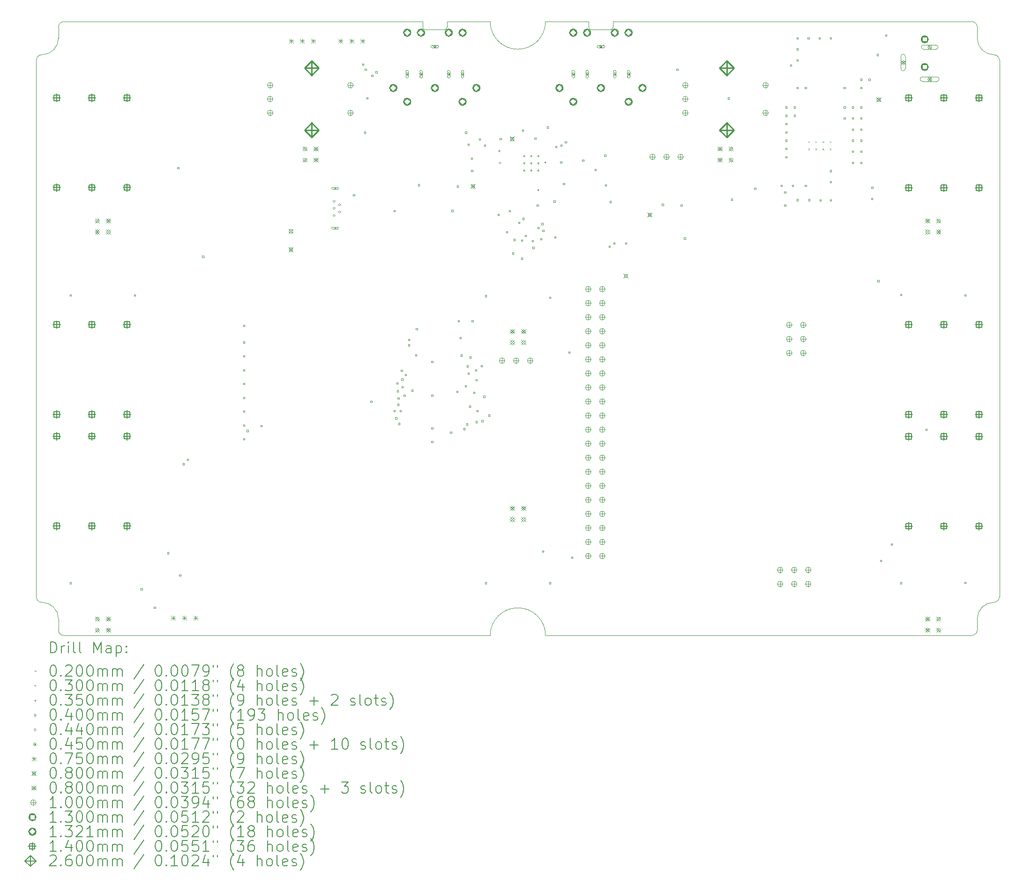
<source format=gbr>
%TF.GenerationSoftware,KiCad,Pcbnew,7.0.9-7.0.9~ubuntu23.04.1*%
%TF.CreationDate,2023-12-04T22:03:06+00:00*%
%TF.ProjectId,pedalboard-hw,70656461-6c62-46f6-9172-642d68772e6b,3.1.0*%
%TF.SameCoordinates,Original*%
%TF.FileFunction,Drillmap*%
%TF.FilePolarity,Positive*%
%FSLAX45Y45*%
G04 Gerber Fmt 4.5, Leading zero omitted, Abs format (unit mm)*
G04 Created by KiCad (PCBNEW 7.0.9-7.0.9~ubuntu23.04.1) date 2023-12-04 22:03:06*
%MOMM*%
%LPD*%
G01*
G04 APERTURE LIST*
%ADD10C,0.100000*%
%ADD11C,0.200000*%
%ADD12C,0.130000*%
%ADD13C,0.132080*%
%ADD14C,0.140000*%
%ADD15C,0.260000*%
G04 APERTURE END LIST*
D10*
X12220000Y-2000000D02*
X18700000Y-2000000D01*
X1800000Y-12400000D02*
X1800000Y-2700000D01*
X2200000Y-13000000D02*
G75*
G03*
X2300000Y-13100000I100000J0D01*
G01*
X11000000Y-13100000D02*
G75*
G03*
X10000000Y-13100000I-500000J0D01*
G01*
X2300000Y-13100000D02*
X10000000Y-13100000D01*
X11780000Y-2100000D02*
G75*
G03*
X11820000Y-2140000I40000J0D01*
G01*
X10000000Y-2000000D02*
G75*
G03*
X11000000Y-2000000I500000J0D01*
G01*
X8780000Y-2100000D02*
G75*
G03*
X8820000Y-2140000I40000J0D01*
G01*
X18700000Y-13100000D02*
G75*
G03*
X18800000Y-13000000I0J100000D01*
G01*
X11820000Y-2140000D02*
X12180000Y-2140000D01*
X18800000Y-2300000D02*
G75*
G03*
X19100000Y-2600000I300000J0D01*
G01*
X1800000Y-12400000D02*
G75*
G03*
X1900000Y-12500000I100000J0D01*
G01*
X1900000Y-2600000D02*
G75*
G03*
X1800000Y-2700000I0J-100000D01*
G01*
X19200000Y-2700000D02*
G75*
G03*
X19100000Y-2600000I-100000J0D01*
G01*
X11000000Y-2000000D02*
X11780000Y-2000000D01*
X19200000Y-2700000D02*
X19200000Y-12400000D01*
X2200000Y-12800000D02*
G75*
G03*
X1900000Y-12500000I-300000J0D01*
G01*
X18800000Y-12800000D02*
X18800000Y-13000000D01*
X11780000Y-2000000D02*
X11780000Y-2100000D01*
X9220000Y-2100000D02*
X9220000Y-2000000D01*
X18800000Y-2100000D02*
X18800000Y-2300000D01*
X9220000Y-2000000D02*
X10000000Y-2000000D01*
X9180000Y-2140000D02*
G75*
G03*
X9220000Y-2100000I0J40000D01*
G01*
X8780000Y-2000000D02*
X8780000Y-2100000D01*
X1900000Y-2600000D02*
G75*
G03*
X2200000Y-2300000I0J300000D01*
G01*
X8820000Y-2140000D02*
X9180000Y-2140000D01*
X2300000Y-2000000D02*
G75*
G03*
X2200000Y-2100000I0J-100000D01*
G01*
X8780000Y-2000000D02*
X2300000Y-2000000D01*
X2200000Y-2100000D02*
X2200000Y-2300000D01*
X12180000Y-2140000D02*
G75*
G03*
X12220000Y-2100000I0J40000D01*
G01*
X19100000Y-12500000D02*
G75*
G03*
X19200000Y-12400000I0J100000D01*
G01*
X12220000Y-2100000D02*
X12220000Y-2000000D01*
X11000000Y-13100000D02*
X18700000Y-13100000D01*
X2200000Y-12800000D02*
X2200000Y-13000000D01*
X19100000Y-12500000D02*
G75*
G03*
X18800000Y-12800000I0J-300000D01*
G01*
X18800000Y-2100000D02*
G75*
G03*
X18700000Y-2000000I-100000J0D01*
G01*
D11*
D10*
X15747000Y-4165000D02*
X15767000Y-4185000D01*
X15767000Y-4165000D02*
X15747000Y-4185000D01*
X15747000Y-4295000D02*
X15767000Y-4315000D01*
X15767000Y-4295000D02*
X15747000Y-4315000D01*
X15877000Y-4165000D02*
X15897000Y-4185000D01*
X15897000Y-4165000D02*
X15877000Y-4185000D01*
X15877000Y-4295000D02*
X15897000Y-4315000D01*
X15897000Y-4295000D02*
X15877000Y-4315000D01*
X16007000Y-4165000D02*
X16027000Y-4185000D01*
X16027000Y-4165000D02*
X16007000Y-4185000D01*
X16007000Y-4295000D02*
X16027000Y-4315000D01*
X16027000Y-4295000D02*
X16007000Y-4315000D01*
X16137000Y-4165000D02*
X16157000Y-4185000D01*
X16157000Y-4165000D02*
X16137000Y-4185000D01*
X16137000Y-4295000D02*
X16157000Y-4315000D01*
X16157000Y-4295000D02*
X16137000Y-4315000D01*
X10181000Y-4341000D02*
G75*
G03*
X10181000Y-4341000I-15000J0D01*
G01*
X10195000Y-4556000D02*
G75*
G03*
X10195000Y-4556000I-15000J0D01*
G01*
X10883000Y-5046348D02*
G75*
G03*
X10883000Y-5046348I-15000J0D01*
G01*
X11010487Y-4548662D02*
G75*
G03*
X11010487Y-4548662I-15000J0D01*
G01*
X7196000Y-4998000D02*
X7196000Y-5033000D01*
X7178500Y-5015500D02*
X7213500Y-5015500D01*
X7146000Y-5033000D02*
X7246000Y-5033000D01*
X7246000Y-5033000D02*
G75*
G03*
X7246000Y-4998000I0J17500D01*
G01*
X7246000Y-4998000D02*
X7146000Y-4998000D01*
X7146000Y-4998000D02*
G75*
G03*
X7146000Y-5033000I0J-17500D01*
G01*
X7196000Y-5713000D02*
X7196000Y-5748000D01*
X7178500Y-5730500D02*
X7213500Y-5730500D01*
X7146000Y-5748000D02*
X7246000Y-5748000D01*
X7246000Y-5748000D02*
G75*
G03*
X7246000Y-5713000I0J17500D01*
G01*
X7246000Y-5713000D02*
X7146000Y-5713000D01*
X7146000Y-5713000D02*
G75*
G03*
X7146000Y-5748000I0J-17500D01*
G01*
X10612500Y-4415000D02*
X10612500Y-4450000D01*
X10595000Y-4432500D02*
X10630000Y-4432500D01*
X10612500Y-4542500D02*
X10612500Y-4577500D01*
X10595000Y-4560000D02*
X10630000Y-4560000D01*
X10612500Y-4670000D02*
X10612500Y-4705000D01*
X10595000Y-4687500D02*
X10630000Y-4687500D01*
X10740000Y-4415000D02*
X10740000Y-4450000D01*
X10722500Y-4432500D02*
X10757500Y-4432500D01*
X10740000Y-4542500D02*
X10740000Y-4577500D01*
X10722500Y-4560000D02*
X10757500Y-4560000D01*
X10740000Y-4670000D02*
X10740000Y-4705000D01*
X10722500Y-4687500D02*
X10757500Y-4687500D01*
X10867500Y-4415000D02*
X10867500Y-4450000D01*
X10850000Y-4432500D02*
X10885000Y-4432500D01*
X10867500Y-4542500D02*
X10867500Y-4577500D01*
X10850000Y-4560000D02*
X10885000Y-4560000D01*
X10867500Y-4670000D02*
X10867500Y-4705000D01*
X10850000Y-4687500D02*
X10885000Y-4687500D01*
X2434142Y-6964142D02*
X2434142Y-6935858D01*
X2405858Y-6935858D01*
X2405858Y-6964142D01*
X2434142Y-6964142D01*
X2434142Y-12164142D02*
X2434142Y-12135858D01*
X2405858Y-12135858D01*
X2405858Y-12164142D01*
X2434142Y-12164142D01*
X3594142Y-6964142D02*
X3594142Y-6935858D01*
X3565858Y-6935858D01*
X3565858Y-6964142D01*
X3594142Y-6964142D01*
X3714142Y-12274142D02*
X3714142Y-12245858D01*
X3685858Y-12245858D01*
X3685858Y-12274142D01*
X3714142Y-12274142D01*
X3951142Y-12609142D02*
X3951142Y-12580858D01*
X3922858Y-12580858D01*
X3922858Y-12609142D01*
X3951142Y-12609142D01*
X4194142Y-11624142D02*
X4194142Y-11595858D01*
X4165858Y-11595858D01*
X4165858Y-11624142D01*
X4194142Y-11624142D01*
X4375142Y-4657142D02*
X4375142Y-4628858D01*
X4346858Y-4628858D01*
X4346858Y-4657142D01*
X4375142Y-4657142D01*
X4409142Y-12027142D02*
X4409142Y-11998858D01*
X4380858Y-11998858D01*
X4380858Y-12027142D01*
X4409142Y-12027142D01*
X4475142Y-10014142D02*
X4475142Y-9985858D01*
X4446858Y-9985858D01*
X4446858Y-10014142D01*
X4475142Y-10014142D01*
X4549142Y-9933142D02*
X4549142Y-9904858D01*
X4520858Y-9904858D01*
X4520858Y-9933142D01*
X4549142Y-9933142D01*
X4824142Y-6264202D02*
X4824142Y-6235918D01*
X4795858Y-6235918D01*
X4795858Y-6264202D01*
X4824142Y-6264202D01*
X5564142Y-7514142D02*
X5564142Y-7485858D01*
X5535858Y-7485858D01*
X5535858Y-7514142D01*
X5564142Y-7514142D01*
X5564142Y-7814142D02*
X5564142Y-7785858D01*
X5535858Y-7785858D01*
X5535858Y-7814142D01*
X5564142Y-7814142D01*
X5564142Y-8064142D02*
X5564142Y-8035858D01*
X5535858Y-8035858D01*
X5535858Y-8064142D01*
X5564142Y-8064142D01*
X5564142Y-8314142D02*
X5564142Y-8285858D01*
X5535858Y-8285858D01*
X5535858Y-8314142D01*
X5564142Y-8314142D01*
X5564142Y-8564142D02*
X5564142Y-8535858D01*
X5535858Y-8535858D01*
X5535858Y-8564142D01*
X5564142Y-8564142D01*
X5564142Y-8814142D02*
X5564142Y-8785858D01*
X5535858Y-8785858D01*
X5535858Y-8814142D01*
X5564142Y-8814142D01*
X5564142Y-9064142D02*
X5564142Y-9035858D01*
X5535858Y-9035858D01*
X5535858Y-9064142D01*
X5564142Y-9064142D01*
X5564142Y-9314142D02*
X5564142Y-9285858D01*
X5535858Y-9285858D01*
X5535858Y-9314142D01*
X5564142Y-9314142D01*
X5564142Y-9564142D02*
X5564142Y-9535858D01*
X5535858Y-9535858D01*
X5535858Y-9564142D01*
X5564142Y-9564142D01*
X5629142Y-9414142D02*
X5629142Y-9385858D01*
X5600858Y-9385858D01*
X5600858Y-9414142D01*
X5629142Y-9414142D01*
X5879142Y-9324142D02*
X5879142Y-9295858D01*
X5850858Y-9295858D01*
X5850858Y-9324142D01*
X5879142Y-9324142D01*
X7551802Y-5149142D02*
X7551802Y-5120858D01*
X7523518Y-5120858D01*
X7523518Y-5149142D01*
X7551802Y-5149142D01*
X7718592Y-2785592D02*
X7718592Y-2757308D01*
X7690308Y-2757308D01*
X7690308Y-2785592D01*
X7718592Y-2785592D01*
X7749692Y-4019092D02*
X7749692Y-3990808D01*
X7721408Y-3990808D01*
X7721408Y-4019092D01*
X7749692Y-4019092D01*
X7763592Y-2878789D02*
X7763592Y-2850505D01*
X7735308Y-2850505D01*
X7735308Y-2878789D01*
X7763592Y-2878789D01*
X7792142Y-3399142D02*
X7792142Y-3370858D01*
X7763858Y-3370858D01*
X7763858Y-3399142D01*
X7792142Y-3399142D01*
X7864142Y-8884142D02*
X7864142Y-8855858D01*
X7835858Y-8855858D01*
X7835858Y-8884142D01*
X7864142Y-8884142D01*
X7879692Y-2993281D02*
X7879692Y-2964996D01*
X7851408Y-2964996D01*
X7851408Y-2993281D01*
X7879692Y-2993281D01*
X7957808Y-2926297D02*
X7957808Y-2898013D01*
X7929523Y-2898013D01*
X7929523Y-2926297D01*
X7957808Y-2926297D01*
X8283142Y-5438142D02*
X8283142Y-5409858D01*
X8254858Y-5409858D01*
X8254858Y-5438142D01*
X8283142Y-5438142D01*
X8284142Y-9054142D02*
X8284142Y-9025858D01*
X8255858Y-9025858D01*
X8255858Y-9054142D01*
X8284142Y-9054142D01*
X8314142Y-9184142D02*
X8314142Y-9155858D01*
X8285858Y-9155858D01*
X8285858Y-9184142D01*
X8314142Y-9184142D01*
X8334142Y-8554142D02*
X8334142Y-8525858D01*
X8305858Y-8525858D01*
X8305858Y-8554142D01*
X8334142Y-8554142D01*
X8344142Y-8692857D02*
X8344142Y-8664572D01*
X8315858Y-8664572D01*
X8315858Y-8692857D01*
X8344142Y-8692857D01*
X8349142Y-8939142D02*
X8349142Y-8910858D01*
X8320858Y-8910858D01*
X8320858Y-8939142D01*
X8349142Y-8939142D01*
X8354142Y-8824142D02*
X8354142Y-8795858D01*
X8325858Y-8795858D01*
X8325858Y-8824142D01*
X8354142Y-8824142D01*
X8366711Y-9285514D02*
X8366711Y-9257229D01*
X8338426Y-9257229D01*
X8338426Y-9285514D01*
X8366711Y-9285514D01*
X8394038Y-9052891D02*
X8394038Y-9024607D01*
X8365753Y-9024607D01*
X8365753Y-9052891D01*
X8394038Y-9052891D01*
X8414142Y-8324142D02*
X8414142Y-8295858D01*
X8385858Y-8295858D01*
X8385858Y-8324142D01*
X8414142Y-8324142D01*
X8421606Y-8482907D02*
X8421606Y-8454622D01*
X8393321Y-8454622D01*
X8393321Y-8482907D01*
X8421606Y-8482907D01*
X8427518Y-8622857D02*
X8427518Y-8594572D01*
X8399233Y-8594572D01*
X8399233Y-8622857D01*
X8427518Y-8622857D01*
X8464142Y-8774092D02*
X8464142Y-8745808D01*
X8435858Y-8745808D01*
X8435858Y-8774092D01*
X8464142Y-8774092D01*
X8484178Y-8404107D02*
X8484178Y-8375822D01*
X8455893Y-8375822D01*
X8455893Y-8404107D01*
X8484178Y-8404107D01*
X8544142Y-7764142D02*
X8544142Y-7735858D01*
X8515858Y-7735858D01*
X8515858Y-7764142D01*
X8544142Y-7764142D01*
X8544142Y-7864142D02*
X8544142Y-7835858D01*
X8515858Y-7835858D01*
X8515858Y-7864142D01*
X8544142Y-7864142D01*
X8604142Y-8684092D02*
X8604142Y-8655808D01*
X8575858Y-8655808D01*
X8575858Y-8684092D01*
X8604142Y-8684092D01*
X8674142Y-8044142D02*
X8674142Y-8015858D01*
X8645858Y-8015858D01*
X8645858Y-8044142D01*
X8674142Y-8044142D01*
X8684142Y-7574142D02*
X8684142Y-7545858D01*
X8655858Y-7545858D01*
X8655858Y-7574142D01*
X8684142Y-7574142D01*
X8725142Y-4969142D02*
X8725142Y-4940858D01*
X8696858Y-4940858D01*
X8696858Y-4969142D01*
X8725142Y-4969142D01*
X8964142Y-8164142D02*
X8964142Y-8135858D01*
X8935858Y-8135858D01*
X8935858Y-8164142D01*
X8964142Y-8164142D01*
X8964142Y-8774142D02*
X8964142Y-8745858D01*
X8935858Y-8745858D01*
X8935858Y-8774142D01*
X8964142Y-8774142D01*
X8964142Y-9364142D02*
X8964142Y-9335858D01*
X8935858Y-9335858D01*
X8935858Y-9364142D01*
X8964142Y-9364142D01*
X8964142Y-9614142D02*
X8964142Y-9585858D01*
X8935858Y-9585858D01*
X8935858Y-9614142D01*
X8964142Y-9614142D01*
X9304142Y-9444142D02*
X9304142Y-9415858D01*
X9275858Y-9415858D01*
X9275858Y-9444142D01*
X9304142Y-9444142D01*
X9330142Y-5435142D02*
X9330142Y-5406858D01*
X9301858Y-5406858D01*
X9301858Y-5435142D01*
X9330142Y-5435142D01*
X9416615Y-8706682D02*
X9416615Y-8678398D01*
X9388331Y-8678398D01*
X9388331Y-8706682D01*
X9416615Y-8706682D01*
X9424142Y-4994142D02*
X9424142Y-4965858D01*
X9395858Y-4965858D01*
X9395858Y-4994142D01*
X9424142Y-4994142D01*
X9444142Y-7429142D02*
X9444142Y-7400858D01*
X9415858Y-7400858D01*
X9415858Y-7429142D01*
X9444142Y-7429142D01*
X9475142Y-7734142D02*
X9475142Y-7705858D01*
X9446858Y-7705858D01*
X9446858Y-7734142D01*
X9475142Y-7734142D01*
X9495142Y-8051142D02*
X9495142Y-8022858D01*
X9466858Y-8022858D01*
X9466858Y-8051142D01*
X9495142Y-8051142D01*
X9544384Y-9380423D02*
X9544384Y-9352139D01*
X9516100Y-9352139D01*
X9516100Y-9380423D01*
X9544384Y-9380423D01*
X9567937Y-8603516D02*
X9567937Y-8575231D01*
X9539652Y-8575231D01*
X9539652Y-8603516D01*
X9567937Y-8603516D01*
X9573142Y-4021142D02*
X9573142Y-3992858D01*
X9544858Y-3992858D01*
X9544858Y-4021142D01*
X9573142Y-4021142D01*
X9595768Y-9294692D02*
X9595768Y-9266408D01*
X9567483Y-9266408D01*
X9567483Y-9294692D01*
X9595768Y-9294692D01*
X9604142Y-8244142D02*
X9604142Y-8215858D01*
X9575858Y-8215858D01*
X9575858Y-8244142D01*
X9604142Y-8244142D01*
X9620030Y-8374092D02*
X9620030Y-8345808D01*
X9591746Y-8345808D01*
X9591746Y-8374092D01*
X9620030Y-8374092D01*
X9622142Y-4235142D02*
X9622142Y-4206858D01*
X9593858Y-4206858D01*
X9593858Y-4235142D01*
X9622142Y-4235142D01*
X9644142Y-8974042D02*
X9644142Y-8945758D01*
X9615858Y-8945758D01*
X9615858Y-8974042D01*
X9644142Y-8974042D01*
X9654142Y-8084142D02*
X9654142Y-8055858D01*
X9625858Y-8055858D01*
X9625858Y-8084142D01*
X9654142Y-8084142D01*
X9680605Y-4487680D02*
X9680605Y-4459396D01*
X9652320Y-4459396D01*
X9652320Y-4487680D01*
X9680605Y-4487680D01*
X9684092Y-4709142D02*
X9684092Y-4680858D01*
X9655808Y-4680858D01*
X9655808Y-4709142D01*
X9684092Y-4709142D01*
X9694142Y-7429142D02*
X9694142Y-7400858D01*
X9665858Y-7400858D01*
X9665858Y-7429142D01*
X9694142Y-7429142D01*
X9724142Y-8724142D02*
X9724142Y-8695858D01*
X9695858Y-8695858D01*
X9695858Y-8724142D01*
X9724142Y-8724142D01*
X9754142Y-8314192D02*
X9754142Y-8285908D01*
X9725858Y-8285908D01*
X9725858Y-8314192D01*
X9754142Y-8314192D01*
X9764142Y-8494142D02*
X9764142Y-8465858D01*
X9735858Y-8465858D01*
X9735858Y-8494142D01*
X9764142Y-8494142D01*
X9765287Y-9252377D02*
X9765287Y-9224092D01*
X9737003Y-9224092D01*
X9737003Y-9252377D01*
X9765287Y-9252377D01*
X9782532Y-9054042D02*
X9782532Y-9025758D01*
X9754247Y-9025758D01*
X9754247Y-9054042D01*
X9782532Y-9054042D01*
X9823142Y-4144142D02*
X9823142Y-4115858D01*
X9794858Y-4115858D01*
X9794858Y-4144142D01*
X9823142Y-4144142D01*
X9859011Y-8238258D02*
X9859011Y-8209974D01*
X9830727Y-8209974D01*
X9830727Y-8238258D01*
X9859011Y-8238258D01*
X9869842Y-9234092D02*
X9869842Y-9205808D01*
X9841558Y-9205808D01*
X9841558Y-9234092D01*
X9869842Y-9234092D01*
X9905882Y-8794092D02*
X9905882Y-8765808D01*
X9877597Y-8765808D01*
X9877597Y-8794092D01*
X9905882Y-8794092D01*
X9918142Y-4254142D02*
X9918142Y-4225858D01*
X9889858Y-4225858D01*
X9889858Y-4254142D01*
X9918142Y-4254142D01*
X9934142Y-6974142D02*
X9934142Y-6945858D01*
X9905858Y-6945858D01*
X9905858Y-6974142D01*
X9934142Y-6974142D01*
X9934142Y-12164142D02*
X9934142Y-12135858D01*
X9905858Y-12135858D01*
X9905858Y-12164142D01*
X9934142Y-12164142D01*
X9994142Y-9134142D02*
X9994142Y-9105858D01*
X9965858Y-9105858D01*
X9965858Y-9134142D01*
X9994142Y-9134142D01*
X10160092Y-5505142D02*
X10160092Y-5476858D01*
X10131808Y-5476858D01*
X10131808Y-5505142D01*
X10160092Y-5505142D01*
X10200142Y-4134692D02*
X10200142Y-4106408D01*
X10171858Y-4106408D01*
X10171858Y-4134692D01*
X10200142Y-4134692D01*
X10317142Y-5819092D02*
X10317142Y-5790808D01*
X10288858Y-5790808D01*
X10288858Y-5819092D01*
X10317142Y-5819092D01*
X10366142Y-5436142D02*
X10366142Y-5407858D01*
X10337858Y-5407858D01*
X10337858Y-5436142D01*
X10366142Y-5436142D01*
X10426142Y-6203092D02*
X10426142Y-6174808D01*
X10397858Y-6174808D01*
X10397858Y-6203092D01*
X10426142Y-6203092D01*
X10448676Y-5957675D02*
X10448676Y-5929391D01*
X10420391Y-5929391D01*
X10420391Y-5957675D01*
X10448676Y-5957675D01*
X10534092Y-5651142D02*
X10534092Y-5622858D01*
X10505808Y-5622858D01*
X10505808Y-5651142D01*
X10534092Y-5651142D01*
X10585142Y-5973192D02*
X10585142Y-5944908D01*
X10556858Y-5944908D01*
X10556858Y-5973192D01*
X10585142Y-5973192D01*
X10588142Y-6298142D02*
X10588142Y-6269858D01*
X10559858Y-6269858D01*
X10559858Y-6298142D01*
X10588142Y-6298142D01*
X10603142Y-3979092D02*
X10603142Y-3950808D01*
X10574858Y-3950808D01*
X10574858Y-3979092D01*
X10603142Y-3979092D01*
X10612201Y-5579192D02*
X10612201Y-5550908D01*
X10583917Y-5550908D01*
X10583917Y-5579192D01*
X10612201Y-5579192D01*
X10655092Y-5884462D02*
X10655092Y-5856177D01*
X10626808Y-5856177D01*
X10626808Y-5884462D01*
X10655092Y-5884462D01*
X10783663Y-5978092D02*
X10783663Y-5949808D01*
X10755378Y-5949808D01*
X10755378Y-5978092D01*
X10783663Y-5978092D01*
X10794283Y-6101363D02*
X10794283Y-6073079D01*
X10765998Y-6073079D01*
X10765998Y-6101363D01*
X10794283Y-6101363D01*
X10826271Y-4126944D02*
X10826271Y-4098660D01*
X10797986Y-4098660D01*
X10797986Y-4126944D01*
X10826271Y-4126944D01*
X10869142Y-5334142D02*
X10869142Y-5305858D01*
X10840858Y-5305858D01*
X10840858Y-5334142D01*
X10869142Y-5334142D01*
X10884142Y-5742860D02*
X10884142Y-5714576D01*
X10855858Y-5714576D01*
X10855858Y-5742860D01*
X10884142Y-5742860D01*
X10934092Y-5944142D02*
X10934092Y-5915858D01*
X10905808Y-5915858D01*
X10905808Y-5944142D01*
X10934092Y-5944142D01*
X10954236Y-5671608D02*
X10954236Y-5643324D01*
X10925952Y-5643324D01*
X10925952Y-5671608D01*
X10954236Y-5671608D01*
X10969142Y-11594142D02*
X10969142Y-11565858D01*
X10940858Y-11565858D01*
X10940858Y-11594142D01*
X10969142Y-11594142D01*
X10970639Y-5792944D02*
X10970639Y-5764659D01*
X10942355Y-5764659D01*
X10942355Y-5792944D01*
X10970639Y-5792944D01*
X11052142Y-3925592D02*
X11052142Y-3897308D01*
X11023858Y-3897308D01*
X11023858Y-3925592D01*
X11052142Y-3925592D01*
X11094142Y-7004142D02*
X11094142Y-6975858D01*
X11065858Y-6975858D01*
X11065858Y-7004142D01*
X11094142Y-7004142D01*
X11094142Y-12164142D02*
X11094142Y-12135858D01*
X11065858Y-12135858D01*
X11065858Y-12164142D01*
X11094142Y-12164142D01*
X11174142Y-5264142D02*
X11174142Y-5235858D01*
X11145858Y-5235858D01*
X11145858Y-5264142D01*
X11174142Y-5264142D01*
X11187142Y-5914192D02*
X11187142Y-5885908D01*
X11158858Y-5885908D01*
X11158858Y-5914192D01*
X11187142Y-5914192D01*
X11202274Y-4279092D02*
X11202274Y-4250808D01*
X11173990Y-4250808D01*
X11173990Y-4279092D01*
X11202274Y-4279092D01*
X11293424Y-4557503D02*
X11293424Y-4529218D01*
X11265140Y-4529218D01*
X11265140Y-4557503D01*
X11293424Y-4557503D01*
X11299352Y-4255304D02*
X11299352Y-4227019D01*
X11271068Y-4227019D01*
X11271068Y-4255304D01*
X11299352Y-4255304D01*
X11345142Y-4949142D02*
X11345142Y-4920858D01*
X11316858Y-4920858D01*
X11316858Y-4949142D01*
X11345142Y-4949142D01*
X11378997Y-4194781D02*
X11378997Y-4166497D01*
X11350712Y-4166497D01*
X11350712Y-4194781D01*
X11378997Y-4194781D01*
X11440192Y-7994192D02*
X11440192Y-7965908D01*
X11411908Y-7965908D01*
X11411908Y-7994192D01*
X11440192Y-7994192D01*
X11494142Y-11704142D02*
X11494142Y-11675858D01*
X11465858Y-11675858D01*
X11465858Y-11704142D01*
X11494142Y-11704142D01*
X11690142Y-4526142D02*
X11690142Y-4497858D01*
X11661858Y-4497858D01*
X11661858Y-4526142D01*
X11690142Y-4526142D01*
X11914142Y-4695142D02*
X11914142Y-4666858D01*
X11885858Y-4666858D01*
X11885858Y-4695142D01*
X11914142Y-4695142D01*
X12089142Y-4434142D02*
X12089142Y-4405858D01*
X12060858Y-4405858D01*
X12060858Y-4434142D01*
X12089142Y-4434142D01*
X12104142Y-4974142D02*
X12104142Y-4945858D01*
X12075858Y-4945858D01*
X12075858Y-4974142D01*
X12104142Y-4974142D01*
X12169142Y-6084142D02*
X12169142Y-6055858D01*
X12140858Y-6055858D01*
X12140858Y-6084142D01*
X12169142Y-6084142D01*
X12184142Y-5274142D02*
X12184142Y-5245858D01*
X12155858Y-5245858D01*
X12155858Y-5274142D01*
X12184142Y-5274142D01*
X12252867Y-6022867D02*
X12252867Y-5994583D01*
X12224583Y-5994583D01*
X12224583Y-6022867D01*
X12252867Y-6022867D01*
X12468175Y-6023175D02*
X12468175Y-5994891D01*
X12439891Y-5994891D01*
X12439891Y-6023175D01*
X12468175Y-6023175D01*
X13129142Y-5324142D02*
X13129142Y-5295858D01*
X13100858Y-5295858D01*
X13100858Y-5324142D01*
X13129142Y-5324142D01*
X13392896Y-2878896D02*
X13392896Y-2850611D01*
X13364611Y-2850611D01*
X13364611Y-2878896D01*
X13392896Y-2878896D01*
X13469142Y-5337142D02*
X13469142Y-5308858D01*
X13440858Y-5308858D01*
X13440858Y-5337142D01*
X13469142Y-5337142D01*
X13529142Y-5933142D02*
X13529142Y-5904858D01*
X13500858Y-5904858D01*
X13500858Y-5933142D01*
X13529142Y-5933142D01*
X14317521Y-3402451D02*
X14317521Y-3374166D01*
X14289237Y-3374166D01*
X14289237Y-3402451D01*
X14317521Y-3402451D01*
X14376719Y-5231142D02*
X14376719Y-5202858D01*
X14348434Y-5202858D01*
X14348434Y-5231142D01*
X14376719Y-5231142D01*
X14799142Y-5034142D02*
X14799142Y-5005858D01*
X14770858Y-5005858D01*
X14770858Y-5034142D01*
X14799142Y-5034142D01*
X15279142Y-4981142D02*
X15279142Y-4952858D01*
X15250858Y-4952858D01*
X15250858Y-4981142D01*
X15279142Y-4981142D01*
X15339142Y-5100142D02*
X15339142Y-5071858D01*
X15310858Y-5071858D01*
X15310858Y-5100142D01*
X15339142Y-5100142D01*
X15341142Y-5335142D02*
X15341142Y-5306858D01*
X15312858Y-5306858D01*
X15312858Y-5335142D01*
X15341142Y-5335142D01*
X15364142Y-3564142D02*
X15364142Y-3535858D01*
X15335858Y-3535858D01*
X15335858Y-3564142D01*
X15364142Y-3564142D01*
X15364142Y-3714142D02*
X15364142Y-3685858D01*
X15335858Y-3685858D01*
X15335858Y-3714142D01*
X15364142Y-3714142D01*
X15364142Y-3864142D02*
X15364142Y-3835858D01*
X15335858Y-3835858D01*
X15335858Y-3864142D01*
X15364142Y-3864142D01*
X15364142Y-4014142D02*
X15364142Y-3985858D01*
X15335858Y-3985858D01*
X15335858Y-4014142D01*
X15364142Y-4014142D01*
X15364142Y-4164142D02*
X15364142Y-4135858D01*
X15335858Y-4135858D01*
X15335858Y-4164142D01*
X15364142Y-4164142D01*
X15364142Y-4314142D02*
X15364142Y-4285858D01*
X15335858Y-4285858D01*
X15335858Y-4314142D01*
X15364142Y-4314142D01*
X15364142Y-4464142D02*
X15364142Y-4435858D01*
X15335858Y-4435858D01*
X15335858Y-4464142D01*
X15364142Y-4464142D01*
X15448142Y-2804142D02*
X15448142Y-2775858D01*
X15419858Y-2775858D01*
X15419858Y-2804142D01*
X15448142Y-2804142D01*
X15479142Y-4981142D02*
X15479142Y-4952858D01*
X15450858Y-4952858D01*
X15450858Y-4981142D01*
X15479142Y-4981142D01*
X15514142Y-3564142D02*
X15514142Y-3535858D01*
X15485858Y-3535858D01*
X15485858Y-3564142D01*
X15514142Y-3564142D01*
X15514142Y-3714142D02*
X15514142Y-3685858D01*
X15485858Y-3685858D01*
X15485858Y-3714142D01*
X15514142Y-3714142D01*
X15562142Y-5240142D02*
X15562142Y-5211858D01*
X15533858Y-5211858D01*
X15533858Y-5240142D01*
X15562142Y-5240142D01*
X15564142Y-2314142D02*
X15564142Y-2285858D01*
X15535858Y-2285858D01*
X15535858Y-2314142D01*
X15564142Y-2314142D01*
X15564142Y-2514142D02*
X15564142Y-2485858D01*
X15535858Y-2485858D01*
X15535858Y-2514142D01*
X15564142Y-2514142D01*
X15564142Y-2714142D02*
X15564142Y-2685858D01*
X15535858Y-2685858D01*
X15535858Y-2714142D01*
X15564142Y-2714142D01*
X15564142Y-3214142D02*
X15564142Y-3185858D01*
X15535858Y-3185858D01*
X15535858Y-3214142D01*
X15564142Y-3214142D01*
X15714142Y-3214142D02*
X15714142Y-3185858D01*
X15685858Y-3185858D01*
X15685858Y-3214142D01*
X15714142Y-3214142D01*
X15714142Y-4981142D02*
X15714142Y-4952858D01*
X15685858Y-4952858D01*
X15685858Y-4981142D01*
X15714142Y-4981142D01*
X15764142Y-2314142D02*
X15764142Y-2285858D01*
X15735858Y-2285858D01*
X15735858Y-2314142D01*
X15764142Y-2314142D01*
X15774142Y-5239142D02*
X15774142Y-5210858D01*
X15745858Y-5210858D01*
X15745858Y-5239142D01*
X15774142Y-5239142D01*
X15964142Y-2314142D02*
X15964142Y-2285858D01*
X15935858Y-2285858D01*
X15935858Y-2314142D01*
X15964142Y-2314142D01*
X15978142Y-5243142D02*
X15978142Y-5214858D01*
X15949858Y-5214858D01*
X15949858Y-5243142D01*
X15978142Y-5243142D01*
X16164142Y-2314142D02*
X16164142Y-2285858D01*
X16135858Y-2285858D01*
X16135858Y-2314142D01*
X16164142Y-2314142D01*
X16164142Y-4714142D02*
X16164142Y-4685858D01*
X16135858Y-4685858D01*
X16135858Y-4714142D01*
X16164142Y-4714142D01*
X16164142Y-4914142D02*
X16164142Y-4885858D01*
X16135858Y-4885858D01*
X16135858Y-4914142D01*
X16164142Y-4914142D01*
X16166142Y-5243142D02*
X16166142Y-5214858D01*
X16137858Y-5214858D01*
X16137858Y-5243142D01*
X16166142Y-5243142D01*
X16414142Y-3214142D02*
X16414142Y-3185858D01*
X16385858Y-3185858D01*
X16385858Y-3214142D01*
X16414142Y-3214142D01*
X16414142Y-3564142D02*
X16414142Y-3535858D01*
X16385858Y-3535858D01*
X16385858Y-3564142D01*
X16414142Y-3564142D01*
X16414142Y-3764142D02*
X16414142Y-3735858D01*
X16385858Y-3735858D01*
X16385858Y-3764142D01*
X16414142Y-3764142D01*
X16564142Y-3564142D02*
X16564142Y-3535858D01*
X16535858Y-3535858D01*
X16535858Y-3564142D01*
X16564142Y-3564142D01*
X16564142Y-3764142D02*
X16564142Y-3735858D01*
X16535858Y-3735858D01*
X16535858Y-3764142D01*
X16564142Y-3764142D01*
X16564142Y-3964142D02*
X16564142Y-3935858D01*
X16535858Y-3935858D01*
X16535858Y-3964142D01*
X16564142Y-3964142D01*
X16564142Y-4164142D02*
X16564142Y-4135858D01*
X16535858Y-4135858D01*
X16535858Y-4164142D01*
X16564142Y-4164142D01*
X16564142Y-4364142D02*
X16564142Y-4335858D01*
X16535858Y-4335858D01*
X16535858Y-4364142D01*
X16564142Y-4364142D01*
X16564142Y-4564142D02*
X16564142Y-4535858D01*
X16535858Y-4535858D01*
X16535858Y-4564142D01*
X16564142Y-4564142D01*
X16714142Y-3064142D02*
X16714142Y-3035858D01*
X16685858Y-3035858D01*
X16685858Y-3064142D01*
X16714142Y-3064142D01*
X16714142Y-3214142D02*
X16714142Y-3185858D01*
X16685858Y-3185858D01*
X16685858Y-3214142D01*
X16714142Y-3214142D01*
X16714142Y-3564142D02*
X16714142Y-3535858D01*
X16685858Y-3535858D01*
X16685858Y-3564142D01*
X16714142Y-3564142D01*
X16714142Y-3764142D02*
X16714142Y-3735858D01*
X16685858Y-3735858D01*
X16685858Y-3764142D01*
X16714142Y-3764142D01*
X16714142Y-3964142D02*
X16714142Y-3935858D01*
X16685858Y-3935858D01*
X16685858Y-3964142D01*
X16714142Y-3964142D01*
X16714142Y-4164142D02*
X16714142Y-4135858D01*
X16685858Y-4135858D01*
X16685858Y-4164142D01*
X16714142Y-4164142D01*
X16714142Y-4364142D02*
X16714142Y-4335858D01*
X16685858Y-4335858D01*
X16685858Y-4364142D01*
X16714142Y-4364142D01*
X16714142Y-4564142D02*
X16714142Y-4535858D01*
X16685858Y-4535858D01*
X16685858Y-4564142D01*
X16714142Y-4564142D01*
X16864142Y-3064142D02*
X16864142Y-3035858D01*
X16835858Y-3035858D01*
X16835858Y-3064142D01*
X16864142Y-3064142D01*
X16910142Y-5220142D02*
X16910142Y-5191858D01*
X16881858Y-5191858D01*
X16881858Y-5220142D01*
X16910142Y-5220142D01*
X16914142Y-5014142D02*
X16914142Y-4985858D01*
X16885858Y-4985858D01*
X16885858Y-5014142D01*
X16914142Y-5014142D01*
X17014142Y-2614142D02*
X17014142Y-2585858D01*
X16985858Y-2585858D01*
X16985858Y-2614142D01*
X17014142Y-2614142D01*
X17024142Y-6704142D02*
X17024142Y-6675858D01*
X16995858Y-6675858D01*
X16995858Y-6704142D01*
X17024142Y-6704142D01*
X17072912Y-11765372D02*
X17072912Y-11737088D01*
X17044628Y-11737088D01*
X17044628Y-11765372D01*
X17072912Y-11765372D01*
X17164142Y-2264142D02*
X17164142Y-2235858D01*
X17135858Y-2235858D01*
X17135858Y-2264142D01*
X17164142Y-2264142D01*
X17264142Y-11464142D02*
X17264142Y-11435858D01*
X17235858Y-11435858D01*
X17235858Y-11464142D01*
X17264142Y-11464142D01*
X17434142Y-6954142D02*
X17434142Y-6925858D01*
X17405858Y-6925858D01*
X17405858Y-6954142D01*
X17434142Y-6954142D01*
X17434142Y-12164142D02*
X17434142Y-12135858D01*
X17405858Y-12135858D01*
X17405858Y-12164142D01*
X17434142Y-12164142D01*
X17894142Y-9394142D02*
X17894142Y-9365858D01*
X17865858Y-9365858D01*
X17865858Y-9394142D01*
X17894142Y-9394142D01*
X18594142Y-6964142D02*
X18594142Y-6935858D01*
X18565858Y-6935858D01*
X18565858Y-6964142D01*
X18594142Y-6964142D01*
X18594142Y-12159142D02*
X18594142Y-12130858D01*
X18565858Y-12130858D01*
X18565858Y-12159142D01*
X18594142Y-12159142D01*
X7174000Y-5265000D02*
X7196000Y-5243000D01*
X7174000Y-5221000D01*
X7152000Y-5243000D01*
X7174000Y-5265000D01*
X7174000Y-5395000D02*
X7196000Y-5373000D01*
X7174000Y-5351000D01*
X7152000Y-5373000D01*
X7174000Y-5395000D01*
X7174000Y-5525000D02*
X7196000Y-5503000D01*
X7174000Y-5481000D01*
X7152000Y-5503000D01*
X7174000Y-5525000D01*
X7274000Y-5330000D02*
X7296000Y-5308000D01*
X7274000Y-5286000D01*
X7252000Y-5308000D01*
X7274000Y-5330000D01*
X7274000Y-5460000D02*
X7296000Y-5438000D01*
X7274000Y-5416000D01*
X7252000Y-5438000D01*
X7274000Y-5460000D01*
X8476950Y-2927500D02*
X8521950Y-2972500D01*
X8521950Y-2927500D02*
X8476950Y-2972500D01*
X8521950Y-2950000D02*
G75*
G03*
X8521950Y-2950000I-22500J0D01*
G01*
X8476950Y-2902500D02*
X8476950Y-2997500D01*
X8476950Y-2997500D02*
G75*
G03*
X8521950Y-2997500I22500J0D01*
G01*
X8521950Y-2997500D02*
X8521950Y-2902500D01*
X8521950Y-2902500D02*
G75*
G03*
X8476950Y-2902500I-22500J0D01*
G01*
X8726950Y-2927500D02*
X8771950Y-2972500D01*
X8771950Y-2927500D02*
X8726950Y-2972500D01*
X8771950Y-2950000D02*
G75*
G03*
X8771950Y-2950000I-22500J0D01*
G01*
X8726950Y-2902500D02*
X8726950Y-2997500D01*
X8726950Y-2997500D02*
G75*
G03*
X8771950Y-2997500I22500J0D01*
G01*
X8771950Y-2997500D02*
X8771950Y-2902500D01*
X8771950Y-2902500D02*
G75*
G03*
X8726950Y-2902500I-22500J0D01*
G01*
X8976950Y-2427500D02*
X9021950Y-2472500D01*
X9021950Y-2427500D02*
X8976950Y-2472500D01*
X9021950Y-2450000D02*
G75*
G03*
X9021950Y-2450000I-22500J0D01*
G01*
X9046950Y-2427500D02*
X8951950Y-2427500D01*
X8951950Y-2427500D02*
G75*
G03*
X8951950Y-2472500I0J-22500D01*
G01*
X8951950Y-2472500D02*
X9046950Y-2472500D01*
X9046950Y-2472500D02*
G75*
G03*
X9046950Y-2427500I0J22500D01*
G01*
X9226950Y-2927500D02*
X9271950Y-2972500D01*
X9271950Y-2927500D02*
X9226950Y-2972500D01*
X9271950Y-2950000D02*
G75*
G03*
X9271950Y-2950000I-22500J0D01*
G01*
X9271950Y-2997500D02*
X9271950Y-2902500D01*
X9271950Y-2902500D02*
G75*
G03*
X9226950Y-2902500I-22500J0D01*
G01*
X9226950Y-2902500D02*
X9226950Y-2997500D01*
X9226950Y-2997500D02*
G75*
G03*
X9271950Y-2997500I22500J0D01*
G01*
X9476950Y-2927500D02*
X9521950Y-2972500D01*
X9521950Y-2927500D02*
X9476950Y-2972500D01*
X9521950Y-2950000D02*
G75*
G03*
X9521950Y-2950000I-22500J0D01*
G01*
X9521950Y-2997500D02*
X9521950Y-2902500D01*
X9521950Y-2902500D02*
G75*
G03*
X9476950Y-2902500I-22500J0D01*
G01*
X9476950Y-2902500D02*
X9476950Y-2997500D01*
X9476950Y-2997500D02*
G75*
G03*
X9521950Y-2997500I22500J0D01*
G01*
X11477500Y-2927500D02*
X11522500Y-2972500D01*
X11522500Y-2927500D02*
X11477500Y-2972500D01*
X11522500Y-2950000D02*
G75*
G03*
X11522500Y-2950000I-22500J0D01*
G01*
X11477500Y-2902500D02*
X11477500Y-2997500D01*
X11477500Y-2997500D02*
G75*
G03*
X11522500Y-2997500I22500J0D01*
G01*
X11522500Y-2997500D02*
X11522500Y-2902500D01*
X11522500Y-2902500D02*
G75*
G03*
X11477500Y-2902500I-22500J0D01*
G01*
X11727500Y-2927500D02*
X11772500Y-2972500D01*
X11772500Y-2927500D02*
X11727500Y-2972500D01*
X11772500Y-2950000D02*
G75*
G03*
X11772500Y-2950000I-22500J0D01*
G01*
X11727500Y-2902500D02*
X11727500Y-2997500D01*
X11727500Y-2997500D02*
G75*
G03*
X11772500Y-2997500I22500J0D01*
G01*
X11772500Y-2997500D02*
X11772500Y-2902500D01*
X11772500Y-2902500D02*
G75*
G03*
X11727500Y-2902500I-22500J0D01*
G01*
X11977500Y-2427500D02*
X12022500Y-2472500D01*
X12022500Y-2427500D02*
X11977500Y-2472500D01*
X12022500Y-2450000D02*
G75*
G03*
X12022500Y-2450000I-22500J0D01*
G01*
X12047500Y-2427500D02*
X11952500Y-2427500D01*
X11952500Y-2427500D02*
G75*
G03*
X11952500Y-2472500I0J-22500D01*
G01*
X11952500Y-2472500D02*
X12047500Y-2472500D01*
X12047500Y-2472500D02*
G75*
G03*
X12047500Y-2427500I0J22500D01*
G01*
X12227500Y-2927500D02*
X12272500Y-2972500D01*
X12272500Y-2927500D02*
X12227500Y-2972500D01*
X12272500Y-2950000D02*
G75*
G03*
X12272500Y-2950000I-22500J0D01*
G01*
X12272500Y-2997500D02*
X12272500Y-2902500D01*
X12272500Y-2902500D02*
G75*
G03*
X12227500Y-2902500I-22500J0D01*
G01*
X12227500Y-2902500D02*
X12227500Y-2997500D01*
X12227500Y-2997500D02*
G75*
G03*
X12272500Y-2997500I22500J0D01*
G01*
X12477500Y-2927500D02*
X12522500Y-2972500D01*
X12522500Y-2927500D02*
X12477500Y-2972500D01*
X12522500Y-2950000D02*
G75*
G03*
X12522500Y-2950000I-22500J0D01*
G01*
X12522500Y-2997500D02*
X12522500Y-2902500D01*
X12522500Y-2902500D02*
G75*
G03*
X12477500Y-2902500I-22500J0D01*
G01*
X12477500Y-2902500D02*
X12477500Y-2997500D01*
X12477500Y-2997500D02*
G75*
G03*
X12522500Y-2997500I22500J0D01*
G01*
X4238500Y-12745500D02*
X4313500Y-12820500D01*
X4313500Y-12745500D02*
X4238500Y-12820500D01*
X4276000Y-12745500D02*
X4276000Y-12820500D01*
X4238500Y-12783000D02*
X4313500Y-12783000D01*
X4438500Y-12745500D02*
X4513500Y-12820500D01*
X4513500Y-12745500D02*
X4438500Y-12820500D01*
X4476000Y-12745500D02*
X4476000Y-12820500D01*
X4438500Y-12783000D02*
X4513500Y-12783000D01*
X4638500Y-12745500D02*
X4713500Y-12820500D01*
X4713500Y-12745500D02*
X4638500Y-12820500D01*
X4676000Y-12745500D02*
X4676000Y-12820500D01*
X4638500Y-12783000D02*
X4713500Y-12783000D01*
X6365500Y-2312500D02*
X6440500Y-2387500D01*
X6440500Y-2312500D02*
X6365500Y-2387500D01*
X6403000Y-2312500D02*
X6403000Y-2387500D01*
X6365500Y-2350000D02*
X6440500Y-2350000D01*
X6565500Y-2312500D02*
X6640500Y-2387500D01*
X6640500Y-2312500D02*
X6565500Y-2387500D01*
X6603000Y-2312500D02*
X6603000Y-2387500D01*
X6565500Y-2350000D02*
X6640500Y-2350000D01*
X6765500Y-2312500D02*
X6840500Y-2387500D01*
X6840500Y-2312500D02*
X6765500Y-2387500D01*
X6803000Y-2312500D02*
X6803000Y-2387500D01*
X6765500Y-2350000D02*
X6840500Y-2350000D01*
X7258500Y-2311500D02*
X7333500Y-2386500D01*
X7333500Y-2311500D02*
X7258500Y-2386500D01*
X7296000Y-2311500D02*
X7296000Y-2386500D01*
X7258500Y-2349000D02*
X7333500Y-2349000D01*
X7458500Y-2311500D02*
X7533500Y-2386500D01*
X7533500Y-2311500D02*
X7458500Y-2386500D01*
X7496000Y-2311500D02*
X7496000Y-2386500D01*
X7458500Y-2349000D02*
X7533500Y-2349000D01*
X7658500Y-2311500D02*
X7733500Y-2386500D01*
X7733500Y-2311500D02*
X7658500Y-2386500D01*
X7696000Y-2311500D02*
X7696000Y-2386500D01*
X7658500Y-2349000D02*
X7733500Y-2349000D01*
X6356000Y-6081000D02*
X6436000Y-6161000D01*
X6436000Y-6081000D02*
X6356000Y-6161000D01*
X6424284Y-6149284D02*
X6424284Y-6092715D01*
X6367715Y-6092715D01*
X6367715Y-6149284D01*
X6424284Y-6149284D01*
X6356500Y-5746500D02*
X6436500Y-5826500D01*
X6436500Y-5746500D02*
X6356500Y-5826500D01*
X6424784Y-5814784D02*
X6424784Y-5758215D01*
X6368215Y-5758215D01*
X6368215Y-5814784D01*
X6424784Y-5814784D01*
X9647000Y-4935000D02*
X9727000Y-5015000D01*
X9727000Y-4935000D02*
X9647000Y-5015000D01*
X9715285Y-5003285D02*
X9715285Y-4946716D01*
X9658716Y-4946716D01*
X9658716Y-5003285D01*
X9715285Y-5003285D01*
X10352500Y-4077500D02*
X10432500Y-4157500D01*
X10432500Y-4077500D02*
X10352500Y-4157500D01*
X10420785Y-4145784D02*
X10420785Y-4089215D01*
X10364216Y-4089215D01*
X10364216Y-4145784D01*
X10420785Y-4145784D01*
X12407000Y-6556000D02*
X12487000Y-6636000D01*
X12487000Y-6556000D02*
X12407000Y-6636000D01*
X12475284Y-6624284D02*
X12475284Y-6567715D01*
X12418715Y-6567715D01*
X12418715Y-6624284D01*
X12475284Y-6624284D01*
X12838000Y-5450000D02*
X12918000Y-5530000D01*
X12918000Y-5450000D02*
X12838000Y-5530000D01*
X12906284Y-5518285D02*
X12906284Y-5461716D01*
X12849715Y-5461716D01*
X12849715Y-5518285D01*
X12906284Y-5518285D01*
X16978000Y-3370450D02*
X17058000Y-3450450D01*
X17058000Y-3370450D02*
X16978000Y-3450450D01*
X17046285Y-3438734D02*
X17046285Y-3382165D01*
X16989716Y-3382165D01*
X16989716Y-3438734D01*
X17046285Y-3438734D01*
X2860000Y-5560000D02*
X2940000Y-5640000D01*
X2940000Y-5560000D02*
X2860000Y-5640000D01*
X2900000Y-5640000D02*
X2940000Y-5600000D01*
X2900000Y-5560000D01*
X2860000Y-5600000D01*
X2900000Y-5640000D01*
X2860000Y-5760000D02*
X2940000Y-5840000D01*
X2940000Y-5760000D02*
X2860000Y-5840000D01*
X2900000Y-5840000D02*
X2940000Y-5800000D01*
X2900000Y-5760000D01*
X2860000Y-5800000D01*
X2900000Y-5840000D01*
X2860000Y-12760000D02*
X2940000Y-12840000D01*
X2940000Y-12760000D02*
X2860000Y-12840000D01*
X2900000Y-12840000D02*
X2940000Y-12800000D01*
X2900000Y-12760000D01*
X2860000Y-12800000D01*
X2900000Y-12840000D01*
X2860000Y-12960000D02*
X2940000Y-13040000D01*
X2940000Y-12960000D02*
X2860000Y-13040000D01*
X2900000Y-13040000D02*
X2940000Y-13000000D01*
X2900000Y-12960000D01*
X2860000Y-13000000D01*
X2900000Y-13040000D01*
X3060000Y-5560000D02*
X3140000Y-5640000D01*
X3140000Y-5560000D02*
X3060000Y-5640000D01*
X3100000Y-5640000D02*
X3140000Y-5600000D01*
X3100000Y-5560000D01*
X3060000Y-5600000D01*
X3100000Y-5640000D01*
X3060000Y-5760000D02*
X3140000Y-5840000D01*
X3140000Y-5760000D02*
X3060000Y-5840000D01*
X3100000Y-5840000D02*
X3140000Y-5800000D01*
X3100000Y-5760000D01*
X3060000Y-5800000D01*
X3100000Y-5840000D01*
X3060000Y-12760000D02*
X3140000Y-12840000D01*
X3140000Y-12760000D02*
X3060000Y-12840000D01*
X3100000Y-12840000D02*
X3140000Y-12800000D01*
X3100000Y-12760000D01*
X3060000Y-12800000D01*
X3100000Y-12840000D01*
X3060000Y-12960000D02*
X3140000Y-13040000D01*
X3140000Y-12960000D02*
X3060000Y-13040000D01*
X3100000Y-13040000D02*
X3140000Y-13000000D01*
X3100000Y-12960000D01*
X3060000Y-13000000D01*
X3100000Y-13040000D01*
X6610000Y-4260000D02*
X6690000Y-4340000D01*
X6690000Y-4260000D02*
X6610000Y-4340000D01*
X6650000Y-4340000D02*
X6690000Y-4300000D01*
X6650000Y-4260000D01*
X6610000Y-4300000D01*
X6650000Y-4340000D01*
X6610000Y-4460000D02*
X6690000Y-4540000D01*
X6690000Y-4460000D02*
X6610000Y-4540000D01*
X6650000Y-4540000D02*
X6690000Y-4500000D01*
X6650000Y-4460000D01*
X6610000Y-4500000D01*
X6650000Y-4540000D01*
X6810000Y-4260000D02*
X6890000Y-4340000D01*
X6890000Y-4260000D02*
X6810000Y-4340000D01*
X6850000Y-4340000D02*
X6890000Y-4300000D01*
X6850000Y-4260000D01*
X6810000Y-4300000D01*
X6850000Y-4340000D01*
X6810000Y-4460000D02*
X6890000Y-4540000D01*
X6890000Y-4460000D02*
X6810000Y-4540000D01*
X6850000Y-4540000D02*
X6890000Y-4500000D01*
X6850000Y-4460000D01*
X6810000Y-4500000D01*
X6850000Y-4540000D01*
X10360000Y-7560000D02*
X10440000Y-7640000D01*
X10440000Y-7560000D02*
X10360000Y-7640000D01*
X10400000Y-7640000D02*
X10440000Y-7600000D01*
X10400000Y-7560000D01*
X10360000Y-7600000D01*
X10400000Y-7640000D01*
X10360000Y-7760000D02*
X10440000Y-7840000D01*
X10440000Y-7760000D02*
X10360000Y-7840000D01*
X10400000Y-7840000D02*
X10440000Y-7800000D01*
X10400000Y-7760000D01*
X10360000Y-7800000D01*
X10400000Y-7840000D01*
X10360000Y-10760000D02*
X10440000Y-10840000D01*
X10440000Y-10760000D02*
X10360000Y-10840000D01*
X10400000Y-10840000D02*
X10440000Y-10800000D01*
X10400000Y-10760000D01*
X10360000Y-10800000D01*
X10400000Y-10840000D01*
X10360000Y-10960000D02*
X10440000Y-11040000D01*
X10440000Y-10960000D02*
X10360000Y-11040000D01*
X10400000Y-11040000D02*
X10440000Y-11000000D01*
X10400000Y-10960000D01*
X10360000Y-11000000D01*
X10400000Y-11040000D01*
X10560000Y-7560000D02*
X10640000Y-7640000D01*
X10640000Y-7560000D02*
X10560000Y-7640000D01*
X10600000Y-7640000D02*
X10640000Y-7600000D01*
X10600000Y-7560000D01*
X10560000Y-7600000D01*
X10600000Y-7640000D01*
X10560000Y-7760000D02*
X10640000Y-7840000D01*
X10640000Y-7760000D02*
X10560000Y-7840000D01*
X10600000Y-7840000D02*
X10640000Y-7800000D01*
X10600000Y-7760000D01*
X10560000Y-7800000D01*
X10600000Y-7840000D01*
X10560000Y-10760000D02*
X10640000Y-10840000D01*
X10640000Y-10760000D02*
X10560000Y-10840000D01*
X10600000Y-10840000D02*
X10640000Y-10800000D01*
X10600000Y-10760000D01*
X10560000Y-10800000D01*
X10600000Y-10840000D01*
X10560000Y-10960000D02*
X10640000Y-11040000D01*
X10640000Y-10960000D02*
X10560000Y-11040000D01*
X10600000Y-11040000D02*
X10640000Y-11000000D01*
X10600000Y-10960000D01*
X10560000Y-11000000D01*
X10600000Y-11040000D01*
X14110000Y-4260000D02*
X14190000Y-4340000D01*
X14190000Y-4260000D02*
X14110000Y-4340000D01*
X14150000Y-4340000D02*
X14190000Y-4300000D01*
X14150000Y-4260000D01*
X14110000Y-4300000D01*
X14150000Y-4340000D01*
X14110000Y-4460000D02*
X14190000Y-4540000D01*
X14190000Y-4460000D02*
X14110000Y-4540000D01*
X14150000Y-4540000D02*
X14190000Y-4500000D01*
X14150000Y-4460000D01*
X14110000Y-4500000D01*
X14150000Y-4540000D01*
X14310000Y-4260000D02*
X14390000Y-4340000D01*
X14390000Y-4260000D02*
X14310000Y-4340000D01*
X14350000Y-4340000D02*
X14390000Y-4300000D01*
X14350000Y-4260000D01*
X14310000Y-4300000D01*
X14350000Y-4340000D01*
X14310000Y-4460000D02*
X14390000Y-4540000D01*
X14390000Y-4460000D02*
X14310000Y-4540000D01*
X14350000Y-4540000D02*
X14390000Y-4500000D01*
X14350000Y-4460000D01*
X14310000Y-4500000D01*
X14350000Y-4540000D01*
X17420000Y-2700000D02*
X17500000Y-2780000D01*
X17500000Y-2700000D02*
X17420000Y-2780000D01*
X17460000Y-2780000D02*
X17500000Y-2740000D01*
X17460000Y-2700000D01*
X17420000Y-2740000D01*
X17460000Y-2780000D01*
X17420000Y-2630000D02*
X17420000Y-2850000D01*
X17420000Y-2850000D02*
G75*
G03*
X17500000Y-2850000I40000J0D01*
G01*
X17500000Y-2850000D02*
X17500000Y-2630000D01*
X17500000Y-2630000D02*
G75*
G03*
X17420000Y-2630000I-40000J0D01*
G01*
X17860000Y-5560000D02*
X17940000Y-5640000D01*
X17940000Y-5560000D02*
X17860000Y-5640000D01*
X17900000Y-5640000D02*
X17940000Y-5600000D01*
X17900000Y-5560000D01*
X17860000Y-5600000D01*
X17900000Y-5640000D01*
X17860000Y-5760000D02*
X17940000Y-5840000D01*
X17940000Y-5760000D02*
X17860000Y-5840000D01*
X17900000Y-5840000D02*
X17940000Y-5800000D01*
X17900000Y-5760000D01*
X17860000Y-5800000D01*
X17900000Y-5840000D01*
X17860000Y-12760000D02*
X17940000Y-12840000D01*
X17940000Y-12760000D02*
X17860000Y-12840000D01*
X17900000Y-12840000D02*
X17940000Y-12800000D01*
X17900000Y-12760000D01*
X17860000Y-12800000D01*
X17900000Y-12840000D01*
X17860000Y-12960000D02*
X17940000Y-13040000D01*
X17940000Y-12960000D02*
X17860000Y-13040000D01*
X17900000Y-13040000D02*
X17940000Y-13000000D01*
X17900000Y-12960000D01*
X17860000Y-13000000D01*
X17900000Y-13040000D01*
X17900000Y-2420000D02*
X17980000Y-2500000D01*
X17980000Y-2420000D02*
X17900000Y-2500000D01*
X17940000Y-2500000D02*
X17980000Y-2460000D01*
X17940000Y-2420000D01*
X17900000Y-2460000D01*
X17940000Y-2500000D01*
X18050000Y-2420000D02*
X17830000Y-2420000D01*
X17830000Y-2420000D02*
G75*
G03*
X17830000Y-2500000I0J-40000D01*
G01*
X17830000Y-2500000D02*
X18050000Y-2500000D01*
X18050000Y-2500000D02*
G75*
G03*
X18050000Y-2420000I0J40000D01*
G01*
X17900000Y-3000000D02*
X17980000Y-3080000D01*
X17980000Y-3000000D02*
X17900000Y-3080000D01*
X17940000Y-3080000D02*
X17980000Y-3040000D01*
X17940000Y-3000000D01*
X17900000Y-3040000D01*
X17940000Y-3080000D01*
X18070000Y-3000000D02*
X17810000Y-3000000D01*
X17810000Y-3000000D02*
G75*
G03*
X17810000Y-3080000I0J-40000D01*
G01*
X17810000Y-3080000D02*
X18070000Y-3080000D01*
X18070000Y-3080000D02*
G75*
G03*
X18070000Y-3000000I0J40000D01*
G01*
X18060000Y-5560000D02*
X18140000Y-5640000D01*
X18140000Y-5560000D02*
X18060000Y-5640000D01*
X18100000Y-5640000D02*
X18140000Y-5600000D01*
X18100000Y-5560000D01*
X18060000Y-5600000D01*
X18100000Y-5640000D01*
X18060000Y-5760000D02*
X18140000Y-5840000D01*
X18140000Y-5760000D02*
X18060000Y-5840000D01*
X18100000Y-5840000D02*
X18140000Y-5800000D01*
X18100000Y-5760000D01*
X18060000Y-5800000D01*
X18100000Y-5840000D01*
X18060000Y-12760000D02*
X18140000Y-12840000D01*
X18140000Y-12760000D02*
X18060000Y-12840000D01*
X18100000Y-12840000D02*
X18140000Y-12800000D01*
X18100000Y-12760000D01*
X18060000Y-12800000D01*
X18100000Y-12840000D01*
X18060000Y-12960000D02*
X18140000Y-13040000D01*
X18140000Y-12960000D02*
X18060000Y-13040000D01*
X18100000Y-13040000D02*
X18140000Y-13000000D01*
X18100000Y-12960000D01*
X18060000Y-13000000D01*
X18100000Y-13040000D01*
X6025000Y-3100000D02*
X6025000Y-3200000D01*
X5975000Y-3150000D02*
X6075000Y-3150000D01*
X6075000Y-3150000D02*
G75*
G03*
X6075000Y-3150000I-50000J0D01*
G01*
X6025000Y-3350000D02*
X6025000Y-3450000D01*
X5975000Y-3400000D02*
X6075000Y-3400000D01*
X6075000Y-3400000D02*
G75*
G03*
X6075000Y-3400000I-50000J0D01*
G01*
X6025000Y-3600000D02*
X6025000Y-3700000D01*
X5975000Y-3650000D02*
X6075000Y-3650000D01*
X6075000Y-3650000D02*
G75*
G03*
X6075000Y-3650000I-50000J0D01*
G01*
X7475000Y-3100000D02*
X7475000Y-3200000D01*
X7425000Y-3150000D02*
X7525000Y-3150000D01*
X7525000Y-3150000D02*
G75*
G03*
X7525000Y-3150000I-50000J0D01*
G01*
X7475000Y-3600000D02*
X7475000Y-3700000D01*
X7425000Y-3650000D02*
X7525000Y-3650000D01*
X7525000Y-3650000D02*
G75*
G03*
X7525000Y-3650000I-50000J0D01*
G01*
X10214500Y-8080000D02*
X10214500Y-8180000D01*
X10164500Y-8130000D02*
X10264500Y-8130000D01*
X10264500Y-8130000D02*
G75*
G03*
X10264500Y-8130000I-50000J0D01*
G01*
X10468500Y-8080000D02*
X10468500Y-8180000D01*
X10418500Y-8130000D02*
X10518500Y-8130000D01*
X10518500Y-8130000D02*
G75*
G03*
X10518500Y-8130000I-50000J0D01*
G01*
X10722500Y-8080000D02*
X10722500Y-8180000D01*
X10672500Y-8130000D02*
X10772500Y-8130000D01*
X10772500Y-8130000D02*
G75*
G03*
X10772500Y-8130000I-50000J0D01*
G01*
X11771000Y-6787560D02*
X11771000Y-6887560D01*
X11721000Y-6837560D02*
X11821000Y-6837560D01*
X11821000Y-6837560D02*
G75*
G03*
X11821000Y-6837560I-50000J0D01*
G01*
X11771000Y-7041560D02*
X11771000Y-7141560D01*
X11721000Y-7091560D02*
X11821000Y-7091560D01*
X11821000Y-7091560D02*
G75*
G03*
X11821000Y-7091560I-50000J0D01*
G01*
X11771000Y-7295560D02*
X11771000Y-7395560D01*
X11721000Y-7345560D02*
X11821000Y-7345560D01*
X11821000Y-7345560D02*
G75*
G03*
X11821000Y-7345560I-50000J0D01*
G01*
X11771000Y-7549560D02*
X11771000Y-7649560D01*
X11721000Y-7599560D02*
X11821000Y-7599560D01*
X11821000Y-7599560D02*
G75*
G03*
X11821000Y-7599560I-50000J0D01*
G01*
X11771000Y-7803560D02*
X11771000Y-7903560D01*
X11721000Y-7853560D02*
X11821000Y-7853560D01*
X11821000Y-7853560D02*
G75*
G03*
X11821000Y-7853560I-50000J0D01*
G01*
X11771000Y-8057560D02*
X11771000Y-8157560D01*
X11721000Y-8107560D02*
X11821000Y-8107560D01*
X11821000Y-8107560D02*
G75*
G03*
X11821000Y-8107560I-50000J0D01*
G01*
X11771000Y-8311560D02*
X11771000Y-8411560D01*
X11721000Y-8361560D02*
X11821000Y-8361560D01*
X11821000Y-8361560D02*
G75*
G03*
X11821000Y-8361560I-50000J0D01*
G01*
X11771000Y-8565560D02*
X11771000Y-8665560D01*
X11721000Y-8615560D02*
X11821000Y-8615560D01*
X11821000Y-8615560D02*
G75*
G03*
X11821000Y-8615560I-50000J0D01*
G01*
X11771000Y-8819560D02*
X11771000Y-8919560D01*
X11721000Y-8869560D02*
X11821000Y-8869560D01*
X11821000Y-8869560D02*
G75*
G03*
X11821000Y-8869560I-50000J0D01*
G01*
X11771000Y-9073560D02*
X11771000Y-9173560D01*
X11721000Y-9123560D02*
X11821000Y-9123560D01*
X11821000Y-9123560D02*
G75*
G03*
X11821000Y-9123560I-50000J0D01*
G01*
X11771000Y-9327560D02*
X11771000Y-9427560D01*
X11721000Y-9377560D02*
X11821000Y-9377560D01*
X11821000Y-9377560D02*
G75*
G03*
X11821000Y-9377560I-50000J0D01*
G01*
X11771000Y-9581560D02*
X11771000Y-9681560D01*
X11721000Y-9631560D02*
X11821000Y-9631560D01*
X11821000Y-9631560D02*
G75*
G03*
X11821000Y-9631560I-50000J0D01*
G01*
X11771000Y-9835560D02*
X11771000Y-9935560D01*
X11721000Y-9885560D02*
X11821000Y-9885560D01*
X11821000Y-9885560D02*
G75*
G03*
X11821000Y-9885560I-50000J0D01*
G01*
X11771000Y-10089560D02*
X11771000Y-10189560D01*
X11721000Y-10139560D02*
X11821000Y-10139560D01*
X11821000Y-10139560D02*
G75*
G03*
X11821000Y-10139560I-50000J0D01*
G01*
X11771000Y-10343560D02*
X11771000Y-10443560D01*
X11721000Y-10393560D02*
X11821000Y-10393560D01*
X11821000Y-10393560D02*
G75*
G03*
X11821000Y-10393560I-50000J0D01*
G01*
X11771000Y-10597560D02*
X11771000Y-10697560D01*
X11721000Y-10647560D02*
X11821000Y-10647560D01*
X11821000Y-10647560D02*
G75*
G03*
X11821000Y-10647560I-50000J0D01*
G01*
X11771000Y-10851560D02*
X11771000Y-10951560D01*
X11721000Y-10901560D02*
X11821000Y-10901560D01*
X11821000Y-10901560D02*
G75*
G03*
X11821000Y-10901560I-50000J0D01*
G01*
X11771000Y-11105560D02*
X11771000Y-11205560D01*
X11721000Y-11155560D02*
X11821000Y-11155560D01*
X11821000Y-11155560D02*
G75*
G03*
X11821000Y-11155560I-50000J0D01*
G01*
X11771000Y-11359560D02*
X11771000Y-11459560D01*
X11721000Y-11409560D02*
X11821000Y-11409560D01*
X11821000Y-11409560D02*
G75*
G03*
X11821000Y-11409560I-50000J0D01*
G01*
X11771000Y-11613560D02*
X11771000Y-11713560D01*
X11721000Y-11663560D02*
X11821000Y-11663560D01*
X11821000Y-11663560D02*
G75*
G03*
X11821000Y-11663560I-50000J0D01*
G01*
X12025000Y-6787560D02*
X12025000Y-6887560D01*
X11975000Y-6837560D02*
X12075000Y-6837560D01*
X12075000Y-6837560D02*
G75*
G03*
X12075000Y-6837560I-50000J0D01*
G01*
X12025000Y-7041560D02*
X12025000Y-7141560D01*
X11975000Y-7091560D02*
X12075000Y-7091560D01*
X12075000Y-7091560D02*
G75*
G03*
X12075000Y-7091560I-50000J0D01*
G01*
X12025000Y-7295560D02*
X12025000Y-7395560D01*
X11975000Y-7345560D02*
X12075000Y-7345560D01*
X12075000Y-7345560D02*
G75*
G03*
X12075000Y-7345560I-50000J0D01*
G01*
X12025000Y-7549560D02*
X12025000Y-7649560D01*
X11975000Y-7599560D02*
X12075000Y-7599560D01*
X12075000Y-7599560D02*
G75*
G03*
X12075000Y-7599560I-50000J0D01*
G01*
X12025000Y-7803560D02*
X12025000Y-7903560D01*
X11975000Y-7853560D02*
X12075000Y-7853560D01*
X12075000Y-7853560D02*
G75*
G03*
X12075000Y-7853560I-50000J0D01*
G01*
X12025000Y-8057560D02*
X12025000Y-8157560D01*
X11975000Y-8107560D02*
X12075000Y-8107560D01*
X12075000Y-8107560D02*
G75*
G03*
X12075000Y-8107560I-50000J0D01*
G01*
X12025000Y-8311560D02*
X12025000Y-8411560D01*
X11975000Y-8361560D02*
X12075000Y-8361560D01*
X12075000Y-8361560D02*
G75*
G03*
X12075000Y-8361560I-50000J0D01*
G01*
X12025000Y-8565560D02*
X12025000Y-8665560D01*
X11975000Y-8615560D02*
X12075000Y-8615560D01*
X12075000Y-8615560D02*
G75*
G03*
X12075000Y-8615560I-50000J0D01*
G01*
X12025000Y-8819560D02*
X12025000Y-8919560D01*
X11975000Y-8869560D02*
X12075000Y-8869560D01*
X12075000Y-8869560D02*
G75*
G03*
X12075000Y-8869560I-50000J0D01*
G01*
X12025000Y-9073560D02*
X12025000Y-9173560D01*
X11975000Y-9123560D02*
X12075000Y-9123560D01*
X12075000Y-9123560D02*
G75*
G03*
X12075000Y-9123560I-50000J0D01*
G01*
X12025000Y-9327560D02*
X12025000Y-9427560D01*
X11975000Y-9377560D02*
X12075000Y-9377560D01*
X12075000Y-9377560D02*
G75*
G03*
X12075000Y-9377560I-50000J0D01*
G01*
X12025000Y-9581560D02*
X12025000Y-9681560D01*
X11975000Y-9631560D02*
X12075000Y-9631560D01*
X12075000Y-9631560D02*
G75*
G03*
X12075000Y-9631560I-50000J0D01*
G01*
X12025000Y-9835560D02*
X12025000Y-9935560D01*
X11975000Y-9885560D02*
X12075000Y-9885560D01*
X12075000Y-9885560D02*
G75*
G03*
X12075000Y-9885560I-50000J0D01*
G01*
X12025000Y-10089560D02*
X12025000Y-10189560D01*
X11975000Y-10139560D02*
X12075000Y-10139560D01*
X12075000Y-10139560D02*
G75*
G03*
X12075000Y-10139560I-50000J0D01*
G01*
X12025000Y-10343560D02*
X12025000Y-10443560D01*
X11975000Y-10393560D02*
X12075000Y-10393560D01*
X12075000Y-10393560D02*
G75*
G03*
X12075000Y-10393560I-50000J0D01*
G01*
X12025000Y-10597560D02*
X12025000Y-10697560D01*
X11975000Y-10647560D02*
X12075000Y-10647560D01*
X12075000Y-10647560D02*
G75*
G03*
X12075000Y-10647560I-50000J0D01*
G01*
X12025000Y-10851560D02*
X12025000Y-10951560D01*
X11975000Y-10901560D02*
X12075000Y-10901560D01*
X12075000Y-10901560D02*
G75*
G03*
X12075000Y-10901560I-50000J0D01*
G01*
X12025000Y-11105560D02*
X12025000Y-11205560D01*
X11975000Y-11155560D02*
X12075000Y-11155560D01*
X12075000Y-11155560D02*
G75*
G03*
X12075000Y-11155560I-50000J0D01*
G01*
X12025000Y-11359560D02*
X12025000Y-11459560D01*
X11975000Y-11409560D02*
X12075000Y-11409560D01*
X12075000Y-11409560D02*
G75*
G03*
X12075000Y-11409560I-50000J0D01*
G01*
X12025000Y-11613560D02*
X12025000Y-11713560D01*
X11975000Y-11663560D02*
X12075000Y-11663560D01*
X12075000Y-11663560D02*
G75*
G03*
X12075000Y-11663560I-50000J0D01*
G01*
X12931500Y-4395000D02*
X12931500Y-4495000D01*
X12881500Y-4445000D02*
X12981500Y-4445000D01*
X12981500Y-4445000D02*
G75*
G03*
X12981500Y-4445000I-50000J0D01*
G01*
X13185500Y-4395000D02*
X13185500Y-4495000D01*
X13135500Y-4445000D02*
X13235500Y-4445000D01*
X13235500Y-4445000D02*
G75*
G03*
X13235500Y-4445000I-50000J0D01*
G01*
X13439500Y-4395000D02*
X13439500Y-4495000D01*
X13389500Y-4445000D02*
X13489500Y-4445000D01*
X13489500Y-4445000D02*
G75*
G03*
X13489500Y-4445000I-50000J0D01*
G01*
X13525000Y-3100000D02*
X13525000Y-3200000D01*
X13475000Y-3150000D02*
X13575000Y-3150000D01*
X13575000Y-3150000D02*
G75*
G03*
X13575000Y-3150000I-50000J0D01*
G01*
X13525000Y-3350000D02*
X13525000Y-3450000D01*
X13475000Y-3400000D02*
X13575000Y-3400000D01*
X13575000Y-3400000D02*
G75*
G03*
X13575000Y-3400000I-50000J0D01*
G01*
X13525000Y-3600000D02*
X13525000Y-3700000D01*
X13475000Y-3650000D02*
X13575000Y-3650000D01*
X13575000Y-3650000D02*
G75*
G03*
X13575000Y-3650000I-50000J0D01*
G01*
X14975000Y-3100000D02*
X14975000Y-3200000D01*
X14925000Y-3150000D02*
X15025000Y-3150000D01*
X15025000Y-3150000D02*
G75*
G03*
X15025000Y-3150000I-50000J0D01*
G01*
X14975000Y-3600000D02*
X14975000Y-3700000D01*
X14925000Y-3650000D02*
X15025000Y-3650000D01*
X15025000Y-3650000D02*
G75*
G03*
X15025000Y-3650000I-50000J0D01*
G01*
X15238000Y-11865060D02*
X15238000Y-11965060D01*
X15188000Y-11915060D02*
X15288000Y-11915060D01*
X15288000Y-11915060D02*
G75*
G03*
X15288000Y-11915060I-50000J0D01*
G01*
X15238000Y-12119060D02*
X15238000Y-12219060D01*
X15188000Y-12169060D02*
X15288000Y-12169060D01*
X15288000Y-12169060D02*
G75*
G03*
X15288000Y-12169060I-50000J0D01*
G01*
X15401500Y-7434560D02*
X15401500Y-7534560D01*
X15351500Y-7484560D02*
X15451500Y-7484560D01*
X15451500Y-7484560D02*
G75*
G03*
X15451500Y-7484560I-50000J0D01*
G01*
X15401500Y-7688560D02*
X15401500Y-7788560D01*
X15351500Y-7738560D02*
X15451500Y-7738560D01*
X15451500Y-7738560D02*
G75*
G03*
X15451500Y-7738560I-50000J0D01*
G01*
X15401500Y-7942560D02*
X15401500Y-8042560D01*
X15351500Y-7992560D02*
X15451500Y-7992560D01*
X15451500Y-7992560D02*
G75*
G03*
X15451500Y-7992560I-50000J0D01*
G01*
X15492000Y-11865060D02*
X15492000Y-11965060D01*
X15442000Y-11915060D02*
X15542000Y-11915060D01*
X15542000Y-11915060D02*
G75*
G03*
X15542000Y-11915060I-50000J0D01*
G01*
X15492000Y-12119060D02*
X15492000Y-12219060D01*
X15442000Y-12169060D02*
X15542000Y-12169060D01*
X15542000Y-12169060D02*
G75*
G03*
X15542000Y-12169060I-50000J0D01*
G01*
X15655500Y-7434560D02*
X15655500Y-7534560D01*
X15605500Y-7484560D02*
X15705500Y-7484560D01*
X15705500Y-7484560D02*
G75*
G03*
X15705500Y-7484560I-50000J0D01*
G01*
X15655500Y-7688560D02*
X15655500Y-7788560D01*
X15605500Y-7738560D02*
X15705500Y-7738560D01*
X15705500Y-7738560D02*
G75*
G03*
X15705500Y-7738560I-50000J0D01*
G01*
X15655500Y-7942560D02*
X15655500Y-8042560D01*
X15605500Y-7992560D02*
X15705500Y-7992560D01*
X15705500Y-7992560D02*
G75*
G03*
X15705500Y-7992560I-50000J0D01*
G01*
X15746000Y-11865060D02*
X15746000Y-11965060D01*
X15696000Y-11915060D02*
X15796000Y-11915060D01*
X15796000Y-11915060D02*
G75*
G03*
X15796000Y-11915060I-50000J0D01*
G01*
X15746000Y-12119060D02*
X15746000Y-12219060D01*
X15696000Y-12169060D02*
X15796000Y-12169060D01*
X15796000Y-12169060D02*
G75*
G03*
X15796000Y-12169060I-50000J0D01*
G01*
D12*
X17895962Y-2366962D02*
X17895962Y-2275038D01*
X17804038Y-2275038D01*
X17804038Y-2366962D01*
X17895962Y-2366962D01*
X17915000Y-2321000D02*
G75*
G03*
X17915000Y-2321000I-65000J0D01*
G01*
X17895962Y-2866962D02*
X17895962Y-2775038D01*
X17804038Y-2775038D01*
X17804038Y-2866962D01*
X17895962Y-2866962D01*
X17915000Y-2821000D02*
G75*
G03*
X17915000Y-2821000I-65000J0D01*
G01*
D13*
X8250000Y-3266040D02*
X8316040Y-3200000D01*
X8250000Y-3133960D01*
X8183960Y-3200000D01*
X8250000Y-3266040D01*
X8316040Y-3200000D02*
G75*
G03*
X8316040Y-3200000I-66040J0D01*
G01*
X8500000Y-2266040D02*
X8566040Y-2200000D01*
X8500000Y-2133960D01*
X8433960Y-2200000D01*
X8500000Y-2266040D01*
X8566040Y-2200000D02*
G75*
G03*
X8566040Y-2200000I-66040J0D01*
G01*
X8500000Y-3516040D02*
X8566040Y-3450000D01*
X8500000Y-3383960D01*
X8433960Y-3450000D01*
X8500000Y-3516040D01*
X8566040Y-3450000D02*
G75*
G03*
X8566040Y-3450000I-66040J0D01*
G01*
X8750000Y-2266040D02*
X8816040Y-2200000D01*
X8750000Y-2133960D01*
X8683960Y-2200000D01*
X8750000Y-2266040D01*
X8816040Y-2200000D02*
G75*
G03*
X8816040Y-2200000I-66040J0D01*
G01*
X9000000Y-3266040D02*
X9066040Y-3200000D01*
X9000000Y-3133960D01*
X8933960Y-3200000D01*
X9000000Y-3266040D01*
X9066040Y-3200000D02*
G75*
G03*
X9066040Y-3200000I-66040J0D01*
G01*
X9250000Y-2266040D02*
X9316040Y-2200000D01*
X9250000Y-2133960D01*
X9183960Y-2200000D01*
X9250000Y-2266040D01*
X9316040Y-2200000D02*
G75*
G03*
X9316040Y-2200000I-66040J0D01*
G01*
X9500000Y-2266040D02*
X9566040Y-2200000D01*
X9500000Y-2133960D01*
X9433960Y-2200000D01*
X9500000Y-2266040D01*
X9566040Y-2200000D02*
G75*
G03*
X9566040Y-2200000I-66040J0D01*
G01*
X9500000Y-3516040D02*
X9566040Y-3450000D01*
X9500000Y-3383960D01*
X9433960Y-3450000D01*
X9500000Y-3516040D01*
X9566040Y-3450000D02*
G75*
G03*
X9566040Y-3450000I-66040J0D01*
G01*
X9750000Y-3266040D02*
X9816040Y-3200000D01*
X9750000Y-3133960D01*
X9683960Y-3200000D01*
X9750000Y-3266040D01*
X9816040Y-3200000D02*
G75*
G03*
X9816040Y-3200000I-66040J0D01*
G01*
X11250000Y-3266040D02*
X11316040Y-3200000D01*
X11250000Y-3133960D01*
X11183960Y-3200000D01*
X11250000Y-3266040D01*
X11316040Y-3200000D02*
G75*
G03*
X11316040Y-3200000I-66040J0D01*
G01*
X11500000Y-2266040D02*
X11566040Y-2200000D01*
X11500000Y-2133960D01*
X11433960Y-2200000D01*
X11500000Y-2266040D01*
X11566040Y-2200000D02*
G75*
G03*
X11566040Y-2200000I-66040J0D01*
G01*
X11500000Y-3516040D02*
X11566040Y-3450000D01*
X11500000Y-3383960D01*
X11433960Y-3450000D01*
X11500000Y-3516040D01*
X11566040Y-3450000D02*
G75*
G03*
X11566040Y-3450000I-66040J0D01*
G01*
X11750000Y-2266040D02*
X11816040Y-2200000D01*
X11750000Y-2133960D01*
X11683960Y-2200000D01*
X11750000Y-2266040D01*
X11816040Y-2200000D02*
G75*
G03*
X11816040Y-2200000I-66040J0D01*
G01*
X12000000Y-3266040D02*
X12066040Y-3200000D01*
X12000000Y-3133960D01*
X11933960Y-3200000D01*
X12000000Y-3266040D01*
X12066040Y-3200000D02*
G75*
G03*
X12066040Y-3200000I-66040J0D01*
G01*
X12250000Y-2266040D02*
X12316040Y-2200000D01*
X12250000Y-2133960D01*
X12183960Y-2200000D01*
X12250000Y-2266040D01*
X12316040Y-2200000D02*
G75*
G03*
X12316040Y-2200000I-66040J0D01*
G01*
X12500000Y-2266040D02*
X12566040Y-2200000D01*
X12500000Y-2133960D01*
X12433960Y-2200000D01*
X12500000Y-2266040D01*
X12566040Y-2200000D02*
G75*
G03*
X12566040Y-2200000I-66040J0D01*
G01*
X12500000Y-3516040D02*
X12566040Y-3450000D01*
X12500000Y-3383960D01*
X12433960Y-3450000D01*
X12500000Y-3516040D01*
X12566040Y-3450000D02*
G75*
G03*
X12566040Y-3450000I-66040J0D01*
G01*
X12750000Y-3266040D02*
X12816040Y-3200000D01*
X12750000Y-3133960D01*
X12683960Y-3200000D01*
X12750000Y-3266040D01*
X12816040Y-3200000D02*
G75*
G03*
X12816040Y-3200000I-66040J0D01*
G01*
D14*
X2170000Y-3307000D02*
X2170000Y-3447000D01*
X2100000Y-3377000D02*
X2240000Y-3377000D01*
X2219498Y-3426498D02*
X2219498Y-3327502D01*
X2120502Y-3327502D01*
X2120502Y-3426498D01*
X2219498Y-3426498D01*
X2170000Y-4930000D02*
X2170000Y-5070000D01*
X2100000Y-5000000D02*
X2240000Y-5000000D01*
X2219498Y-5049498D02*
X2219498Y-4950502D01*
X2120502Y-4950502D01*
X2120502Y-5049498D01*
X2219498Y-5049498D01*
X2170000Y-7407000D02*
X2170000Y-7547000D01*
X2100000Y-7477000D02*
X2240000Y-7477000D01*
X2219498Y-7526498D02*
X2219498Y-7427502D01*
X2120502Y-7427502D01*
X2120502Y-7526498D01*
X2219498Y-7526498D01*
X2170000Y-9030000D02*
X2170000Y-9170000D01*
X2100000Y-9100000D02*
X2240000Y-9100000D01*
X2219498Y-9149498D02*
X2219498Y-9050502D01*
X2120502Y-9050502D01*
X2120502Y-9149498D01*
X2219498Y-9149498D01*
X2170000Y-9427000D02*
X2170000Y-9567000D01*
X2100000Y-9497000D02*
X2240000Y-9497000D01*
X2219498Y-9546498D02*
X2219498Y-9447502D01*
X2120502Y-9447502D01*
X2120502Y-9546498D01*
X2219498Y-9546498D01*
X2170000Y-11050000D02*
X2170000Y-11190000D01*
X2100000Y-11120000D02*
X2240000Y-11120000D01*
X2219498Y-11169498D02*
X2219498Y-11070502D01*
X2120502Y-11070502D01*
X2120502Y-11169498D01*
X2219498Y-11169498D01*
X2805000Y-3307000D02*
X2805000Y-3447000D01*
X2735000Y-3377000D02*
X2875000Y-3377000D01*
X2854498Y-3426498D02*
X2854498Y-3327502D01*
X2755502Y-3327502D01*
X2755502Y-3426498D01*
X2854498Y-3426498D01*
X2805000Y-4930000D02*
X2805000Y-5070000D01*
X2735000Y-5000000D02*
X2875000Y-5000000D01*
X2854498Y-5049498D02*
X2854498Y-4950502D01*
X2755502Y-4950502D01*
X2755502Y-5049498D01*
X2854498Y-5049498D01*
X2805000Y-7407000D02*
X2805000Y-7547000D01*
X2735000Y-7477000D02*
X2875000Y-7477000D01*
X2854498Y-7526498D02*
X2854498Y-7427502D01*
X2755502Y-7427502D01*
X2755502Y-7526498D01*
X2854498Y-7526498D01*
X2805000Y-9030000D02*
X2805000Y-9170000D01*
X2735000Y-9100000D02*
X2875000Y-9100000D01*
X2854498Y-9149498D02*
X2854498Y-9050502D01*
X2755502Y-9050502D01*
X2755502Y-9149498D01*
X2854498Y-9149498D01*
X2805000Y-9427000D02*
X2805000Y-9567000D01*
X2735000Y-9497000D02*
X2875000Y-9497000D01*
X2854498Y-9546498D02*
X2854498Y-9447502D01*
X2755502Y-9447502D01*
X2755502Y-9546498D01*
X2854498Y-9546498D01*
X2805000Y-11050000D02*
X2805000Y-11190000D01*
X2735000Y-11120000D02*
X2875000Y-11120000D01*
X2854498Y-11169498D02*
X2854498Y-11070502D01*
X2755502Y-11070502D01*
X2755502Y-11169498D01*
X2854498Y-11169498D01*
X3440000Y-3307000D02*
X3440000Y-3447000D01*
X3370000Y-3377000D02*
X3510000Y-3377000D01*
X3489498Y-3426498D02*
X3489498Y-3327502D01*
X3390502Y-3327502D01*
X3390502Y-3426498D01*
X3489498Y-3426498D01*
X3440000Y-4930000D02*
X3440000Y-5070000D01*
X3370000Y-5000000D02*
X3510000Y-5000000D01*
X3489498Y-5049498D02*
X3489498Y-4950502D01*
X3390502Y-4950502D01*
X3390502Y-5049498D01*
X3489498Y-5049498D01*
X3440000Y-7407000D02*
X3440000Y-7547000D01*
X3370000Y-7477000D02*
X3510000Y-7477000D01*
X3489498Y-7526498D02*
X3489498Y-7427502D01*
X3390502Y-7427502D01*
X3390502Y-7526498D01*
X3489498Y-7526498D01*
X3440000Y-9030000D02*
X3440000Y-9170000D01*
X3370000Y-9100000D02*
X3510000Y-9100000D01*
X3489498Y-9149498D02*
X3489498Y-9050502D01*
X3390502Y-9050502D01*
X3390502Y-9149498D01*
X3489498Y-9149498D01*
X3440000Y-9427000D02*
X3440000Y-9567000D01*
X3370000Y-9497000D02*
X3510000Y-9497000D01*
X3489498Y-9546498D02*
X3489498Y-9447502D01*
X3390502Y-9447502D01*
X3390502Y-9546498D01*
X3489498Y-9546498D01*
X3440000Y-11050000D02*
X3440000Y-11190000D01*
X3370000Y-11120000D02*
X3510000Y-11120000D01*
X3489498Y-11169498D02*
X3489498Y-11070502D01*
X3390502Y-11070502D01*
X3390502Y-11169498D01*
X3489498Y-11169498D01*
X17560000Y-7408000D02*
X17560000Y-7548000D01*
X17490000Y-7478000D02*
X17630000Y-7478000D01*
X17609498Y-7527498D02*
X17609498Y-7428502D01*
X17510502Y-7428502D01*
X17510502Y-7527498D01*
X17609498Y-7527498D01*
X17560000Y-9031000D02*
X17560000Y-9171000D01*
X17490000Y-9101000D02*
X17630000Y-9101000D01*
X17609498Y-9150498D02*
X17609498Y-9051502D01*
X17510502Y-9051502D01*
X17510502Y-9150498D01*
X17609498Y-9150498D01*
X17560000Y-9429500D02*
X17560000Y-9569500D01*
X17490000Y-9499500D02*
X17630000Y-9499500D01*
X17609498Y-9548998D02*
X17609498Y-9450002D01*
X17510502Y-9450002D01*
X17510502Y-9548998D01*
X17609498Y-9548998D01*
X17560000Y-11052500D02*
X17560000Y-11192500D01*
X17490000Y-11122500D02*
X17630000Y-11122500D01*
X17609498Y-11171998D02*
X17609498Y-11073002D01*
X17510502Y-11073002D01*
X17510502Y-11171998D01*
X17609498Y-11171998D01*
X17561500Y-3310000D02*
X17561500Y-3450000D01*
X17491500Y-3380000D02*
X17631500Y-3380000D01*
X17610998Y-3429498D02*
X17610998Y-3330502D01*
X17512002Y-3330502D01*
X17512002Y-3429498D01*
X17610998Y-3429498D01*
X17561500Y-4933000D02*
X17561500Y-5073000D01*
X17491500Y-5003000D02*
X17631500Y-5003000D01*
X17610998Y-5052498D02*
X17610998Y-4953502D01*
X17512002Y-4953502D01*
X17512002Y-5052498D01*
X17610998Y-5052498D01*
X18195000Y-7408000D02*
X18195000Y-7548000D01*
X18125000Y-7478000D02*
X18265000Y-7478000D01*
X18244498Y-7527498D02*
X18244498Y-7428502D01*
X18145502Y-7428502D01*
X18145502Y-7527498D01*
X18244498Y-7527498D01*
X18195000Y-9031000D02*
X18195000Y-9171000D01*
X18125000Y-9101000D02*
X18265000Y-9101000D01*
X18244498Y-9150498D02*
X18244498Y-9051502D01*
X18145502Y-9051502D01*
X18145502Y-9150498D01*
X18244498Y-9150498D01*
X18195000Y-9429500D02*
X18195000Y-9569500D01*
X18125000Y-9499500D02*
X18265000Y-9499500D01*
X18244498Y-9548998D02*
X18244498Y-9450002D01*
X18145502Y-9450002D01*
X18145502Y-9548998D01*
X18244498Y-9548998D01*
X18195000Y-11052500D02*
X18195000Y-11192500D01*
X18125000Y-11122500D02*
X18265000Y-11122500D01*
X18244498Y-11171998D02*
X18244498Y-11073002D01*
X18145502Y-11073002D01*
X18145502Y-11171998D01*
X18244498Y-11171998D01*
X18196500Y-3310000D02*
X18196500Y-3450000D01*
X18126500Y-3380000D02*
X18266500Y-3380000D01*
X18245998Y-3429498D02*
X18245998Y-3330502D01*
X18147002Y-3330502D01*
X18147002Y-3429498D01*
X18245998Y-3429498D01*
X18196500Y-4933000D02*
X18196500Y-5073000D01*
X18126500Y-5003000D02*
X18266500Y-5003000D01*
X18245998Y-5052498D02*
X18245998Y-4953502D01*
X18147002Y-4953502D01*
X18147002Y-5052498D01*
X18245998Y-5052498D01*
X18830000Y-7408000D02*
X18830000Y-7548000D01*
X18760000Y-7478000D02*
X18900000Y-7478000D01*
X18879498Y-7527498D02*
X18879498Y-7428502D01*
X18780502Y-7428502D01*
X18780502Y-7527498D01*
X18879498Y-7527498D01*
X18830000Y-9031000D02*
X18830000Y-9171000D01*
X18760000Y-9101000D02*
X18900000Y-9101000D01*
X18879498Y-9150498D02*
X18879498Y-9051502D01*
X18780502Y-9051502D01*
X18780502Y-9150498D01*
X18879498Y-9150498D01*
X18830000Y-9429500D02*
X18830000Y-9569500D01*
X18760000Y-9499500D02*
X18900000Y-9499500D01*
X18879498Y-9548998D02*
X18879498Y-9450002D01*
X18780502Y-9450002D01*
X18780502Y-9548998D01*
X18879498Y-9548998D01*
X18830000Y-11052500D02*
X18830000Y-11192500D01*
X18760000Y-11122500D02*
X18900000Y-11122500D01*
X18879498Y-11171998D02*
X18879498Y-11073002D01*
X18780502Y-11073002D01*
X18780502Y-11171998D01*
X18879498Y-11171998D01*
X18831500Y-3310000D02*
X18831500Y-3450000D01*
X18761500Y-3380000D02*
X18901500Y-3380000D01*
X18880998Y-3429498D02*
X18880998Y-3330502D01*
X18782002Y-3330502D01*
X18782002Y-3429498D01*
X18880998Y-3429498D01*
X18831500Y-4933000D02*
X18831500Y-5073000D01*
X18761500Y-5003000D02*
X18901500Y-5003000D01*
X18880998Y-5052498D02*
X18880998Y-4953502D01*
X18782002Y-4953502D01*
X18782002Y-5052498D01*
X18880998Y-5052498D01*
D15*
X6775000Y-2710000D02*
X6775000Y-2970000D01*
X6645000Y-2840000D02*
X6905000Y-2840000D01*
X6775000Y-2970000D02*
X6905000Y-2840000D01*
X6775000Y-2710000D01*
X6645000Y-2840000D01*
X6775000Y-2970000D01*
X6775000Y-3830000D02*
X6775000Y-4090000D01*
X6645000Y-3960000D02*
X6905000Y-3960000D01*
X6775000Y-4090000D02*
X6905000Y-3960000D01*
X6775000Y-3830000D01*
X6645000Y-3960000D01*
X6775000Y-4090000D01*
X14275000Y-2710000D02*
X14275000Y-2970000D01*
X14145000Y-2840000D02*
X14405000Y-2840000D01*
X14275000Y-2970000D02*
X14405000Y-2840000D01*
X14275000Y-2710000D01*
X14145000Y-2840000D01*
X14275000Y-2970000D01*
X14275000Y-3830000D02*
X14275000Y-4090000D01*
X14145000Y-3960000D02*
X14405000Y-3960000D01*
X14275000Y-4090000D02*
X14405000Y-3960000D01*
X14275000Y-3830000D01*
X14145000Y-3960000D01*
X14275000Y-4090000D01*
D11*
X2055777Y-13416484D02*
X2055777Y-13216484D01*
X2055777Y-13216484D02*
X2103396Y-13216484D01*
X2103396Y-13216484D02*
X2131967Y-13226008D01*
X2131967Y-13226008D02*
X2151015Y-13245055D01*
X2151015Y-13245055D02*
X2160539Y-13264103D01*
X2160539Y-13264103D02*
X2170063Y-13302198D01*
X2170063Y-13302198D02*
X2170063Y-13330769D01*
X2170063Y-13330769D02*
X2160539Y-13368865D01*
X2160539Y-13368865D02*
X2151015Y-13387912D01*
X2151015Y-13387912D02*
X2131967Y-13406960D01*
X2131967Y-13406960D02*
X2103396Y-13416484D01*
X2103396Y-13416484D02*
X2055777Y-13416484D01*
X2255777Y-13416484D02*
X2255777Y-13283150D01*
X2255777Y-13321246D02*
X2265301Y-13302198D01*
X2265301Y-13302198D02*
X2274824Y-13292674D01*
X2274824Y-13292674D02*
X2293872Y-13283150D01*
X2293872Y-13283150D02*
X2312920Y-13283150D01*
X2379586Y-13416484D02*
X2379586Y-13283150D01*
X2379586Y-13216484D02*
X2370063Y-13226008D01*
X2370063Y-13226008D02*
X2379586Y-13235531D01*
X2379586Y-13235531D02*
X2389110Y-13226008D01*
X2389110Y-13226008D02*
X2379586Y-13216484D01*
X2379586Y-13216484D02*
X2379586Y-13235531D01*
X2503396Y-13416484D02*
X2484348Y-13406960D01*
X2484348Y-13406960D02*
X2474824Y-13387912D01*
X2474824Y-13387912D02*
X2474824Y-13216484D01*
X2608158Y-13416484D02*
X2589110Y-13406960D01*
X2589110Y-13406960D02*
X2579586Y-13387912D01*
X2579586Y-13387912D02*
X2579586Y-13216484D01*
X2836729Y-13416484D02*
X2836729Y-13216484D01*
X2836729Y-13216484D02*
X2903396Y-13359341D01*
X2903396Y-13359341D02*
X2970062Y-13216484D01*
X2970062Y-13216484D02*
X2970062Y-13416484D01*
X3151015Y-13416484D02*
X3151015Y-13311722D01*
X3151015Y-13311722D02*
X3141491Y-13292674D01*
X3141491Y-13292674D02*
X3122443Y-13283150D01*
X3122443Y-13283150D02*
X3084348Y-13283150D01*
X3084348Y-13283150D02*
X3065301Y-13292674D01*
X3151015Y-13406960D02*
X3131967Y-13416484D01*
X3131967Y-13416484D02*
X3084348Y-13416484D01*
X3084348Y-13416484D02*
X3065301Y-13406960D01*
X3065301Y-13406960D02*
X3055777Y-13387912D01*
X3055777Y-13387912D02*
X3055777Y-13368865D01*
X3055777Y-13368865D02*
X3065301Y-13349817D01*
X3065301Y-13349817D02*
X3084348Y-13340293D01*
X3084348Y-13340293D02*
X3131967Y-13340293D01*
X3131967Y-13340293D02*
X3151015Y-13330769D01*
X3246253Y-13283150D02*
X3246253Y-13483150D01*
X3246253Y-13292674D02*
X3265301Y-13283150D01*
X3265301Y-13283150D02*
X3303396Y-13283150D01*
X3303396Y-13283150D02*
X3322443Y-13292674D01*
X3322443Y-13292674D02*
X3331967Y-13302198D01*
X3331967Y-13302198D02*
X3341491Y-13321246D01*
X3341491Y-13321246D02*
X3341491Y-13378388D01*
X3341491Y-13378388D02*
X3331967Y-13397436D01*
X3331967Y-13397436D02*
X3322443Y-13406960D01*
X3322443Y-13406960D02*
X3303396Y-13416484D01*
X3303396Y-13416484D02*
X3265301Y-13416484D01*
X3265301Y-13416484D02*
X3246253Y-13406960D01*
X3427205Y-13397436D02*
X3436729Y-13406960D01*
X3436729Y-13406960D02*
X3427205Y-13416484D01*
X3427205Y-13416484D02*
X3417682Y-13406960D01*
X3417682Y-13406960D02*
X3427205Y-13397436D01*
X3427205Y-13397436D02*
X3427205Y-13416484D01*
X3427205Y-13292674D02*
X3436729Y-13302198D01*
X3436729Y-13302198D02*
X3427205Y-13311722D01*
X3427205Y-13311722D02*
X3417682Y-13302198D01*
X3417682Y-13302198D02*
X3427205Y-13292674D01*
X3427205Y-13292674D02*
X3427205Y-13311722D01*
D10*
X1775000Y-13735000D02*
X1795000Y-13755000D01*
X1795000Y-13735000D02*
X1775000Y-13755000D01*
D11*
X2093872Y-13636484D02*
X2112920Y-13636484D01*
X2112920Y-13636484D02*
X2131967Y-13646008D01*
X2131967Y-13646008D02*
X2141491Y-13655531D01*
X2141491Y-13655531D02*
X2151015Y-13674579D01*
X2151015Y-13674579D02*
X2160539Y-13712674D01*
X2160539Y-13712674D02*
X2160539Y-13760293D01*
X2160539Y-13760293D02*
X2151015Y-13798388D01*
X2151015Y-13798388D02*
X2141491Y-13817436D01*
X2141491Y-13817436D02*
X2131967Y-13826960D01*
X2131967Y-13826960D02*
X2112920Y-13836484D01*
X2112920Y-13836484D02*
X2093872Y-13836484D01*
X2093872Y-13836484D02*
X2074824Y-13826960D01*
X2074824Y-13826960D02*
X2065301Y-13817436D01*
X2065301Y-13817436D02*
X2055777Y-13798388D01*
X2055777Y-13798388D02*
X2046253Y-13760293D01*
X2046253Y-13760293D02*
X2046253Y-13712674D01*
X2046253Y-13712674D02*
X2055777Y-13674579D01*
X2055777Y-13674579D02*
X2065301Y-13655531D01*
X2065301Y-13655531D02*
X2074824Y-13646008D01*
X2074824Y-13646008D02*
X2093872Y-13636484D01*
X2246253Y-13817436D02*
X2255777Y-13826960D01*
X2255777Y-13826960D02*
X2246253Y-13836484D01*
X2246253Y-13836484D02*
X2236729Y-13826960D01*
X2236729Y-13826960D02*
X2246253Y-13817436D01*
X2246253Y-13817436D02*
X2246253Y-13836484D01*
X2331967Y-13655531D02*
X2341491Y-13646008D01*
X2341491Y-13646008D02*
X2360539Y-13636484D01*
X2360539Y-13636484D02*
X2408158Y-13636484D01*
X2408158Y-13636484D02*
X2427205Y-13646008D01*
X2427205Y-13646008D02*
X2436729Y-13655531D01*
X2436729Y-13655531D02*
X2446253Y-13674579D01*
X2446253Y-13674579D02*
X2446253Y-13693627D01*
X2446253Y-13693627D02*
X2436729Y-13722198D01*
X2436729Y-13722198D02*
X2322444Y-13836484D01*
X2322444Y-13836484D02*
X2446253Y-13836484D01*
X2570063Y-13636484D02*
X2589110Y-13636484D01*
X2589110Y-13636484D02*
X2608158Y-13646008D01*
X2608158Y-13646008D02*
X2617682Y-13655531D01*
X2617682Y-13655531D02*
X2627205Y-13674579D01*
X2627205Y-13674579D02*
X2636729Y-13712674D01*
X2636729Y-13712674D02*
X2636729Y-13760293D01*
X2636729Y-13760293D02*
X2627205Y-13798388D01*
X2627205Y-13798388D02*
X2617682Y-13817436D01*
X2617682Y-13817436D02*
X2608158Y-13826960D01*
X2608158Y-13826960D02*
X2589110Y-13836484D01*
X2589110Y-13836484D02*
X2570063Y-13836484D01*
X2570063Y-13836484D02*
X2551015Y-13826960D01*
X2551015Y-13826960D02*
X2541491Y-13817436D01*
X2541491Y-13817436D02*
X2531967Y-13798388D01*
X2531967Y-13798388D02*
X2522444Y-13760293D01*
X2522444Y-13760293D02*
X2522444Y-13712674D01*
X2522444Y-13712674D02*
X2531967Y-13674579D01*
X2531967Y-13674579D02*
X2541491Y-13655531D01*
X2541491Y-13655531D02*
X2551015Y-13646008D01*
X2551015Y-13646008D02*
X2570063Y-13636484D01*
X2760539Y-13636484D02*
X2779586Y-13636484D01*
X2779586Y-13636484D02*
X2798634Y-13646008D01*
X2798634Y-13646008D02*
X2808158Y-13655531D01*
X2808158Y-13655531D02*
X2817682Y-13674579D01*
X2817682Y-13674579D02*
X2827205Y-13712674D01*
X2827205Y-13712674D02*
X2827205Y-13760293D01*
X2827205Y-13760293D02*
X2817682Y-13798388D01*
X2817682Y-13798388D02*
X2808158Y-13817436D01*
X2808158Y-13817436D02*
X2798634Y-13826960D01*
X2798634Y-13826960D02*
X2779586Y-13836484D01*
X2779586Y-13836484D02*
X2760539Y-13836484D01*
X2760539Y-13836484D02*
X2741491Y-13826960D01*
X2741491Y-13826960D02*
X2731967Y-13817436D01*
X2731967Y-13817436D02*
X2722444Y-13798388D01*
X2722444Y-13798388D02*
X2712920Y-13760293D01*
X2712920Y-13760293D02*
X2712920Y-13712674D01*
X2712920Y-13712674D02*
X2722444Y-13674579D01*
X2722444Y-13674579D02*
X2731967Y-13655531D01*
X2731967Y-13655531D02*
X2741491Y-13646008D01*
X2741491Y-13646008D02*
X2760539Y-13636484D01*
X2912920Y-13836484D02*
X2912920Y-13703150D01*
X2912920Y-13722198D02*
X2922443Y-13712674D01*
X2922443Y-13712674D02*
X2941491Y-13703150D01*
X2941491Y-13703150D02*
X2970063Y-13703150D01*
X2970063Y-13703150D02*
X2989110Y-13712674D01*
X2989110Y-13712674D02*
X2998634Y-13731722D01*
X2998634Y-13731722D02*
X2998634Y-13836484D01*
X2998634Y-13731722D02*
X3008158Y-13712674D01*
X3008158Y-13712674D02*
X3027205Y-13703150D01*
X3027205Y-13703150D02*
X3055777Y-13703150D01*
X3055777Y-13703150D02*
X3074824Y-13712674D01*
X3074824Y-13712674D02*
X3084348Y-13731722D01*
X3084348Y-13731722D02*
X3084348Y-13836484D01*
X3179586Y-13836484D02*
X3179586Y-13703150D01*
X3179586Y-13722198D02*
X3189110Y-13712674D01*
X3189110Y-13712674D02*
X3208158Y-13703150D01*
X3208158Y-13703150D02*
X3236729Y-13703150D01*
X3236729Y-13703150D02*
X3255777Y-13712674D01*
X3255777Y-13712674D02*
X3265301Y-13731722D01*
X3265301Y-13731722D02*
X3265301Y-13836484D01*
X3265301Y-13731722D02*
X3274824Y-13712674D01*
X3274824Y-13712674D02*
X3293872Y-13703150D01*
X3293872Y-13703150D02*
X3322443Y-13703150D01*
X3322443Y-13703150D02*
X3341491Y-13712674D01*
X3341491Y-13712674D02*
X3351015Y-13731722D01*
X3351015Y-13731722D02*
X3351015Y-13836484D01*
X3741491Y-13626960D02*
X3570063Y-13884103D01*
X3998634Y-13636484D02*
X4017682Y-13636484D01*
X4017682Y-13636484D02*
X4036729Y-13646008D01*
X4036729Y-13646008D02*
X4046253Y-13655531D01*
X4046253Y-13655531D02*
X4055777Y-13674579D01*
X4055777Y-13674579D02*
X4065301Y-13712674D01*
X4065301Y-13712674D02*
X4065301Y-13760293D01*
X4065301Y-13760293D02*
X4055777Y-13798388D01*
X4055777Y-13798388D02*
X4046253Y-13817436D01*
X4046253Y-13817436D02*
X4036729Y-13826960D01*
X4036729Y-13826960D02*
X4017682Y-13836484D01*
X4017682Y-13836484D02*
X3998634Y-13836484D01*
X3998634Y-13836484D02*
X3979586Y-13826960D01*
X3979586Y-13826960D02*
X3970063Y-13817436D01*
X3970063Y-13817436D02*
X3960539Y-13798388D01*
X3960539Y-13798388D02*
X3951015Y-13760293D01*
X3951015Y-13760293D02*
X3951015Y-13712674D01*
X3951015Y-13712674D02*
X3960539Y-13674579D01*
X3960539Y-13674579D02*
X3970063Y-13655531D01*
X3970063Y-13655531D02*
X3979586Y-13646008D01*
X3979586Y-13646008D02*
X3998634Y-13636484D01*
X4151015Y-13817436D02*
X4160539Y-13826960D01*
X4160539Y-13826960D02*
X4151015Y-13836484D01*
X4151015Y-13836484D02*
X4141491Y-13826960D01*
X4141491Y-13826960D02*
X4151015Y-13817436D01*
X4151015Y-13817436D02*
X4151015Y-13836484D01*
X4284348Y-13636484D02*
X4303396Y-13636484D01*
X4303396Y-13636484D02*
X4322444Y-13646008D01*
X4322444Y-13646008D02*
X4331968Y-13655531D01*
X4331968Y-13655531D02*
X4341491Y-13674579D01*
X4341491Y-13674579D02*
X4351015Y-13712674D01*
X4351015Y-13712674D02*
X4351015Y-13760293D01*
X4351015Y-13760293D02*
X4341491Y-13798388D01*
X4341491Y-13798388D02*
X4331968Y-13817436D01*
X4331968Y-13817436D02*
X4322444Y-13826960D01*
X4322444Y-13826960D02*
X4303396Y-13836484D01*
X4303396Y-13836484D02*
X4284348Y-13836484D01*
X4284348Y-13836484D02*
X4265301Y-13826960D01*
X4265301Y-13826960D02*
X4255777Y-13817436D01*
X4255777Y-13817436D02*
X4246253Y-13798388D01*
X4246253Y-13798388D02*
X4236729Y-13760293D01*
X4236729Y-13760293D02*
X4236729Y-13712674D01*
X4236729Y-13712674D02*
X4246253Y-13674579D01*
X4246253Y-13674579D02*
X4255777Y-13655531D01*
X4255777Y-13655531D02*
X4265301Y-13646008D01*
X4265301Y-13646008D02*
X4284348Y-13636484D01*
X4474825Y-13636484D02*
X4493872Y-13636484D01*
X4493872Y-13636484D02*
X4512920Y-13646008D01*
X4512920Y-13646008D02*
X4522444Y-13655531D01*
X4522444Y-13655531D02*
X4531968Y-13674579D01*
X4531968Y-13674579D02*
X4541491Y-13712674D01*
X4541491Y-13712674D02*
X4541491Y-13760293D01*
X4541491Y-13760293D02*
X4531968Y-13798388D01*
X4531968Y-13798388D02*
X4522444Y-13817436D01*
X4522444Y-13817436D02*
X4512920Y-13826960D01*
X4512920Y-13826960D02*
X4493872Y-13836484D01*
X4493872Y-13836484D02*
X4474825Y-13836484D01*
X4474825Y-13836484D02*
X4455777Y-13826960D01*
X4455777Y-13826960D02*
X4446253Y-13817436D01*
X4446253Y-13817436D02*
X4436729Y-13798388D01*
X4436729Y-13798388D02*
X4427206Y-13760293D01*
X4427206Y-13760293D02*
X4427206Y-13712674D01*
X4427206Y-13712674D02*
X4436729Y-13674579D01*
X4436729Y-13674579D02*
X4446253Y-13655531D01*
X4446253Y-13655531D02*
X4455777Y-13646008D01*
X4455777Y-13646008D02*
X4474825Y-13636484D01*
X4608158Y-13636484D02*
X4741491Y-13636484D01*
X4741491Y-13636484D02*
X4655777Y-13836484D01*
X4827206Y-13836484D02*
X4865301Y-13836484D01*
X4865301Y-13836484D02*
X4884349Y-13826960D01*
X4884349Y-13826960D02*
X4893872Y-13817436D01*
X4893872Y-13817436D02*
X4912920Y-13788865D01*
X4912920Y-13788865D02*
X4922444Y-13750769D01*
X4922444Y-13750769D02*
X4922444Y-13674579D01*
X4922444Y-13674579D02*
X4912920Y-13655531D01*
X4912920Y-13655531D02*
X4903396Y-13646008D01*
X4903396Y-13646008D02*
X4884349Y-13636484D01*
X4884349Y-13636484D02*
X4846253Y-13636484D01*
X4846253Y-13636484D02*
X4827206Y-13646008D01*
X4827206Y-13646008D02*
X4817682Y-13655531D01*
X4817682Y-13655531D02*
X4808158Y-13674579D01*
X4808158Y-13674579D02*
X4808158Y-13722198D01*
X4808158Y-13722198D02*
X4817682Y-13741246D01*
X4817682Y-13741246D02*
X4827206Y-13750769D01*
X4827206Y-13750769D02*
X4846253Y-13760293D01*
X4846253Y-13760293D02*
X4884349Y-13760293D01*
X4884349Y-13760293D02*
X4903396Y-13750769D01*
X4903396Y-13750769D02*
X4912920Y-13741246D01*
X4912920Y-13741246D02*
X4922444Y-13722198D01*
X4998634Y-13636484D02*
X4998634Y-13674579D01*
X5074825Y-13636484D02*
X5074825Y-13674579D01*
X5370063Y-13912674D02*
X5360539Y-13903150D01*
X5360539Y-13903150D02*
X5341491Y-13874579D01*
X5341491Y-13874579D02*
X5331968Y-13855531D01*
X5331968Y-13855531D02*
X5322444Y-13826960D01*
X5322444Y-13826960D02*
X5312920Y-13779341D01*
X5312920Y-13779341D02*
X5312920Y-13741246D01*
X5312920Y-13741246D02*
X5322444Y-13693627D01*
X5322444Y-13693627D02*
X5331968Y-13665055D01*
X5331968Y-13665055D02*
X5341491Y-13646008D01*
X5341491Y-13646008D02*
X5360539Y-13617436D01*
X5360539Y-13617436D02*
X5370063Y-13607912D01*
X5474825Y-13722198D02*
X5455777Y-13712674D01*
X5455777Y-13712674D02*
X5446253Y-13703150D01*
X5446253Y-13703150D02*
X5436730Y-13684103D01*
X5436730Y-13684103D02*
X5436730Y-13674579D01*
X5436730Y-13674579D02*
X5446253Y-13655531D01*
X5446253Y-13655531D02*
X5455777Y-13646008D01*
X5455777Y-13646008D02*
X5474825Y-13636484D01*
X5474825Y-13636484D02*
X5512920Y-13636484D01*
X5512920Y-13636484D02*
X5531968Y-13646008D01*
X5531968Y-13646008D02*
X5541491Y-13655531D01*
X5541491Y-13655531D02*
X5551015Y-13674579D01*
X5551015Y-13674579D02*
X5551015Y-13684103D01*
X5551015Y-13684103D02*
X5541491Y-13703150D01*
X5541491Y-13703150D02*
X5531968Y-13712674D01*
X5531968Y-13712674D02*
X5512920Y-13722198D01*
X5512920Y-13722198D02*
X5474825Y-13722198D01*
X5474825Y-13722198D02*
X5455777Y-13731722D01*
X5455777Y-13731722D02*
X5446253Y-13741246D01*
X5446253Y-13741246D02*
X5436730Y-13760293D01*
X5436730Y-13760293D02*
X5436730Y-13798388D01*
X5436730Y-13798388D02*
X5446253Y-13817436D01*
X5446253Y-13817436D02*
X5455777Y-13826960D01*
X5455777Y-13826960D02*
X5474825Y-13836484D01*
X5474825Y-13836484D02*
X5512920Y-13836484D01*
X5512920Y-13836484D02*
X5531968Y-13826960D01*
X5531968Y-13826960D02*
X5541491Y-13817436D01*
X5541491Y-13817436D02*
X5551015Y-13798388D01*
X5551015Y-13798388D02*
X5551015Y-13760293D01*
X5551015Y-13760293D02*
X5541491Y-13741246D01*
X5541491Y-13741246D02*
X5531968Y-13731722D01*
X5531968Y-13731722D02*
X5512920Y-13722198D01*
X5789110Y-13836484D02*
X5789110Y-13636484D01*
X5874825Y-13836484D02*
X5874825Y-13731722D01*
X5874825Y-13731722D02*
X5865301Y-13712674D01*
X5865301Y-13712674D02*
X5846253Y-13703150D01*
X5846253Y-13703150D02*
X5817682Y-13703150D01*
X5817682Y-13703150D02*
X5798634Y-13712674D01*
X5798634Y-13712674D02*
X5789110Y-13722198D01*
X5998634Y-13836484D02*
X5979587Y-13826960D01*
X5979587Y-13826960D02*
X5970063Y-13817436D01*
X5970063Y-13817436D02*
X5960539Y-13798388D01*
X5960539Y-13798388D02*
X5960539Y-13741246D01*
X5960539Y-13741246D02*
X5970063Y-13722198D01*
X5970063Y-13722198D02*
X5979587Y-13712674D01*
X5979587Y-13712674D02*
X5998634Y-13703150D01*
X5998634Y-13703150D02*
X6027206Y-13703150D01*
X6027206Y-13703150D02*
X6046253Y-13712674D01*
X6046253Y-13712674D02*
X6055777Y-13722198D01*
X6055777Y-13722198D02*
X6065301Y-13741246D01*
X6065301Y-13741246D02*
X6065301Y-13798388D01*
X6065301Y-13798388D02*
X6055777Y-13817436D01*
X6055777Y-13817436D02*
X6046253Y-13826960D01*
X6046253Y-13826960D02*
X6027206Y-13836484D01*
X6027206Y-13836484D02*
X5998634Y-13836484D01*
X6179587Y-13836484D02*
X6160539Y-13826960D01*
X6160539Y-13826960D02*
X6151015Y-13807912D01*
X6151015Y-13807912D02*
X6151015Y-13636484D01*
X6331968Y-13826960D02*
X6312920Y-13836484D01*
X6312920Y-13836484D02*
X6274825Y-13836484D01*
X6274825Y-13836484D02*
X6255777Y-13826960D01*
X6255777Y-13826960D02*
X6246253Y-13807912D01*
X6246253Y-13807912D02*
X6246253Y-13731722D01*
X6246253Y-13731722D02*
X6255777Y-13712674D01*
X6255777Y-13712674D02*
X6274825Y-13703150D01*
X6274825Y-13703150D02*
X6312920Y-13703150D01*
X6312920Y-13703150D02*
X6331968Y-13712674D01*
X6331968Y-13712674D02*
X6341491Y-13731722D01*
X6341491Y-13731722D02*
X6341491Y-13750769D01*
X6341491Y-13750769D02*
X6246253Y-13769817D01*
X6417682Y-13826960D02*
X6436730Y-13836484D01*
X6436730Y-13836484D02*
X6474825Y-13836484D01*
X6474825Y-13836484D02*
X6493872Y-13826960D01*
X6493872Y-13826960D02*
X6503396Y-13807912D01*
X6503396Y-13807912D02*
X6503396Y-13798388D01*
X6503396Y-13798388D02*
X6493872Y-13779341D01*
X6493872Y-13779341D02*
X6474825Y-13769817D01*
X6474825Y-13769817D02*
X6446253Y-13769817D01*
X6446253Y-13769817D02*
X6427206Y-13760293D01*
X6427206Y-13760293D02*
X6417682Y-13741246D01*
X6417682Y-13741246D02*
X6417682Y-13731722D01*
X6417682Y-13731722D02*
X6427206Y-13712674D01*
X6427206Y-13712674D02*
X6446253Y-13703150D01*
X6446253Y-13703150D02*
X6474825Y-13703150D01*
X6474825Y-13703150D02*
X6493872Y-13712674D01*
X6570063Y-13912674D02*
X6579587Y-13903150D01*
X6579587Y-13903150D02*
X6598634Y-13874579D01*
X6598634Y-13874579D02*
X6608158Y-13855531D01*
X6608158Y-13855531D02*
X6617682Y-13826960D01*
X6617682Y-13826960D02*
X6627206Y-13779341D01*
X6627206Y-13779341D02*
X6627206Y-13741246D01*
X6627206Y-13741246D02*
X6617682Y-13693627D01*
X6617682Y-13693627D02*
X6608158Y-13665055D01*
X6608158Y-13665055D02*
X6598634Y-13646008D01*
X6598634Y-13646008D02*
X6579587Y-13617436D01*
X6579587Y-13617436D02*
X6570063Y-13607912D01*
D10*
X1795000Y-14009000D02*
G75*
G03*
X1795000Y-14009000I-15000J0D01*
G01*
D11*
X2093872Y-13900484D02*
X2112920Y-13900484D01*
X2112920Y-13900484D02*
X2131967Y-13910008D01*
X2131967Y-13910008D02*
X2141491Y-13919531D01*
X2141491Y-13919531D02*
X2151015Y-13938579D01*
X2151015Y-13938579D02*
X2160539Y-13976674D01*
X2160539Y-13976674D02*
X2160539Y-14024293D01*
X2160539Y-14024293D02*
X2151015Y-14062388D01*
X2151015Y-14062388D02*
X2141491Y-14081436D01*
X2141491Y-14081436D02*
X2131967Y-14090960D01*
X2131967Y-14090960D02*
X2112920Y-14100484D01*
X2112920Y-14100484D02*
X2093872Y-14100484D01*
X2093872Y-14100484D02*
X2074824Y-14090960D01*
X2074824Y-14090960D02*
X2065301Y-14081436D01*
X2065301Y-14081436D02*
X2055777Y-14062388D01*
X2055777Y-14062388D02*
X2046253Y-14024293D01*
X2046253Y-14024293D02*
X2046253Y-13976674D01*
X2046253Y-13976674D02*
X2055777Y-13938579D01*
X2055777Y-13938579D02*
X2065301Y-13919531D01*
X2065301Y-13919531D02*
X2074824Y-13910008D01*
X2074824Y-13910008D02*
X2093872Y-13900484D01*
X2246253Y-14081436D02*
X2255777Y-14090960D01*
X2255777Y-14090960D02*
X2246253Y-14100484D01*
X2246253Y-14100484D02*
X2236729Y-14090960D01*
X2236729Y-14090960D02*
X2246253Y-14081436D01*
X2246253Y-14081436D02*
X2246253Y-14100484D01*
X2322444Y-13900484D02*
X2446253Y-13900484D01*
X2446253Y-13900484D02*
X2379586Y-13976674D01*
X2379586Y-13976674D02*
X2408158Y-13976674D01*
X2408158Y-13976674D02*
X2427205Y-13986198D01*
X2427205Y-13986198D02*
X2436729Y-13995722D01*
X2436729Y-13995722D02*
X2446253Y-14014769D01*
X2446253Y-14014769D02*
X2446253Y-14062388D01*
X2446253Y-14062388D02*
X2436729Y-14081436D01*
X2436729Y-14081436D02*
X2427205Y-14090960D01*
X2427205Y-14090960D02*
X2408158Y-14100484D01*
X2408158Y-14100484D02*
X2351015Y-14100484D01*
X2351015Y-14100484D02*
X2331967Y-14090960D01*
X2331967Y-14090960D02*
X2322444Y-14081436D01*
X2570063Y-13900484D02*
X2589110Y-13900484D01*
X2589110Y-13900484D02*
X2608158Y-13910008D01*
X2608158Y-13910008D02*
X2617682Y-13919531D01*
X2617682Y-13919531D02*
X2627205Y-13938579D01*
X2627205Y-13938579D02*
X2636729Y-13976674D01*
X2636729Y-13976674D02*
X2636729Y-14024293D01*
X2636729Y-14024293D02*
X2627205Y-14062388D01*
X2627205Y-14062388D02*
X2617682Y-14081436D01*
X2617682Y-14081436D02*
X2608158Y-14090960D01*
X2608158Y-14090960D02*
X2589110Y-14100484D01*
X2589110Y-14100484D02*
X2570063Y-14100484D01*
X2570063Y-14100484D02*
X2551015Y-14090960D01*
X2551015Y-14090960D02*
X2541491Y-14081436D01*
X2541491Y-14081436D02*
X2531967Y-14062388D01*
X2531967Y-14062388D02*
X2522444Y-14024293D01*
X2522444Y-14024293D02*
X2522444Y-13976674D01*
X2522444Y-13976674D02*
X2531967Y-13938579D01*
X2531967Y-13938579D02*
X2541491Y-13919531D01*
X2541491Y-13919531D02*
X2551015Y-13910008D01*
X2551015Y-13910008D02*
X2570063Y-13900484D01*
X2760539Y-13900484D02*
X2779586Y-13900484D01*
X2779586Y-13900484D02*
X2798634Y-13910008D01*
X2798634Y-13910008D02*
X2808158Y-13919531D01*
X2808158Y-13919531D02*
X2817682Y-13938579D01*
X2817682Y-13938579D02*
X2827205Y-13976674D01*
X2827205Y-13976674D02*
X2827205Y-14024293D01*
X2827205Y-14024293D02*
X2817682Y-14062388D01*
X2817682Y-14062388D02*
X2808158Y-14081436D01*
X2808158Y-14081436D02*
X2798634Y-14090960D01*
X2798634Y-14090960D02*
X2779586Y-14100484D01*
X2779586Y-14100484D02*
X2760539Y-14100484D01*
X2760539Y-14100484D02*
X2741491Y-14090960D01*
X2741491Y-14090960D02*
X2731967Y-14081436D01*
X2731967Y-14081436D02*
X2722444Y-14062388D01*
X2722444Y-14062388D02*
X2712920Y-14024293D01*
X2712920Y-14024293D02*
X2712920Y-13976674D01*
X2712920Y-13976674D02*
X2722444Y-13938579D01*
X2722444Y-13938579D02*
X2731967Y-13919531D01*
X2731967Y-13919531D02*
X2741491Y-13910008D01*
X2741491Y-13910008D02*
X2760539Y-13900484D01*
X2912920Y-14100484D02*
X2912920Y-13967150D01*
X2912920Y-13986198D02*
X2922443Y-13976674D01*
X2922443Y-13976674D02*
X2941491Y-13967150D01*
X2941491Y-13967150D02*
X2970063Y-13967150D01*
X2970063Y-13967150D02*
X2989110Y-13976674D01*
X2989110Y-13976674D02*
X2998634Y-13995722D01*
X2998634Y-13995722D02*
X2998634Y-14100484D01*
X2998634Y-13995722D02*
X3008158Y-13976674D01*
X3008158Y-13976674D02*
X3027205Y-13967150D01*
X3027205Y-13967150D02*
X3055777Y-13967150D01*
X3055777Y-13967150D02*
X3074824Y-13976674D01*
X3074824Y-13976674D02*
X3084348Y-13995722D01*
X3084348Y-13995722D02*
X3084348Y-14100484D01*
X3179586Y-14100484D02*
X3179586Y-13967150D01*
X3179586Y-13986198D02*
X3189110Y-13976674D01*
X3189110Y-13976674D02*
X3208158Y-13967150D01*
X3208158Y-13967150D02*
X3236729Y-13967150D01*
X3236729Y-13967150D02*
X3255777Y-13976674D01*
X3255777Y-13976674D02*
X3265301Y-13995722D01*
X3265301Y-13995722D02*
X3265301Y-14100484D01*
X3265301Y-13995722D02*
X3274824Y-13976674D01*
X3274824Y-13976674D02*
X3293872Y-13967150D01*
X3293872Y-13967150D02*
X3322443Y-13967150D01*
X3322443Y-13967150D02*
X3341491Y-13976674D01*
X3341491Y-13976674D02*
X3351015Y-13995722D01*
X3351015Y-13995722D02*
X3351015Y-14100484D01*
X3741491Y-13890960D02*
X3570063Y-14148103D01*
X3998634Y-13900484D02*
X4017682Y-13900484D01*
X4017682Y-13900484D02*
X4036729Y-13910008D01*
X4036729Y-13910008D02*
X4046253Y-13919531D01*
X4046253Y-13919531D02*
X4055777Y-13938579D01*
X4055777Y-13938579D02*
X4065301Y-13976674D01*
X4065301Y-13976674D02*
X4065301Y-14024293D01*
X4065301Y-14024293D02*
X4055777Y-14062388D01*
X4055777Y-14062388D02*
X4046253Y-14081436D01*
X4046253Y-14081436D02*
X4036729Y-14090960D01*
X4036729Y-14090960D02*
X4017682Y-14100484D01*
X4017682Y-14100484D02*
X3998634Y-14100484D01*
X3998634Y-14100484D02*
X3979586Y-14090960D01*
X3979586Y-14090960D02*
X3970063Y-14081436D01*
X3970063Y-14081436D02*
X3960539Y-14062388D01*
X3960539Y-14062388D02*
X3951015Y-14024293D01*
X3951015Y-14024293D02*
X3951015Y-13976674D01*
X3951015Y-13976674D02*
X3960539Y-13938579D01*
X3960539Y-13938579D02*
X3970063Y-13919531D01*
X3970063Y-13919531D02*
X3979586Y-13910008D01*
X3979586Y-13910008D02*
X3998634Y-13900484D01*
X4151015Y-14081436D02*
X4160539Y-14090960D01*
X4160539Y-14090960D02*
X4151015Y-14100484D01*
X4151015Y-14100484D02*
X4141491Y-14090960D01*
X4141491Y-14090960D02*
X4151015Y-14081436D01*
X4151015Y-14081436D02*
X4151015Y-14100484D01*
X4284348Y-13900484D02*
X4303396Y-13900484D01*
X4303396Y-13900484D02*
X4322444Y-13910008D01*
X4322444Y-13910008D02*
X4331968Y-13919531D01*
X4331968Y-13919531D02*
X4341491Y-13938579D01*
X4341491Y-13938579D02*
X4351015Y-13976674D01*
X4351015Y-13976674D02*
X4351015Y-14024293D01*
X4351015Y-14024293D02*
X4341491Y-14062388D01*
X4341491Y-14062388D02*
X4331968Y-14081436D01*
X4331968Y-14081436D02*
X4322444Y-14090960D01*
X4322444Y-14090960D02*
X4303396Y-14100484D01*
X4303396Y-14100484D02*
X4284348Y-14100484D01*
X4284348Y-14100484D02*
X4265301Y-14090960D01*
X4265301Y-14090960D02*
X4255777Y-14081436D01*
X4255777Y-14081436D02*
X4246253Y-14062388D01*
X4246253Y-14062388D02*
X4236729Y-14024293D01*
X4236729Y-14024293D02*
X4236729Y-13976674D01*
X4236729Y-13976674D02*
X4246253Y-13938579D01*
X4246253Y-13938579D02*
X4255777Y-13919531D01*
X4255777Y-13919531D02*
X4265301Y-13910008D01*
X4265301Y-13910008D02*
X4284348Y-13900484D01*
X4541491Y-14100484D02*
X4427206Y-14100484D01*
X4484348Y-14100484D02*
X4484348Y-13900484D01*
X4484348Y-13900484D02*
X4465301Y-13929055D01*
X4465301Y-13929055D02*
X4446253Y-13948103D01*
X4446253Y-13948103D02*
X4427206Y-13957627D01*
X4731968Y-14100484D02*
X4617682Y-14100484D01*
X4674825Y-14100484D02*
X4674825Y-13900484D01*
X4674825Y-13900484D02*
X4655777Y-13929055D01*
X4655777Y-13929055D02*
X4636729Y-13948103D01*
X4636729Y-13948103D02*
X4617682Y-13957627D01*
X4846253Y-13986198D02*
X4827206Y-13976674D01*
X4827206Y-13976674D02*
X4817682Y-13967150D01*
X4817682Y-13967150D02*
X4808158Y-13948103D01*
X4808158Y-13948103D02*
X4808158Y-13938579D01*
X4808158Y-13938579D02*
X4817682Y-13919531D01*
X4817682Y-13919531D02*
X4827206Y-13910008D01*
X4827206Y-13910008D02*
X4846253Y-13900484D01*
X4846253Y-13900484D02*
X4884349Y-13900484D01*
X4884349Y-13900484D02*
X4903396Y-13910008D01*
X4903396Y-13910008D02*
X4912920Y-13919531D01*
X4912920Y-13919531D02*
X4922444Y-13938579D01*
X4922444Y-13938579D02*
X4922444Y-13948103D01*
X4922444Y-13948103D02*
X4912920Y-13967150D01*
X4912920Y-13967150D02*
X4903396Y-13976674D01*
X4903396Y-13976674D02*
X4884349Y-13986198D01*
X4884349Y-13986198D02*
X4846253Y-13986198D01*
X4846253Y-13986198D02*
X4827206Y-13995722D01*
X4827206Y-13995722D02*
X4817682Y-14005246D01*
X4817682Y-14005246D02*
X4808158Y-14024293D01*
X4808158Y-14024293D02*
X4808158Y-14062388D01*
X4808158Y-14062388D02*
X4817682Y-14081436D01*
X4817682Y-14081436D02*
X4827206Y-14090960D01*
X4827206Y-14090960D02*
X4846253Y-14100484D01*
X4846253Y-14100484D02*
X4884349Y-14100484D01*
X4884349Y-14100484D02*
X4903396Y-14090960D01*
X4903396Y-14090960D02*
X4912920Y-14081436D01*
X4912920Y-14081436D02*
X4922444Y-14062388D01*
X4922444Y-14062388D02*
X4922444Y-14024293D01*
X4922444Y-14024293D02*
X4912920Y-14005246D01*
X4912920Y-14005246D02*
X4903396Y-13995722D01*
X4903396Y-13995722D02*
X4884349Y-13986198D01*
X4998634Y-13900484D02*
X4998634Y-13938579D01*
X5074825Y-13900484D02*
X5074825Y-13938579D01*
X5370063Y-14176674D02*
X5360539Y-14167150D01*
X5360539Y-14167150D02*
X5341491Y-14138579D01*
X5341491Y-14138579D02*
X5331968Y-14119531D01*
X5331968Y-14119531D02*
X5322444Y-14090960D01*
X5322444Y-14090960D02*
X5312920Y-14043341D01*
X5312920Y-14043341D02*
X5312920Y-14005246D01*
X5312920Y-14005246D02*
X5322444Y-13957627D01*
X5322444Y-13957627D02*
X5331968Y-13929055D01*
X5331968Y-13929055D02*
X5341491Y-13910008D01*
X5341491Y-13910008D02*
X5360539Y-13881436D01*
X5360539Y-13881436D02*
X5370063Y-13871912D01*
X5531968Y-13967150D02*
X5531968Y-14100484D01*
X5484349Y-13890960D02*
X5436730Y-14033817D01*
X5436730Y-14033817D02*
X5560539Y-14033817D01*
X5789110Y-14100484D02*
X5789110Y-13900484D01*
X5874825Y-14100484D02*
X5874825Y-13995722D01*
X5874825Y-13995722D02*
X5865301Y-13976674D01*
X5865301Y-13976674D02*
X5846253Y-13967150D01*
X5846253Y-13967150D02*
X5817682Y-13967150D01*
X5817682Y-13967150D02*
X5798634Y-13976674D01*
X5798634Y-13976674D02*
X5789110Y-13986198D01*
X5998634Y-14100484D02*
X5979587Y-14090960D01*
X5979587Y-14090960D02*
X5970063Y-14081436D01*
X5970063Y-14081436D02*
X5960539Y-14062388D01*
X5960539Y-14062388D02*
X5960539Y-14005246D01*
X5960539Y-14005246D02*
X5970063Y-13986198D01*
X5970063Y-13986198D02*
X5979587Y-13976674D01*
X5979587Y-13976674D02*
X5998634Y-13967150D01*
X5998634Y-13967150D02*
X6027206Y-13967150D01*
X6027206Y-13967150D02*
X6046253Y-13976674D01*
X6046253Y-13976674D02*
X6055777Y-13986198D01*
X6055777Y-13986198D02*
X6065301Y-14005246D01*
X6065301Y-14005246D02*
X6065301Y-14062388D01*
X6065301Y-14062388D02*
X6055777Y-14081436D01*
X6055777Y-14081436D02*
X6046253Y-14090960D01*
X6046253Y-14090960D02*
X6027206Y-14100484D01*
X6027206Y-14100484D02*
X5998634Y-14100484D01*
X6179587Y-14100484D02*
X6160539Y-14090960D01*
X6160539Y-14090960D02*
X6151015Y-14071912D01*
X6151015Y-14071912D02*
X6151015Y-13900484D01*
X6331968Y-14090960D02*
X6312920Y-14100484D01*
X6312920Y-14100484D02*
X6274825Y-14100484D01*
X6274825Y-14100484D02*
X6255777Y-14090960D01*
X6255777Y-14090960D02*
X6246253Y-14071912D01*
X6246253Y-14071912D02*
X6246253Y-13995722D01*
X6246253Y-13995722D02*
X6255777Y-13976674D01*
X6255777Y-13976674D02*
X6274825Y-13967150D01*
X6274825Y-13967150D02*
X6312920Y-13967150D01*
X6312920Y-13967150D02*
X6331968Y-13976674D01*
X6331968Y-13976674D02*
X6341491Y-13995722D01*
X6341491Y-13995722D02*
X6341491Y-14014769D01*
X6341491Y-14014769D02*
X6246253Y-14033817D01*
X6417682Y-14090960D02*
X6436730Y-14100484D01*
X6436730Y-14100484D02*
X6474825Y-14100484D01*
X6474825Y-14100484D02*
X6493872Y-14090960D01*
X6493872Y-14090960D02*
X6503396Y-14071912D01*
X6503396Y-14071912D02*
X6503396Y-14062388D01*
X6503396Y-14062388D02*
X6493872Y-14043341D01*
X6493872Y-14043341D02*
X6474825Y-14033817D01*
X6474825Y-14033817D02*
X6446253Y-14033817D01*
X6446253Y-14033817D02*
X6427206Y-14024293D01*
X6427206Y-14024293D02*
X6417682Y-14005246D01*
X6417682Y-14005246D02*
X6417682Y-13995722D01*
X6417682Y-13995722D02*
X6427206Y-13976674D01*
X6427206Y-13976674D02*
X6446253Y-13967150D01*
X6446253Y-13967150D02*
X6474825Y-13967150D01*
X6474825Y-13967150D02*
X6493872Y-13976674D01*
X6570063Y-14176674D02*
X6579587Y-14167150D01*
X6579587Y-14167150D02*
X6598634Y-14138579D01*
X6598634Y-14138579D02*
X6608158Y-14119531D01*
X6608158Y-14119531D02*
X6617682Y-14090960D01*
X6617682Y-14090960D02*
X6627206Y-14043341D01*
X6627206Y-14043341D02*
X6627206Y-14005246D01*
X6627206Y-14005246D02*
X6617682Y-13957627D01*
X6617682Y-13957627D02*
X6608158Y-13929055D01*
X6608158Y-13929055D02*
X6598634Y-13910008D01*
X6598634Y-13910008D02*
X6579587Y-13881436D01*
X6579587Y-13881436D02*
X6570063Y-13871912D01*
D10*
X1777500Y-14255500D02*
X1777500Y-14290500D01*
X1760000Y-14273000D02*
X1795000Y-14273000D01*
D11*
X2093872Y-14164484D02*
X2112920Y-14164484D01*
X2112920Y-14164484D02*
X2131967Y-14174008D01*
X2131967Y-14174008D02*
X2141491Y-14183531D01*
X2141491Y-14183531D02*
X2151015Y-14202579D01*
X2151015Y-14202579D02*
X2160539Y-14240674D01*
X2160539Y-14240674D02*
X2160539Y-14288293D01*
X2160539Y-14288293D02*
X2151015Y-14326388D01*
X2151015Y-14326388D02*
X2141491Y-14345436D01*
X2141491Y-14345436D02*
X2131967Y-14354960D01*
X2131967Y-14354960D02*
X2112920Y-14364484D01*
X2112920Y-14364484D02*
X2093872Y-14364484D01*
X2093872Y-14364484D02*
X2074824Y-14354960D01*
X2074824Y-14354960D02*
X2065301Y-14345436D01*
X2065301Y-14345436D02*
X2055777Y-14326388D01*
X2055777Y-14326388D02*
X2046253Y-14288293D01*
X2046253Y-14288293D02*
X2046253Y-14240674D01*
X2046253Y-14240674D02*
X2055777Y-14202579D01*
X2055777Y-14202579D02*
X2065301Y-14183531D01*
X2065301Y-14183531D02*
X2074824Y-14174008D01*
X2074824Y-14174008D02*
X2093872Y-14164484D01*
X2246253Y-14345436D02*
X2255777Y-14354960D01*
X2255777Y-14354960D02*
X2246253Y-14364484D01*
X2246253Y-14364484D02*
X2236729Y-14354960D01*
X2236729Y-14354960D02*
X2246253Y-14345436D01*
X2246253Y-14345436D02*
X2246253Y-14364484D01*
X2322444Y-14164484D02*
X2446253Y-14164484D01*
X2446253Y-14164484D02*
X2379586Y-14240674D01*
X2379586Y-14240674D02*
X2408158Y-14240674D01*
X2408158Y-14240674D02*
X2427205Y-14250198D01*
X2427205Y-14250198D02*
X2436729Y-14259722D01*
X2436729Y-14259722D02*
X2446253Y-14278769D01*
X2446253Y-14278769D02*
X2446253Y-14326388D01*
X2446253Y-14326388D02*
X2436729Y-14345436D01*
X2436729Y-14345436D02*
X2427205Y-14354960D01*
X2427205Y-14354960D02*
X2408158Y-14364484D01*
X2408158Y-14364484D02*
X2351015Y-14364484D01*
X2351015Y-14364484D02*
X2331967Y-14354960D01*
X2331967Y-14354960D02*
X2322444Y-14345436D01*
X2627205Y-14164484D02*
X2531967Y-14164484D01*
X2531967Y-14164484D02*
X2522444Y-14259722D01*
X2522444Y-14259722D02*
X2531967Y-14250198D01*
X2531967Y-14250198D02*
X2551015Y-14240674D01*
X2551015Y-14240674D02*
X2598634Y-14240674D01*
X2598634Y-14240674D02*
X2617682Y-14250198D01*
X2617682Y-14250198D02*
X2627205Y-14259722D01*
X2627205Y-14259722D02*
X2636729Y-14278769D01*
X2636729Y-14278769D02*
X2636729Y-14326388D01*
X2636729Y-14326388D02*
X2627205Y-14345436D01*
X2627205Y-14345436D02*
X2617682Y-14354960D01*
X2617682Y-14354960D02*
X2598634Y-14364484D01*
X2598634Y-14364484D02*
X2551015Y-14364484D01*
X2551015Y-14364484D02*
X2531967Y-14354960D01*
X2531967Y-14354960D02*
X2522444Y-14345436D01*
X2760539Y-14164484D02*
X2779586Y-14164484D01*
X2779586Y-14164484D02*
X2798634Y-14174008D01*
X2798634Y-14174008D02*
X2808158Y-14183531D01*
X2808158Y-14183531D02*
X2817682Y-14202579D01*
X2817682Y-14202579D02*
X2827205Y-14240674D01*
X2827205Y-14240674D02*
X2827205Y-14288293D01*
X2827205Y-14288293D02*
X2817682Y-14326388D01*
X2817682Y-14326388D02*
X2808158Y-14345436D01*
X2808158Y-14345436D02*
X2798634Y-14354960D01*
X2798634Y-14354960D02*
X2779586Y-14364484D01*
X2779586Y-14364484D02*
X2760539Y-14364484D01*
X2760539Y-14364484D02*
X2741491Y-14354960D01*
X2741491Y-14354960D02*
X2731967Y-14345436D01*
X2731967Y-14345436D02*
X2722444Y-14326388D01*
X2722444Y-14326388D02*
X2712920Y-14288293D01*
X2712920Y-14288293D02*
X2712920Y-14240674D01*
X2712920Y-14240674D02*
X2722444Y-14202579D01*
X2722444Y-14202579D02*
X2731967Y-14183531D01*
X2731967Y-14183531D02*
X2741491Y-14174008D01*
X2741491Y-14174008D02*
X2760539Y-14164484D01*
X2912920Y-14364484D02*
X2912920Y-14231150D01*
X2912920Y-14250198D02*
X2922443Y-14240674D01*
X2922443Y-14240674D02*
X2941491Y-14231150D01*
X2941491Y-14231150D02*
X2970063Y-14231150D01*
X2970063Y-14231150D02*
X2989110Y-14240674D01*
X2989110Y-14240674D02*
X2998634Y-14259722D01*
X2998634Y-14259722D02*
X2998634Y-14364484D01*
X2998634Y-14259722D02*
X3008158Y-14240674D01*
X3008158Y-14240674D02*
X3027205Y-14231150D01*
X3027205Y-14231150D02*
X3055777Y-14231150D01*
X3055777Y-14231150D02*
X3074824Y-14240674D01*
X3074824Y-14240674D02*
X3084348Y-14259722D01*
X3084348Y-14259722D02*
X3084348Y-14364484D01*
X3179586Y-14364484D02*
X3179586Y-14231150D01*
X3179586Y-14250198D02*
X3189110Y-14240674D01*
X3189110Y-14240674D02*
X3208158Y-14231150D01*
X3208158Y-14231150D02*
X3236729Y-14231150D01*
X3236729Y-14231150D02*
X3255777Y-14240674D01*
X3255777Y-14240674D02*
X3265301Y-14259722D01*
X3265301Y-14259722D02*
X3265301Y-14364484D01*
X3265301Y-14259722D02*
X3274824Y-14240674D01*
X3274824Y-14240674D02*
X3293872Y-14231150D01*
X3293872Y-14231150D02*
X3322443Y-14231150D01*
X3322443Y-14231150D02*
X3341491Y-14240674D01*
X3341491Y-14240674D02*
X3351015Y-14259722D01*
X3351015Y-14259722D02*
X3351015Y-14364484D01*
X3741491Y-14154960D02*
X3570063Y-14412103D01*
X3998634Y-14164484D02*
X4017682Y-14164484D01*
X4017682Y-14164484D02*
X4036729Y-14174008D01*
X4036729Y-14174008D02*
X4046253Y-14183531D01*
X4046253Y-14183531D02*
X4055777Y-14202579D01*
X4055777Y-14202579D02*
X4065301Y-14240674D01*
X4065301Y-14240674D02*
X4065301Y-14288293D01*
X4065301Y-14288293D02*
X4055777Y-14326388D01*
X4055777Y-14326388D02*
X4046253Y-14345436D01*
X4046253Y-14345436D02*
X4036729Y-14354960D01*
X4036729Y-14354960D02*
X4017682Y-14364484D01*
X4017682Y-14364484D02*
X3998634Y-14364484D01*
X3998634Y-14364484D02*
X3979586Y-14354960D01*
X3979586Y-14354960D02*
X3970063Y-14345436D01*
X3970063Y-14345436D02*
X3960539Y-14326388D01*
X3960539Y-14326388D02*
X3951015Y-14288293D01*
X3951015Y-14288293D02*
X3951015Y-14240674D01*
X3951015Y-14240674D02*
X3960539Y-14202579D01*
X3960539Y-14202579D02*
X3970063Y-14183531D01*
X3970063Y-14183531D02*
X3979586Y-14174008D01*
X3979586Y-14174008D02*
X3998634Y-14164484D01*
X4151015Y-14345436D02*
X4160539Y-14354960D01*
X4160539Y-14354960D02*
X4151015Y-14364484D01*
X4151015Y-14364484D02*
X4141491Y-14354960D01*
X4141491Y-14354960D02*
X4151015Y-14345436D01*
X4151015Y-14345436D02*
X4151015Y-14364484D01*
X4284348Y-14164484D02*
X4303396Y-14164484D01*
X4303396Y-14164484D02*
X4322444Y-14174008D01*
X4322444Y-14174008D02*
X4331968Y-14183531D01*
X4331968Y-14183531D02*
X4341491Y-14202579D01*
X4341491Y-14202579D02*
X4351015Y-14240674D01*
X4351015Y-14240674D02*
X4351015Y-14288293D01*
X4351015Y-14288293D02*
X4341491Y-14326388D01*
X4341491Y-14326388D02*
X4331968Y-14345436D01*
X4331968Y-14345436D02*
X4322444Y-14354960D01*
X4322444Y-14354960D02*
X4303396Y-14364484D01*
X4303396Y-14364484D02*
X4284348Y-14364484D01*
X4284348Y-14364484D02*
X4265301Y-14354960D01*
X4265301Y-14354960D02*
X4255777Y-14345436D01*
X4255777Y-14345436D02*
X4246253Y-14326388D01*
X4246253Y-14326388D02*
X4236729Y-14288293D01*
X4236729Y-14288293D02*
X4236729Y-14240674D01*
X4236729Y-14240674D02*
X4246253Y-14202579D01*
X4246253Y-14202579D02*
X4255777Y-14183531D01*
X4255777Y-14183531D02*
X4265301Y-14174008D01*
X4265301Y-14174008D02*
X4284348Y-14164484D01*
X4541491Y-14364484D02*
X4427206Y-14364484D01*
X4484348Y-14364484D02*
X4484348Y-14164484D01*
X4484348Y-14164484D02*
X4465301Y-14193055D01*
X4465301Y-14193055D02*
X4446253Y-14212103D01*
X4446253Y-14212103D02*
X4427206Y-14221627D01*
X4608158Y-14164484D02*
X4731968Y-14164484D01*
X4731968Y-14164484D02*
X4665301Y-14240674D01*
X4665301Y-14240674D02*
X4693872Y-14240674D01*
X4693872Y-14240674D02*
X4712920Y-14250198D01*
X4712920Y-14250198D02*
X4722444Y-14259722D01*
X4722444Y-14259722D02*
X4731968Y-14278769D01*
X4731968Y-14278769D02*
X4731968Y-14326388D01*
X4731968Y-14326388D02*
X4722444Y-14345436D01*
X4722444Y-14345436D02*
X4712920Y-14354960D01*
X4712920Y-14354960D02*
X4693872Y-14364484D01*
X4693872Y-14364484D02*
X4636729Y-14364484D01*
X4636729Y-14364484D02*
X4617682Y-14354960D01*
X4617682Y-14354960D02*
X4608158Y-14345436D01*
X4846253Y-14250198D02*
X4827206Y-14240674D01*
X4827206Y-14240674D02*
X4817682Y-14231150D01*
X4817682Y-14231150D02*
X4808158Y-14212103D01*
X4808158Y-14212103D02*
X4808158Y-14202579D01*
X4808158Y-14202579D02*
X4817682Y-14183531D01*
X4817682Y-14183531D02*
X4827206Y-14174008D01*
X4827206Y-14174008D02*
X4846253Y-14164484D01*
X4846253Y-14164484D02*
X4884349Y-14164484D01*
X4884349Y-14164484D02*
X4903396Y-14174008D01*
X4903396Y-14174008D02*
X4912920Y-14183531D01*
X4912920Y-14183531D02*
X4922444Y-14202579D01*
X4922444Y-14202579D02*
X4922444Y-14212103D01*
X4922444Y-14212103D02*
X4912920Y-14231150D01*
X4912920Y-14231150D02*
X4903396Y-14240674D01*
X4903396Y-14240674D02*
X4884349Y-14250198D01*
X4884349Y-14250198D02*
X4846253Y-14250198D01*
X4846253Y-14250198D02*
X4827206Y-14259722D01*
X4827206Y-14259722D02*
X4817682Y-14269246D01*
X4817682Y-14269246D02*
X4808158Y-14288293D01*
X4808158Y-14288293D02*
X4808158Y-14326388D01*
X4808158Y-14326388D02*
X4817682Y-14345436D01*
X4817682Y-14345436D02*
X4827206Y-14354960D01*
X4827206Y-14354960D02*
X4846253Y-14364484D01*
X4846253Y-14364484D02*
X4884349Y-14364484D01*
X4884349Y-14364484D02*
X4903396Y-14354960D01*
X4903396Y-14354960D02*
X4912920Y-14345436D01*
X4912920Y-14345436D02*
X4922444Y-14326388D01*
X4922444Y-14326388D02*
X4922444Y-14288293D01*
X4922444Y-14288293D02*
X4912920Y-14269246D01*
X4912920Y-14269246D02*
X4903396Y-14259722D01*
X4903396Y-14259722D02*
X4884349Y-14250198D01*
X4998634Y-14164484D02*
X4998634Y-14202579D01*
X5074825Y-14164484D02*
X5074825Y-14202579D01*
X5370063Y-14440674D02*
X5360539Y-14431150D01*
X5360539Y-14431150D02*
X5341491Y-14402579D01*
X5341491Y-14402579D02*
X5331968Y-14383531D01*
X5331968Y-14383531D02*
X5322444Y-14354960D01*
X5322444Y-14354960D02*
X5312920Y-14307341D01*
X5312920Y-14307341D02*
X5312920Y-14269246D01*
X5312920Y-14269246D02*
X5322444Y-14221627D01*
X5322444Y-14221627D02*
X5331968Y-14193055D01*
X5331968Y-14193055D02*
X5341491Y-14174008D01*
X5341491Y-14174008D02*
X5360539Y-14145436D01*
X5360539Y-14145436D02*
X5370063Y-14135912D01*
X5455777Y-14364484D02*
X5493872Y-14364484D01*
X5493872Y-14364484D02*
X5512920Y-14354960D01*
X5512920Y-14354960D02*
X5522444Y-14345436D01*
X5522444Y-14345436D02*
X5541491Y-14316865D01*
X5541491Y-14316865D02*
X5551015Y-14278769D01*
X5551015Y-14278769D02*
X5551015Y-14202579D01*
X5551015Y-14202579D02*
X5541491Y-14183531D01*
X5541491Y-14183531D02*
X5531968Y-14174008D01*
X5531968Y-14174008D02*
X5512920Y-14164484D01*
X5512920Y-14164484D02*
X5474825Y-14164484D01*
X5474825Y-14164484D02*
X5455777Y-14174008D01*
X5455777Y-14174008D02*
X5446253Y-14183531D01*
X5446253Y-14183531D02*
X5436730Y-14202579D01*
X5436730Y-14202579D02*
X5436730Y-14250198D01*
X5436730Y-14250198D02*
X5446253Y-14269246D01*
X5446253Y-14269246D02*
X5455777Y-14278769D01*
X5455777Y-14278769D02*
X5474825Y-14288293D01*
X5474825Y-14288293D02*
X5512920Y-14288293D01*
X5512920Y-14288293D02*
X5531968Y-14278769D01*
X5531968Y-14278769D02*
X5541491Y-14269246D01*
X5541491Y-14269246D02*
X5551015Y-14250198D01*
X5789110Y-14364484D02*
X5789110Y-14164484D01*
X5874825Y-14364484D02*
X5874825Y-14259722D01*
X5874825Y-14259722D02*
X5865301Y-14240674D01*
X5865301Y-14240674D02*
X5846253Y-14231150D01*
X5846253Y-14231150D02*
X5817682Y-14231150D01*
X5817682Y-14231150D02*
X5798634Y-14240674D01*
X5798634Y-14240674D02*
X5789110Y-14250198D01*
X5998634Y-14364484D02*
X5979587Y-14354960D01*
X5979587Y-14354960D02*
X5970063Y-14345436D01*
X5970063Y-14345436D02*
X5960539Y-14326388D01*
X5960539Y-14326388D02*
X5960539Y-14269246D01*
X5960539Y-14269246D02*
X5970063Y-14250198D01*
X5970063Y-14250198D02*
X5979587Y-14240674D01*
X5979587Y-14240674D02*
X5998634Y-14231150D01*
X5998634Y-14231150D02*
X6027206Y-14231150D01*
X6027206Y-14231150D02*
X6046253Y-14240674D01*
X6046253Y-14240674D02*
X6055777Y-14250198D01*
X6055777Y-14250198D02*
X6065301Y-14269246D01*
X6065301Y-14269246D02*
X6065301Y-14326388D01*
X6065301Y-14326388D02*
X6055777Y-14345436D01*
X6055777Y-14345436D02*
X6046253Y-14354960D01*
X6046253Y-14354960D02*
X6027206Y-14364484D01*
X6027206Y-14364484D02*
X5998634Y-14364484D01*
X6179587Y-14364484D02*
X6160539Y-14354960D01*
X6160539Y-14354960D02*
X6151015Y-14335912D01*
X6151015Y-14335912D02*
X6151015Y-14164484D01*
X6331968Y-14354960D02*
X6312920Y-14364484D01*
X6312920Y-14364484D02*
X6274825Y-14364484D01*
X6274825Y-14364484D02*
X6255777Y-14354960D01*
X6255777Y-14354960D02*
X6246253Y-14335912D01*
X6246253Y-14335912D02*
X6246253Y-14259722D01*
X6246253Y-14259722D02*
X6255777Y-14240674D01*
X6255777Y-14240674D02*
X6274825Y-14231150D01*
X6274825Y-14231150D02*
X6312920Y-14231150D01*
X6312920Y-14231150D02*
X6331968Y-14240674D01*
X6331968Y-14240674D02*
X6341491Y-14259722D01*
X6341491Y-14259722D02*
X6341491Y-14278769D01*
X6341491Y-14278769D02*
X6246253Y-14297817D01*
X6417682Y-14354960D02*
X6436730Y-14364484D01*
X6436730Y-14364484D02*
X6474825Y-14364484D01*
X6474825Y-14364484D02*
X6493872Y-14354960D01*
X6493872Y-14354960D02*
X6503396Y-14335912D01*
X6503396Y-14335912D02*
X6503396Y-14326388D01*
X6503396Y-14326388D02*
X6493872Y-14307341D01*
X6493872Y-14307341D02*
X6474825Y-14297817D01*
X6474825Y-14297817D02*
X6446253Y-14297817D01*
X6446253Y-14297817D02*
X6427206Y-14288293D01*
X6427206Y-14288293D02*
X6417682Y-14269246D01*
X6417682Y-14269246D02*
X6417682Y-14259722D01*
X6417682Y-14259722D02*
X6427206Y-14240674D01*
X6427206Y-14240674D02*
X6446253Y-14231150D01*
X6446253Y-14231150D02*
X6474825Y-14231150D01*
X6474825Y-14231150D02*
X6493872Y-14240674D01*
X6741492Y-14288293D02*
X6893873Y-14288293D01*
X6817682Y-14364484D02*
X6817682Y-14212103D01*
X7131968Y-14183531D02*
X7141492Y-14174008D01*
X7141492Y-14174008D02*
X7160539Y-14164484D01*
X7160539Y-14164484D02*
X7208158Y-14164484D01*
X7208158Y-14164484D02*
X7227206Y-14174008D01*
X7227206Y-14174008D02*
X7236730Y-14183531D01*
X7236730Y-14183531D02*
X7246253Y-14202579D01*
X7246253Y-14202579D02*
X7246253Y-14221627D01*
X7246253Y-14221627D02*
X7236730Y-14250198D01*
X7236730Y-14250198D02*
X7122444Y-14364484D01*
X7122444Y-14364484D02*
X7246253Y-14364484D01*
X7474825Y-14354960D02*
X7493873Y-14364484D01*
X7493873Y-14364484D02*
X7531968Y-14364484D01*
X7531968Y-14364484D02*
X7551015Y-14354960D01*
X7551015Y-14354960D02*
X7560539Y-14335912D01*
X7560539Y-14335912D02*
X7560539Y-14326388D01*
X7560539Y-14326388D02*
X7551015Y-14307341D01*
X7551015Y-14307341D02*
X7531968Y-14297817D01*
X7531968Y-14297817D02*
X7503396Y-14297817D01*
X7503396Y-14297817D02*
X7484349Y-14288293D01*
X7484349Y-14288293D02*
X7474825Y-14269246D01*
X7474825Y-14269246D02*
X7474825Y-14259722D01*
X7474825Y-14259722D02*
X7484349Y-14240674D01*
X7484349Y-14240674D02*
X7503396Y-14231150D01*
X7503396Y-14231150D02*
X7531968Y-14231150D01*
X7531968Y-14231150D02*
X7551015Y-14240674D01*
X7674825Y-14364484D02*
X7655777Y-14354960D01*
X7655777Y-14354960D02*
X7646254Y-14335912D01*
X7646254Y-14335912D02*
X7646254Y-14164484D01*
X7779587Y-14364484D02*
X7760539Y-14354960D01*
X7760539Y-14354960D02*
X7751015Y-14345436D01*
X7751015Y-14345436D02*
X7741492Y-14326388D01*
X7741492Y-14326388D02*
X7741492Y-14269246D01*
X7741492Y-14269246D02*
X7751015Y-14250198D01*
X7751015Y-14250198D02*
X7760539Y-14240674D01*
X7760539Y-14240674D02*
X7779587Y-14231150D01*
X7779587Y-14231150D02*
X7808158Y-14231150D01*
X7808158Y-14231150D02*
X7827206Y-14240674D01*
X7827206Y-14240674D02*
X7836730Y-14250198D01*
X7836730Y-14250198D02*
X7846254Y-14269246D01*
X7846254Y-14269246D02*
X7846254Y-14326388D01*
X7846254Y-14326388D02*
X7836730Y-14345436D01*
X7836730Y-14345436D02*
X7827206Y-14354960D01*
X7827206Y-14354960D02*
X7808158Y-14364484D01*
X7808158Y-14364484D02*
X7779587Y-14364484D01*
X7903396Y-14231150D02*
X7979587Y-14231150D01*
X7931968Y-14164484D02*
X7931968Y-14335912D01*
X7931968Y-14335912D02*
X7941492Y-14354960D01*
X7941492Y-14354960D02*
X7960539Y-14364484D01*
X7960539Y-14364484D02*
X7979587Y-14364484D01*
X8036730Y-14354960D02*
X8055777Y-14364484D01*
X8055777Y-14364484D02*
X8093873Y-14364484D01*
X8093873Y-14364484D02*
X8112920Y-14354960D01*
X8112920Y-14354960D02*
X8122444Y-14335912D01*
X8122444Y-14335912D02*
X8122444Y-14326388D01*
X8122444Y-14326388D02*
X8112920Y-14307341D01*
X8112920Y-14307341D02*
X8093873Y-14297817D01*
X8093873Y-14297817D02*
X8065301Y-14297817D01*
X8065301Y-14297817D02*
X8046254Y-14288293D01*
X8046254Y-14288293D02*
X8036730Y-14269246D01*
X8036730Y-14269246D02*
X8036730Y-14259722D01*
X8036730Y-14259722D02*
X8046254Y-14240674D01*
X8046254Y-14240674D02*
X8065301Y-14231150D01*
X8065301Y-14231150D02*
X8093873Y-14231150D01*
X8093873Y-14231150D02*
X8112920Y-14240674D01*
X8189111Y-14440674D02*
X8198635Y-14431150D01*
X8198635Y-14431150D02*
X8217682Y-14402579D01*
X8217682Y-14402579D02*
X8227206Y-14383531D01*
X8227206Y-14383531D02*
X8236730Y-14354960D01*
X8236730Y-14354960D02*
X8246254Y-14307341D01*
X8246254Y-14307341D02*
X8246254Y-14269246D01*
X8246254Y-14269246D02*
X8236730Y-14221627D01*
X8236730Y-14221627D02*
X8227206Y-14193055D01*
X8227206Y-14193055D02*
X8217682Y-14174008D01*
X8217682Y-14174008D02*
X8198635Y-14145436D01*
X8198635Y-14145436D02*
X8189111Y-14135912D01*
D10*
X1789142Y-14551142D02*
X1789142Y-14522858D01*
X1760858Y-14522858D01*
X1760858Y-14551142D01*
X1789142Y-14551142D01*
D11*
X2093872Y-14428484D02*
X2112920Y-14428484D01*
X2112920Y-14428484D02*
X2131967Y-14438008D01*
X2131967Y-14438008D02*
X2141491Y-14447531D01*
X2141491Y-14447531D02*
X2151015Y-14466579D01*
X2151015Y-14466579D02*
X2160539Y-14504674D01*
X2160539Y-14504674D02*
X2160539Y-14552293D01*
X2160539Y-14552293D02*
X2151015Y-14590388D01*
X2151015Y-14590388D02*
X2141491Y-14609436D01*
X2141491Y-14609436D02*
X2131967Y-14618960D01*
X2131967Y-14618960D02*
X2112920Y-14628484D01*
X2112920Y-14628484D02*
X2093872Y-14628484D01*
X2093872Y-14628484D02*
X2074824Y-14618960D01*
X2074824Y-14618960D02*
X2065301Y-14609436D01*
X2065301Y-14609436D02*
X2055777Y-14590388D01*
X2055777Y-14590388D02*
X2046253Y-14552293D01*
X2046253Y-14552293D02*
X2046253Y-14504674D01*
X2046253Y-14504674D02*
X2055777Y-14466579D01*
X2055777Y-14466579D02*
X2065301Y-14447531D01*
X2065301Y-14447531D02*
X2074824Y-14438008D01*
X2074824Y-14438008D02*
X2093872Y-14428484D01*
X2246253Y-14609436D02*
X2255777Y-14618960D01*
X2255777Y-14618960D02*
X2246253Y-14628484D01*
X2246253Y-14628484D02*
X2236729Y-14618960D01*
X2236729Y-14618960D02*
X2246253Y-14609436D01*
X2246253Y-14609436D02*
X2246253Y-14628484D01*
X2427205Y-14495150D02*
X2427205Y-14628484D01*
X2379586Y-14418960D02*
X2331967Y-14561817D01*
X2331967Y-14561817D02*
X2455777Y-14561817D01*
X2570063Y-14428484D02*
X2589110Y-14428484D01*
X2589110Y-14428484D02*
X2608158Y-14438008D01*
X2608158Y-14438008D02*
X2617682Y-14447531D01*
X2617682Y-14447531D02*
X2627205Y-14466579D01*
X2627205Y-14466579D02*
X2636729Y-14504674D01*
X2636729Y-14504674D02*
X2636729Y-14552293D01*
X2636729Y-14552293D02*
X2627205Y-14590388D01*
X2627205Y-14590388D02*
X2617682Y-14609436D01*
X2617682Y-14609436D02*
X2608158Y-14618960D01*
X2608158Y-14618960D02*
X2589110Y-14628484D01*
X2589110Y-14628484D02*
X2570063Y-14628484D01*
X2570063Y-14628484D02*
X2551015Y-14618960D01*
X2551015Y-14618960D02*
X2541491Y-14609436D01*
X2541491Y-14609436D02*
X2531967Y-14590388D01*
X2531967Y-14590388D02*
X2522444Y-14552293D01*
X2522444Y-14552293D02*
X2522444Y-14504674D01*
X2522444Y-14504674D02*
X2531967Y-14466579D01*
X2531967Y-14466579D02*
X2541491Y-14447531D01*
X2541491Y-14447531D02*
X2551015Y-14438008D01*
X2551015Y-14438008D02*
X2570063Y-14428484D01*
X2760539Y-14428484D02*
X2779586Y-14428484D01*
X2779586Y-14428484D02*
X2798634Y-14438008D01*
X2798634Y-14438008D02*
X2808158Y-14447531D01*
X2808158Y-14447531D02*
X2817682Y-14466579D01*
X2817682Y-14466579D02*
X2827205Y-14504674D01*
X2827205Y-14504674D02*
X2827205Y-14552293D01*
X2827205Y-14552293D02*
X2817682Y-14590388D01*
X2817682Y-14590388D02*
X2808158Y-14609436D01*
X2808158Y-14609436D02*
X2798634Y-14618960D01*
X2798634Y-14618960D02*
X2779586Y-14628484D01*
X2779586Y-14628484D02*
X2760539Y-14628484D01*
X2760539Y-14628484D02*
X2741491Y-14618960D01*
X2741491Y-14618960D02*
X2731967Y-14609436D01*
X2731967Y-14609436D02*
X2722444Y-14590388D01*
X2722444Y-14590388D02*
X2712920Y-14552293D01*
X2712920Y-14552293D02*
X2712920Y-14504674D01*
X2712920Y-14504674D02*
X2722444Y-14466579D01*
X2722444Y-14466579D02*
X2731967Y-14447531D01*
X2731967Y-14447531D02*
X2741491Y-14438008D01*
X2741491Y-14438008D02*
X2760539Y-14428484D01*
X2912920Y-14628484D02*
X2912920Y-14495150D01*
X2912920Y-14514198D02*
X2922443Y-14504674D01*
X2922443Y-14504674D02*
X2941491Y-14495150D01*
X2941491Y-14495150D02*
X2970063Y-14495150D01*
X2970063Y-14495150D02*
X2989110Y-14504674D01*
X2989110Y-14504674D02*
X2998634Y-14523722D01*
X2998634Y-14523722D02*
X2998634Y-14628484D01*
X2998634Y-14523722D02*
X3008158Y-14504674D01*
X3008158Y-14504674D02*
X3027205Y-14495150D01*
X3027205Y-14495150D02*
X3055777Y-14495150D01*
X3055777Y-14495150D02*
X3074824Y-14504674D01*
X3074824Y-14504674D02*
X3084348Y-14523722D01*
X3084348Y-14523722D02*
X3084348Y-14628484D01*
X3179586Y-14628484D02*
X3179586Y-14495150D01*
X3179586Y-14514198D02*
X3189110Y-14504674D01*
X3189110Y-14504674D02*
X3208158Y-14495150D01*
X3208158Y-14495150D02*
X3236729Y-14495150D01*
X3236729Y-14495150D02*
X3255777Y-14504674D01*
X3255777Y-14504674D02*
X3265301Y-14523722D01*
X3265301Y-14523722D02*
X3265301Y-14628484D01*
X3265301Y-14523722D02*
X3274824Y-14504674D01*
X3274824Y-14504674D02*
X3293872Y-14495150D01*
X3293872Y-14495150D02*
X3322443Y-14495150D01*
X3322443Y-14495150D02*
X3341491Y-14504674D01*
X3341491Y-14504674D02*
X3351015Y-14523722D01*
X3351015Y-14523722D02*
X3351015Y-14628484D01*
X3741491Y-14418960D02*
X3570063Y-14676103D01*
X3998634Y-14428484D02*
X4017682Y-14428484D01*
X4017682Y-14428484D02*
X4036729Y-14438008D01*
X4036729Y-14438008D02*
X4046253Y-14447531D01*
X4046253Y-14447531D02*
X4055777Y-14466579D01*
X4055777Y-14466579D02*
X4065301Y-14504674D01*
X4065301Y-14504674D02*
X4065301Y-14552293D01*
X4065301Y-14552293D02*
X4055777Y-14590388D01*
X4055777Y-14590388D02*
X4046253Y-14609436D01*
X4046253Y-14609436D02*
X4036729Y-14618960D01*
X4036729Y-14618960D02*
X4017682Y-14628484D01*
X4017682Y-14628484D02*
X3998634Y-14628484D01*
X3998634Y-14628484D02*
X3979586Y-14618960D01*
X3979586Y-14618960D02*
X3970063Y-14609436D01*
X3970063Y-14609436D02*
X3960539Y-14590388D01*
X3960539Y-14590388D02*
X3951015Y-14552293D01*
X3951015Y-14552293D02*
X3951015Y-14504674D01*
X3951015Y-14504674D02*
X3960539Y-14466579D01*
X3960539Y-14466579D02*
X3970063Y-14447531D01*
X3970063Y-14447531D02*
X3979586Y-14438008D01*
X3979586Y-14438008D02*
X3998634Y-14428484D01*
X4151015Y-14609436D02*
X4160539Y-14618960D01*
X4160539Y-14618960D02*
X4151015Y-14628484D01*
X4151015Y-14628484D02*
X4141491Y-14618960D01*
X4141491Y-14618960D02*
X4151015Y-14609436D01*
X4151015Y-14609436D02*
X4151015Y-14628484D01*
X4284348Y-14428484D02*
X4303396Y-14428484D01*
X4303396Y-14428484D02*
X4322444Y-14438008D01*
X4322444Y-14438008D02*
X4331968Y-14447531D01*
X4331968Y-14447531D02*
X4341491Y-14466579D01*
X4341491Y-14466579D02*
X4351015Y-14504674D01*
X4351015Y-14504674D02*
X4351015Y-14552293D01*
X4351015Y-14552293D02*
X4341491Y-14590388D01*
X4341491Y-14590388D02*
X4331968Y-14609436D01*
X4331968Y-14609436D02*
X4322444Y-14618960D01*
X4322444Y-14618960D02*
X4303396Y-14628484D01*
X4303396Y-14628484D02*
X4284348Y-14628484D01*
X4284348Y-14628484D02*
X4265301Y-14618960D01*
X4265301Y-14618960D02*
X4255777Y-14609436D01*
X4255777Y-14609436D02*
X4246253Y-14590388D01*
X4246253Y-14590388D02*
X4236729Y-14552293D01*
X4236729Y-14552293D02*
X4236729Y-14504674D01*
X4236729Y-14504674D02*
X4246253Y-14466579D01*
X4246253Y-14466579D02*
X4255777Y-14447531D01*
X4255777Y-14447531D02*
X4265301Y-14438008D01*
X4265301Y-14438008D02*
X4284348Y-14428484D01*
X4541491Y-14628484D02*
X4427206Y-14628484D01*
X4484348Y-14628484D02*
X4484348Y-14428484D01*
X4484348Y-14428484D02*
X4465301Y-14457055D01*
X4465301Y-14457055D02*
X4446253Y-14476103D01*
X4446253Y-14476103D02*
X4427206Y-14485627D01*
X4722444Y-14428484D02*
X4627206Y-14428484D01*
X4627206Y-14428484D02*
X4617682Y-14523722D01*
X4617682Y-14523722D02*
X4627206Y-14514198D01*
X4627206Y-14514198D02*
X4646253Y-14504674D01*
X4646253Y-14504674D02*
X4693872Y-14504674D01*
X4693872Y-14504674D02*
X4712920Y-14514198D01*
X4712920Y-14514198D02*
X4722444Y-14523722D01*
X4722444Y-14523722D02*
X4731968Y-14542769D01*
X4731968Y-14542769D02*
X4731968Y-14590388D01*
X4731968Y-14590388D02*
X4722444Y-14609436D01*
X4722444Y-14609436D02*
X4712920Y-14618960D01*
X4712920Y-14618960D02*
X4693872Y-14628484D01*
X4693872Y-14628484D02*
X4646253Y-14628484D01*
X4646253Y-14628484D02*
X4627206Y-14618960D01*
X4627206Y-14618960D02*
X4617682Y-14609436D01*
X4798634Y-14428484D02*
X4931968Y-14428484D01*
X4931968Y-14428484D02*
X4846253Y-14628484D01*
X4998634Y-14428484D02*
X4998634Y-14466579D01*
X5074825Y-14428484D02*
X5074825Y-14466579D01*
X5370063Y-14704674D02*
X5360539Y-14695150D01*
X5360539Y-14695150D02*
X5341491Y-14666579D01*
X5341491Y-14666579D02*
X5331968Y-14647531D01*
X5331968Y-14647531D02*
X5322444Y-14618960D01*
X5322444Y-14618960D02*
X5312920Y-14571341D01*
X5312920Y-14571341D02*
X5312920Y-14533246D01*
X5312920Y-14533246D02*
X5322444Y-14485627D01*
X5322444Y-14485627D02*
X5331968Y-14457055D01*
X5331968Y-14457055D02*
X5341491Y-14438008D01*
X5341491Y-14438008D02*
X5360539Y-14409436D01*
X5360539Y-14409436D02*
X5370063Y-14399912D01*
X5551015Y-14628484D02*
X5436730Y-14628484D01*
X5493872Y-14628484D02*
X5493872Y-14428484D01*
X5493872Y-14428484D02*
X5474825Y-14457055D01*
X5474825Y-14457055D02*
X5455777Y-14476103D01*
X5455777Y-14476103D02*
X5436730Y-14485627D01*
X5646253Y-14628484D02*
X5684348Y-14628484D01*
X5684348Y-14628484D02*
X5703396Y-14618960D01*
X5703396Y-14618960D02*
X5712920Y-14609436D01*
X5712920Y-14609436D02*
X5731968Y-14580865D01*
X5731968Y-14580865D02*
X5741491Y-14542769D01*
X5741491Y-14542769D02*
X5741491Y-14466579D01*
X5741491Y-14466579D02*
X5731968Y-14447531D01*
X5731968Y-14447531D02*
X5722444Y-14438008D01*
X5722444Y-14438008D02*
X5703396Y-14428484D01*
X5703396Y-14428484D02*
X5665301Y-14428484D01*
X5665301Y-14428484D02*
X5646253Y-14438008D01*
X5646253Y-14438008D02*
X5636729Y-14447531D01*
X5636729Y-14447531D02*
X5627206Y-14466579D01*
X5627206Y-14466579D02*
X5627206Y-14514198D01*
X5627206Y-14514198D02*
X5636729Y-14533246D01*
X5636729Y-14533246D02*
X5646253Y-14542769D01*
X5646253Y-14542769D02*
X5665301Y-14552293D01*
X5665301Y-14552293D02*
X5703396Y-14552293D01*
X5703396Y-14552293D02*
X5722444Y-14542769D01*
X5722444Y-14542769D02*
X5731968Y-14533246D01*
X5731968Y-14533246D02*
X5741491Y-14514198D01*
X5808158Y-14428484D02*
X5931968Y-14428484D01*
X5931968Y-14428484D02*
X5865301Y-14504674D01*
X5865301Y-14504674D02*
X5893872Y-14504674D01*
X5893872Y-14504674D02*
X5912920Y-14514198D01*
X5912920Y-14514198D02*
X5922444Y-14523722D01*
X5922444Y-14523722D02*
X5931968Y-14542769D01*
X5931968Y-14542769D02*
X5931968Y-14590388D01*
X5931968Y-14590388D02*
X5922444Y-14609436D01*
X5922444Y-14609436D02*
X5912920Y-14618960D01*
X5912920Y-14618960D02*
X5893872Y-14628484D01*
X5893872Y-14628484D02*
X5836729Y-14628484D01*
X5836729Y-14628484D02*
X5817682Y-14618960D01*
X5817682Y-14618960D02*
X5808158Y-14609436D01*
X6170063Y-14628484D02*
X6170063Y-14428484D01*
X6255777Y-14628484D02*
X6255777Y-14523722D01*
X6255777Y-14523722D02*
X6246253Y-14504674D01*
X6246253Y-14504674D02*
X6227206Y-14495150D01*
X6227206Y-14495150D02*
X6198634Y-14495150D01*
X6198634Y-14495150D02*
X6179587Y-14504674D01*
X6179587Y-14504674D02*
X6170063Y-14514198D01*
X6379587Y-14628484D02*
X6360539Y-14618960D01*
X6360539Y-14618960D02*
X6351015Y-14609436D01*
X6351015Y-14609436D02*
X6341491Y-14590388D01*
X6341491Y-14590388D02*
X6341491Y-14533246D01*
X6341491Y-14533246D02*
X6351015Y-14514198D01*
X6351015Y-14514198D02*
X6360539Y-14504674D01*
X6360539Y-14504674D02*
X6379587Y-14495150D01*
X6379587Y-14495150D02*
X6408158Y-14495150D01*
X6408158Y-14495150D02*
X6427206Y-14504674D01*
X6427206Y-14504674D02*
X6436730Y-14514198D01*
X6436730Y-14514198D02*
X6446253Y-14533246D01*
X6446253Y-14533246D02*
X6446253Y-14590388D01*
X6446253Y-14590388D02*
X6436730Y-14609436D01*
X6436730Y-14609436D02*
X6427206Y-14618960D01*
X6427206Y-14618960D02*
X6408158Y-14628484D01*
X6408158Y-14628484D02*
X6379587Y-14628484D01*
X6560539Y-14628484D02*
X6541491Y-14618960D01*
X6541491Y-14618960D02*
X6531968Y-14599912D01*
X6531968Y-14599912D02*
X6531968Y-14428484D01*
X6712920Y-14618960D02*
X6693872Y-14628484D01*
X6693872Y-14628484D02*
X6655777Y-14628484D01*
X6655777Y-14628484D02*
X6636730Y-14618960D01*
X6636730Y-14618960D02*
X6627206Y-14599912D01*
X6627206Y-14599912D02*
X6627206Y-14523722D01*
X6627206Y-14523722D02*
X6636730Y-14504674D01*
X6636730Y-14504674D02*
X6655777Y-14495150D01*
X6655777Y-14495150D02*
X6693872Y-14495150D01*
X6693872Y-14495150D02*
X6712920Y-14504674D01*
X6712920Y-14504674D02*
X6722444Y-14523722D01*
X6722444Y-14523722D02*
X6722444Y-14542769D01*
X6722444Y-14542769D02*
X6627206Y-14561817D01*
X6798634Y-14618960D02*
X6817682Y-14628484D01*
X6817682Y-14628484D02*
X6855777Y-14628484D01*
X6855777Y-14628484D02*
X6874825Y-14618960D01*
X6874825Y-14618960D02*
X6884349Y-14599912D01*
X6884349Y-14599912D02*
X6884349Y-14590388D01*
X6884349Y-14590388D02*
X6874825Y-14571341D01*
X6874825Y-14571341D02*
X6855777Y-14561817D01*
X6855777Y-14561817D02*
X6827206Y-14561817D01*
X6827206Y-14561817D02*
X6808158Y-14552293D01*
X6808158Y-14552293D02*
X6798634Y-14533246D01*
X6798634Y-14533246D02*
X6798634Y-14523722D01*
X6798634Y-14523722D02*
X6808158Y-14504674D01*
X6808158Y-14504674D02*
X6827206Y-14495150D01*
X6827206Y-14495150D02*
X6855777Y-14495150D01*
X6855777Y-14495150D02*
X6874825Y-14504674D01*
X6951015Y-14704674D02*
X6960539Y-14695150D01*
X6960539Y-14695150D02*
X6979587Y-14666579D01*
X6979587Y-14666579D02*
X6989111Y-14647531D01*
X6989111Y-14647531D02*
X6998634Y-14618960D01*
X6998634Y-14618960D02*
X7008158Y-14571341D01*
X7008158Y-14571341D02*
X7008158Y-14533246D01*
X7008158Y-14533246D02*
X6998634Y-14485627D01*
X6998634Y-14485627D02*
X6989111Y-14457055D01*
X6989111Y-14457055D02*
X6979587Y-14438008D01*
X6979587Y-14438008D02*
X6960539Y-14409436D01*
X6960539Y-14409436D02*
X6951015Y-14399912D01*
D10*
X1773000Y-14823000D02*
X1795000Y-14801000D01*
X1773000Y-14779000D01*
X1751000Y-14801000D01*
X1773000Y-14823000D01*
D11*
X2093872Y-14692484D02*
X2112920Y-14692484D01*
X2112920Y-14692484D02*
X2131967Y-14702008D01*
X2131967Y-14702008D02*
X2141491Y-14711531D01*
X2141491Y-14711531D02*
X2151015Y-14730579D01*
X2151015Y-14730579D02*
X2160539Y-14768674D01*
X2160539Y-14768674D02*
X2160539Y-14816293D01*
X2160539Y-14816293D02*
X2151015Y-14854388D01*
X2151015Y-14854388D02*
X2141491Y-14873436D01*
X2141491Y-14873436D02*
X2131967Y-14882960D01*
X2131967Y-14882960D02*
X2112920Y-14892484D01*
X2112920Y-14892484D02*
X2093872Y-14892484D01*
X2093872Y-14892484D02*
X2074824Y-14882960D01*
X2074824Y-14882960D02*
X2065301Y-14873436D01*
X2065301Y-14873436D02*
X2055777Y-14854388D01*
X2055777Y-14854388D02*
X2046253Y-14816293D01*
X2046253Y-14816293D02*
X2046253Y-14768674D01*
X2046253Y-14768674D02*
X2055777Y-14730579D01*
X2055777Y-14730579D02*
X2065301Y-14711531D01*
X2065301Y-14711531D02*
X2074824Y-14702008D01*
X2074824Y-14702008D02*
X2093872Y-14692484D01*
X2246253Y-14873436D02*
X2255777Y-14882960D01*
X2255777Y-14882960D02*
X2246253Y-14892484D01*
X2246253Y-14892484D02*
X2236729Y-14882960D01*
X2236729Y-14882960D02*
X2246253Y-14873436D01*
X2246253Y-14873436D02*
X2246253Y-14892484D01*
X2427205Y-14759150D02*
X2427205Y-14892484D01*
X2379586Y-14682960D02*
X2331967Y-14825817D01*
X2331967Y-14825817D02*
X2455777Y-14825817D01*
X2617682Y-14759150D02*
X2617682Y-14892484D01*
X2570063Y-14682960D02*
X2522444Y-14825817D01*
X2522444Y-14825817D02*
X2646253Y-14825817D01*
X2760539Y-14692484D02*
X2779586Y-14692484D01*
X2779586Y-14692484D02*
X2798634Y-14702008D01*
X2798634Y-14702008D02*
X2808158Y-14711531D01*
X2808158Y-14711531D02*
X2817682Y-14730579D01*
X2817682Y-14730579D02*
X2827205Y-14768674D01*
X2827205Y-14768674D02*
X2827205Y-14816293D01*
X2827205Y-14816293D02*
X2817682Y-14854388D01*
X2817682Y-14854388D02*
X2808158Y-14873436D01*
X2808158Y-14873436D02*
X2798634Y-14882960D01*
X2798634Y-14882960D02*
X2779586Y-14892484D01*
X2779586Y-14892484D02*
X2760539Y-14892484D01*
X2760539Y-14892484D02*
X2741491Y-14882960D01*
X2741491Y-14882960D02*
X2731967Y-14873436D01*
X2731967Y-14873436D02*
X2722444Y-14854388D01*
X2722444Y-14854388D02*
X2712920Y-14816293D01*
X2712920Y-14816293D02*
X2712920Y-14768674D01*
X2712920Y-14768674D02*
X2722444Y-14730579D01*
X2722444Y-14730579D02*
X2731967Y-14711531D01*
X2731967Y-14711531D02*
X2741491Y-14702008D01*
X2741491Y-14702008D02*
X2760539Y-14692484D01*
X2912920Y-14892484D02*
X2912920Y-14759150D01*
X2912920Y-14778198D02*
X2922443Y-14768674D01*
X2922443Y-14768674D02*
X2941491Y-14759150D01*
X2941491Y-14759150D02*
X2970063Y-14759150D01*
X2970063Y-14759150D02*
X2989110Y-14768674D01*
X2989110Y-14768674D02*
X2998634Y-14787722D01*
X2998634Y-14787722D02*
X2998634Y-14892484D01*
X2998634Y-14787722D02*
X3008158Y-14768674D01*
X3008158Y-14768674D02*
X3027205Y-14759150D01*
X3027205Y-14759150D02*
X3055777Y-14759150D01*
X3055777Y-14759150D02*
X3074824Y-14768674D01*
X3074824Y-14768674D02*
X3084348Y-14787722D01*
X3084348Y-14787722D02*
X3084348Y-14892484D01*
X3179586Y-14892484D02*
X3179586Y-14759150D01*
X3179586Y-14778198D02*
X3189110Y-14768674D01*
X3189110Y-14768674D02*
X3208158Y-14759150D01*
X3208158Y-14759150D02*
X3236729Y-14759150D01*
X3236729Y-14759150D02*
X3255777Y-14768674D01*
X3255777Y-14768674D02*
X3265301Y-14787722D01*
X3265301Y-14787722D02*
X3265301Y-14892484D01*
X3265301Y-14787722D02*
X3274824Y-14768674D01*
X3274824Y-14768674D02*
X3293872Y-14759150D01*
X3293872Y-14759150D02*
X3322443Y-14759150D01*
X3322443Y-14759150D02*
X3341491Y-14768674D01*
X3341491Y-14768674D02*
X3351015Y-14787722D01*
X3351015Y-14787722D02*
X3351015Y-14892484D01*
X3741491Y-14682960D02*
X3570063Y-14940103D01*
X3998634Y-14692484D02*
X4017682Y-14692484D01*
X4017682Y-14692484D02*
X4036729Y-14702008D01*
X4036729Y-14702008D02*
X4046253Y-14711531D01*
X4046253Y-14711531D02*
X4055777Y-14730579D01*
X4055777Y-14730579D02*
X4065301Y-14768674D01*
X4065301Y-14768674D02*
X4065301Y-14816293D01*
X4065301Y-14816293D02*
X4055777Y-14854388D01*
X4055777Y-14854388D02*
X4046253Y-14873436D01*
X4046253Y-14873436D02*
X4036729Y-14882960D01*
X4036729Y-14882960D02*
X4017682Y-14892484D01*
X4017682Y-14892484D02*
X3998634Y-14892484D01*
X3998634Y-14892484D02*
X3979586Y-14882960D01*
X3979586Y-14882960D02*
X3970063Y-14873436D01*
X3970063Y-14873436D02*
X3960539Y-14854388D01*
X3960539Y-14854388D02*
X3951015Y-14816293D01*
X3951015Y-14816293D02*
X3951015Y-14768674D01*
X3951015Y-14768674D02*
X3960539Y-14730579D01*
X3960539Y-14730579D02*
X3970063Y-14711531D01*
X3970063Y-14711531D02*
X3979586Y-14702008D01*
X3979586Y-14702008D02*
X3998634Y-14692484D01*
X4151015Y-14873436D02*
X4160539Y-14882960D01*
X4160539Y-14882960D02*
X4151015Y-14892484D01*
X4151015Y-14892484D02*
X4141491Y-14882960D01*
X4141491Y-14882960D02*
X4151015Y-14873436D01*
X4151015Y-14873436D02*
X4151015Y-14892484D01*
X4284348Y-14692484D02*
X4303396Y-14692484D01*
X4303396Y-14692484D02*
X4322444Y-14702008D01*
X4322444Y-14702008D02*
X4331968Y-14711531D01*
X4331968Y-14711531D02*
X4341491Y-14730579D01*
X4341491Y-14730579D02*
X4351015Y-14768674D01*
X4351015Y-14768674D02*
X4351015Y-14816293D01*
X4351015Y-14816293D02*
X4341491Y-14854388D01*
X4341491Y-14854388D02*
X4331968Y-14873436D01*
X4331968Y-14873436D02*
X4322444Y-14882960D01*
X4322444Y-14882960D02*
X4303396Y-14892484D01*
X4303396Y-14892484D02*
X4284348Y-14892484D01*
X4284348Y-14892484D02*
X4265301Y-14882960D01*
X4265301Y-14882960D02*
X4255777Y-14873436D01*
X4255777Y-14873436D02*
X4246253Y-14854388D01*
X4246253Y-14854388D02*
X4236729Y-14816293D01*
X4236729Y-14816293D02*
X4236729Y-14768674D01*
X4236729Y-14768674D02*
X4246253Y-14730579D01*
X4246253Y-14730579D02*
X4255777Y-14711531D01*
X4255777Y-14711531D02*
X4265301Y-14702008D01*
X4265301Y-14702008D02*
X4284348Y-14692484D01*
X4541491Y-14892484D02*
X4427206Y-14892484D01*
X4484348Y-14892484D02*
X4484348Y-14692484D01*
X4484348Y-14692484D02*
X4465301Y-14721055D01*
X4465301Y-14721055D02*
X4446253Y-14740103D01*
X4446253Y-14740103D02*
X4427206Y-14749627D01*
X4608158Y-14692484D02*
X4741491Y-14692484D01*
X4741491Y-14692484D02*
X4655777Y-14892484D01*
X4798634Y-14692484D02*
X4922444Y-14692484D01*
X4922444Y-14692484D02*
X4855777Y-14768674D01*
X4855777Y-14768674D02*
X4884349Y-14768674D01*
X4884349Y-14768674D02*
X4903396Y-14778198D01*
X4903396Y-14778198D02*
X4912920Y-14787722D01*
X4912920Y-14787722D02*
X4922444Y-14806769D01*
X4922444Y-14806769D02*
X4922444Y-14854388D01*
X4922444Y-14854388D02*
X4912920Y-14873436D01*
X4912920Y-14873436D02*
X4903396Y-14882960D01*
X4903396Y-14882960D02*
X4884349Y-14892484D01*
X4884349Y-14892484D02*
X4827206Y-14892484D01*
X4827206Y-14892484D02*
X4808158Y-14882960D01*
X4808158Y-14882960D02*
X4798634Y-14873436D01*
X4998634Y-14692484D02*
X4998634Y-14730579D01*
X5074825Y-14692484D02*
X5074825Y-14730579D01*
X5370063Y-14968674D02*
X5360539Y-14959150D01*
X5360539Y-14959150D02*
X5341491Y-14930579D01*
X5341491Y-14930579D02*
X5331968Y-14911531D01*
X5331968Y-14911531D02*
X5322444Y-14882960D01*
X5322444Y-14882960D02*
X5312920Y-14835341D01*
X5312920Y-14835341D02*
X5312920Y-14797246D01*
X5312920Y-14797246D02*
X5322444Y-14749627D01*
X5322444Y-14749627D02*
X5331968Y-14721055D01*
X5331968Y-14721055D02*
X5341491Y-14702008D01*
X5341491Y-14702008D02*
X5360539Y-14673436D01*
X5360539Y-14673436D02*
X5370063Y-14663912D01*
X5541491Y-14692484D02*
X5446253Y-14692484D01*
X5446253Y-14692484D02*
X5436730Y-14787722D01*
X5436730Y-14787722D02*
X5446253Y-14778198D01*
X5446253Y-14778198D02*
X5465301Y-14768674D01*
X5465301Y-14768674D02*
X5512920Y-14768674D01*
X5512920Y-14768674D02*
X5531968Y-14778198D01*
X5531968Y-14778198D02*
X5541491Y-14787722D01*
X5541491Y-14787722D02*
X5551015Y-14806769D01*
X5551015Y-14806769D02*
X5551015Y-14854388D01*
X5551015Y-14854388D02*
X5541491Y-14873436D01*
X5541491Y-14873436D02*
X5531968Y-14882960D01*
X5531968Y-14882960D02*
X5512920Y-14892484D01*
X5512920Y-14892484D02*
X5465301Y-14892484D01*
X5465301Y-14892484D02*
X5446253Y-14882960D01*
X5446253Y-14882960D02*
X5436730Y-14873436D01*
X5789110Y-14892484D02*
X5789110Y-14692484D01*
X5874825Y-14892484D02*
X5874825Y-14787722D01*
X5874825Y-14787722D02*
X5865301Y-14768674D01*
X5865301Y-14768674D02*
X5846253Y-14759150D01*
X5846253Y-14759150D02*
X5817682Y-14759150D01*
X5817682Y-14759150D02*
X5798634Y-14768674D01*
X5798634Y-14768674D02*
X5789110Y-14778198D01*
X5998634Y-14892484D02*
X5979587Y-14882960D01*
X5979587Y-14882960D02*
X5970063Y-14873436D01*
X5970063Y-14873436D02*
X5960539Y-14854388D01*
X5960539Y-14854388D02*
X5960539Y-14797246D01*
X5960539Y-14797246D02*
X5970063Y-14778198D01*
X5970063Y-14778198D02*
X5979587Y-14768674D01*
X5979587Y-14768674D02*
X5998634Y-14759150D01*
X5998634Y-14759150D02*
X6027206Y-14759150D01*
X6027206Y-14759150D02*
X6046253Y-14768674D01*
X6046253Y-14768674D02*
X6055777Y-14778198D01*
X6055777Y-14778198D02*
X6065301Y-14797246D01*
X6065301Y-14797246D02*
X6065301Y-14854388D01*
X6065301Y-14854388D02*
X6055777Y-14873436D01*
X6055777Y-14873436D02*
X6046253Y-14882960D01*
X6046253Y-14882960D02*
X6027206Y-14892484D01*
X6027206Y-14892484D02*
X5998634Y-14892484D01*
X6179587Y-14892484D02*
X6160539Y-14882960D01*
X6160539Y-14882960D02*
X6151015Y-14863912D01*
X6151015Y-14863912D02*
X6151015Y-14692484D01*
X6331968Y-14882960D02*
X6312920Y-14892484D01*
X6312920Y-14892484D02*
X6274825Y-14892484D01*
X6274825Y-14892484D02*
X6255777Y-14882960D01*
X6255777Y-14882960D02*
X6246253Y-14863912D01*
X6246253Y-14863912D02*
X6246253Y-14787722D01*
X6246253Y-14787722D02*
X6255777Y-14768674D01*
X6255777Y-14768674D02*
X6274825Y-14759150D01*
X6274825Y-14759150D02*
X6312920Y-14759150D01*
X6312920Y-14759150D02*
X6331968Y-14768674D01*
X6331968Y-14768674D02*
X6341491Y-14787722D01*
X6341491Y-14787722D02*
X6341491Y-14806769D01*
X6341491Y-14806769D02*
X6246253Y-14825817D01*
X6417682Y-14882960D02*
X6436730Y-14892484D01*
X6436730Y-14892484D02*
X6474825Y-14892484D01*
X6474825Y-14892484D02*
X6493872Y-14882960D01*
X6493872Y-14882960D02*
X6503396Y-14863912D01*
X6503396Y-14863912D02*
X6503396Y-14854388D01*
X6503396Y-14854388D02*
X6493872Y-14835341D01*
X6493872Y-14835341D02*
X6474825Y-14825817D01*
X6474825Y-14825817D02*
X6446253Y-14825817D01*
X6446253Y-14825817D02*
X6427206Y-14816293D01*
X6427206Y-14816293D02*
X6417682Y-14797246D01*
X6417682Y-14797246D02*
X6417682Y-14787722D01*
X6417682Y-14787722D02*
X6427206Y-14768674D01*
X6427206Y-14768674D02*
X6446253Y-14759150D01*
X6446253Y-14759150D02*
X6474825Y-14759150D01*
X6474825Y-14759150D02*
X6493872Y-14768674D01*
X6570063Y-14968674D02*
X6579587Y-14959150D01*
X6579587Y-14959150D02*
X6598634Y-14930579D01*
X6598634Y-14930579D02*
X6608158Y-14911531D01*
X6608158Y-14911531D02*
X6617682Y-14882960D01*
X6617682Y-14882960D02*
X6627206Y-14835341D01*
X6627206Y-14835341D02*
X6627206Y-14797246D01*
X6627206Y-14797246D02*
X6617682Y-14749627D01*
X6617682Y-14749627D02*
X6608158Y-14721055D01*
X6608158Y-14721055D02*
X6598634Y-14702008D01*
X6598634Y-14702008D02*
X6579587Y-14673436D01*
X6579587Y-14673436D02*
X6570063Y-14663912D01*
D10*
X1750000Y-15042500D02*
X1795000Y-15087500D01*
X1795000Y-15042500D02*
X1750000Y-15087500D01*
X1795000Y-15065000D02*
G75*
G03*
X1795000Y-15065000I-22500J0D01*
G01*
D11*
X2093872Y-14956484D02*
X2112920Y-14956484D01*
X2112920Y-14956484D02*
X2131967Y-14966008D01*
X2131967Y-14966008D02*
X2141491Y-14975531D01*
X2141491Y-14975531D02*
X2151015Y-14994579D01*
X2151015Y-14994579D02*
X2160539Y-15032674D01*
X2160539Y-15032674D02*
X2160539Y-15080293D01*
X2160539Y-15080293D02*
X2151015Y-15118388D01*
X2151015Y-15118388D02*
X2141491Y-15137436D01*
X2141491Y-15137436D02*
X2131967Y-15146960D01*
X2131967Y-15146960D02*
X2112920Y-15156484D01*
X2112920Y-15156484D02*
X2093872Y-15156484D01*
X2093872Y-15156484D02*
X2074824Y-15146960D01*
X2074824Y-15146960D02*
X2065301Y-15137436D01*
X2065301Y-15137436D02*
X2055777Y-15118388D01*
X2055777Y-15118388D02*
X2046253Y-15080293D01*
X2046253Y-15080293D02*
X2046253Y-15032674D01*
X2046253Y-15032674D02*
X2055777Y-14994579D01*
X2055777Y-14994579D02*
X2065301Y-14975531D01*
X2065301Y-14975531D02*
X2074824Y-14966008D01*
X2074824Y-14966008D02*
X2093872Y-14956484D01*
X2246253Y-15137436D02*
X2255777Y-15146960D01*
X2255777Y-15146960D02*
X2246253Y-15156484D01*
X2246253Y-15156484D02*
X2236729Y-15146960D01*
X2236729Y-15146960D02*
X2246253Y-15137436D01*
X2246253Y-15137436D02*
X2246253Y-15156484D01*
X2427205Y-15023150D02*
X2427205Y-15156484D01*
X2379586Y-14946960D02*
X2331967Y-15089817D01*
X2331967Y-15089817D02*
X2455777Y-15089817D01*
X2627205Y-14956484D02*
X2531967Y-14956484D01*
X2531967Y-14956484D02*
X2522444Y-15051722D01*
X2522444Y-15051722D02*
X2531967Y-15042198D01*
X2531967Y-15042198D02*
X2551015Y-15032674D01*
X2551015Y-15032674D02*
X2598634Y-15032674D01*
X2598634Y-15032674D02*
X2617682Y-15042198D01*
X2617682Y-15042198D02*
X2627205Y-15051722D01*
X2627205Y-15051722D02*
X2636729Y-15070769D01*
X2636729Y-15070769D02*
X2636729Y-15118388D01*
X2636729Y-15118388D02*
X2627205Y-15137436D01*
X2627205Y-15137436D02*
X2617682Y-15146960D01*
X2617682Y-15146960D02*
X2598634Y-15156484D01*
X2598634Y-15156484D02*
X2551015Y-15156484D01*
X2551015Y-15156484D02*
X2531967Y-15146960D01*
X2531967Y-15146960D02*
X2522444Y-15137436D01*
X2760539Y-14956484D02*
X2779586Y-14956484D01*
X2779586Y-14956484D02*
X2798634Y-14966008D01*
X2798634Y-14966008D02*
X2808158Y-14975531D01*
X2808158Y-14975531D02*
X2817682Y-14994579D01*
X2817682Y-14994579D02*
X2827205Y-15032674D01*
X2827205Y-15032674D02*
X2827205Y-15080293D01*
X2827205Y-15080293D02*
X2817682Y-15118388D01*
X2817682Y-15118388D02*
X2808158Y-15137436D01*
X2808158Y-15137436D02*
X2798634Y-15146960D01*
X2798634Y-15146960D02*
X2779586Y-15156484D01*
X2779586Y-15156484D02*
X2760539Y-15156484D01*
X2760539Y-15156484D02*
X2741491Y-15146960D01*
X2741491Y-15146960D02*
X2731967Y-15137436D01*
X2731967Y-15137436D02*
X2722444Y-15118388D01*
X2722444Y-15118388D02*
X2712920Y-15080293D01*
X2712920Y-15080293D02*
X2712920Y-15032674D01*
X2712920Y-15032674D02*
X2722444Y-14994579D01*
X2722444Y-14994579D02*
X2731967Y-14975531D01*
X2731967Y-14975531D02*
X2741491Y-14966008D01*
X2741491Y-14966008D02*
X2760539Y-14956484D01*
X2912920Y-15156484D02*
X2912920Y-15023150D01*
X2912920Y-15042198D02*
X2922443Y-15032674D01*
X2922443Y-15032674D02*
X2941491Y-15023150D01*
X2941491Y-15023150D02*
X2970063Y-15023150D01*
X2970063Y-15023150D02*
X2989110Y-15032674D01*
X2989110Y-15032674D02*
X2998634Y-15051722D01*
X2998634Y-15051722D02*
X2998634Y-15156484D01*
X2998634Y-15051722D02*
X3008158Y-15032674D01*
X3008158Y-15032674D02*
X3027205Y-15023150D01*
X3027205Y-15023150D02*
X3055777Y-15023150D01*
X3055777Y-15023150D02*
X3074824Y-15032674D01*
X3074824Y-15032674D02*
X3084348Y-15051722D01*
X3084348Y-15051722D02*
X3084348Y-15156484D01*
X3179586Y-15156484D02*
X3179586Y-15023150D01*
X3179586Y-15042198D02*
X3189110Y-15032674D01*
X3189110Y-15032674D02*
X3208158Y-15023150D01*
X3208158Y-15023150D02*
X3236729Y-15023150D01*
X3236729Y-15023150D02*
X3255777Y-15032674D01*
X3255777Y-15032674D02*
X3265301Y-15051722D01*
X3265301Y-15051722D02*
X3265301Y-15156484D01*
X3265301Y-15051722D02*
X3274824Y-15032674D01*
X3274824Y-15032674D02*
X3293872Y-15023150D01*
X3293872Y-15023150D02*
X3322443Y-15023150D01*
X3322443Y-15023150D02*
X3341491Y-15032674D01*
X3341491Y-15032674D02*
X3351015Y-15051722D01*
X3351015Y-15051722D02*
X3351015Y-15156484D01*
X3741491Y-14946960D02*
X3570063Y-15204103D01*
X3998634Y-14956484D02*
X4017682Y-14956484D01*
X4017682Y-14956484D02*
X4036729Y-14966008D01*
X4036729Y-14966008D02*
X4046253Y-14975531D01*
X4046253Y-14975531D02*
X4055777Y-14994579D01*
X4055777Y-14994579D02*
X4065301Y-15032674D01*
X4065301Y-15032674D02*
X4065301Y-15080293D01*
X4065301Y-15080293D02*
X4055777Y-15118388D01*
X4055777Y-15118388D02*
X4046253Y-15137436D01*
X4046253Y-15137436D02*
X4036729Y-15146960D01*
X4036729Y-15146960D02*
X4017682Y-15156484D01*
X4017682Y-15156484D02*
X3998634Y-15156484D01*
X3998634Y-15156484D02*
X3979586Y-15146960D01*
X3979586Y-15146960D02*
X3970063Y-15137436D01*
X3970063Y-15137436D02*
X3960539Y-15118388D01*
X3960539Y-15118388D02*
X3951015Y-15080293D01*
X3951015Y-15080293D02*
X3951015Y-15032674D01*
X3951015Y-15032674D02*
X3960539Y-14994579D01*
X3960539Y-14994579D02*
X3970063Y-14975531D01*
X3970063Y-14975531D02*
X3979586Y-14966008D01*
X3979586Y-14966008D02*
X3998634Y-14956484D01*
X4151015Y-15137436D02*
X4160539Y-15146960D01*
X4160539Y-15146960D02*
X4151015Y-15156484D01*
X4151015Y-15156484D02*
X4141491Y-15146960D01*
X4141491Y-15146960D02*
X4151015Y-15137436D01*
X4151015Y-15137436D02*
X4151015Y-15156484D01*
X4284348Y-14956484D02*
X4303396Y-14956484D01*
X4303396Y-14956484D02*
X4322444Y-14966008D01*
X4322444Y-14966008D02*
X4331968Y-14975531D01*
X4331968Y-14975531D02*
X4341491Y-14994579D01*
X4341491Y-14994579D02*
X4351015Y-15032674D01*
X4351015Y-15032674D02*
X4351015Y-15080293D01*
X4351015Y-15080293D02*
X4341491Y-15118388D01*
X4341491Y-15118388D02*
X4331968Y-15137436D01*
X4331968Y-15137436D02*
X4322444Y-15146960D01*
X4322444Y-15146960D02*
X4303396Y-15156484D01*
X4303396Y-15156484D02*
X4284348Y-15156484D01*
X4284348Y-15156484D02*
X4265301Y-15146960D01*
X4265301Y-15146960D02*
X4255777Y-15137436D01*
X4255777Y-15137436D02*
X4246253Y-15118388D01*
X4246253Y-15118388D02*
X4236729Y-15080293D01*
X4236729Y-15080293D02*
X4236729Y-15032674D01*
X4236729Y-15032674D02*
X4246253Y-14994579D01*
X4246253Y-14994579D02*
X4255777Y-14975531D01*
X4255777Y-14975531D02*
X4265301Y-14966008D01*
X4265301Y-14966008D02*
X4284348Y-14956484D01*
X4541491Y-15156484D02*
X4427206Y-15156484D01*
X4484348Y-15156484D02*
X4484348Y-14956484D01*
X4484348Y-14956484D02*
X4465301Y-14985055D01*
X4465301Y-14985055D02*
X4446253Y-15004103D01*
X4446253Y-15004103D02*
X4427206Y-15013627D01*
X4608158Y-14956484D02*
X4741491Y-14956484D01*
X4741491Y-14956484D02*
X4655777Y-15156484D01*
X4798634Y-14956484D02*
X4931968Y-14956484D01*
X4931968Y-14956484D02*
X4846253Y-15156484D01*
X4998634Y-14956484D02*
X4998634Y-14994579D01*
X5074825Y-14956484D02*
X5074825Y-14994579D01*
X5370063Y-15232674D02*
X5360539Y-15223150D01*
X5360539Y-15223150D02*
X5341491Y-15194579D01*
X5341491Y-15194579D02*
X5331968Y-15175531D01*
X5331968Y-15175531D02*
X5322444Y-15146960D01*
X5322444Y-15146960D02*
X5312920Y-15099341D01*
X5312920Y-15099341D02*
X5312920Y-15061246D01*
X5312920Y-15061246D02*
X5322444Y-15013627D01*
X5322444Y-15013627D02*
X5331968Y-14985055D01*
X5331968Y-14985055D02*
X5341491Y-14966008D01*
X5341491Y-14966008D02*
X5360539Y-14937436D01*
X5360539Y-14937436D02*
X5370063Y-14927912D01*
X5484349Y-14956484D02*
X5503396Y-14956484D01*
X5503396Y-14956484D02*
X5522444Y-14966008D01*
X5522444Y-14966008D02*
X5531968Y-14975531D01*
X5531968Y-14975531D02*
X5541491Y-14994579D01*
X5541491Y-14994579D02*
X5551015Y-15032674D01*
X5551015Y-15032674D02*
X5551015Y-15080293D01*
X5551015Y-15080293D02*
X5541491Y-15118388D01*
X5541491Y-15118388D02*
X5531968Y-15137436D01*
X5531968Y-15137436D02*
X5522444Y-15146960D01*
X5522444Y-15146960D02*
X5503396Y-15156484D01*
X5503396Y-15156484D02*
X5484349Y-15156484D01*
X5484349Y-15156484D02*
X5465301Y-15146960D01*
X5465301Y-15146960D02*
X5455777Y-15137436D01*
X5455777Y-15137436D02*
X5446253Y-15118388D01*
X5446253Y-15118388D02*
X5436730Y-15080293D01*
X5436730Y-15080293D02*
X5436730Y-15032674D01*
X5436730Y-15032674D02*
X5446253Y-14994579D01*
X5446253Y-14994579D02*
X5455777Y-14975531D01*
X5455777Y-14975531D02*
X5465301Y-14966008D01*
X5465301Y-14966008D02*
X5484349Y-14956484D01*
X5789110Y-15156484D02*
X5789110Y-14956484D01*
X5874825Y-15156484D02*
X5874825Y-15051722D01*
X5874825Y-15051722D02*
X5865301Y-15032674D01*
X5865301Y-15032674D02*
X5846253Y-15023150D01*
X5846253Y-15023150D02*
X5817682Y-15023150D01*
X5817682Y-15023150D02*
X5798634Y-15032674D01*
X5798634Y-15032674D02*
X5789110Y-15042198D01*
X5998634Y-15156484D02*
X5979587Y-15146960D01*
X5979587Y-15146960D02*
X5970063Y-15137436D01*
X5970063Y-15137436D02*
X5960539Y-15118388D01*
X5960539Y-15118388D02*
X5960539Y-15061246D01*
X5960539Y-15061246D02*
X5970063Y-15042198D01*
X5970063Y-15042198D02*
X5979587Y-15032674D01*
X5979587Y-15032674D02*
X5998634Y-15023150D01*
X5998634Y-15023150D02*
X6027206Y-15023150D01*
X6027206Y-15023150D02*
X6046253Y-15032674D01*
X6046253Y-15032674D02*
X6055777Y-15042198D01*
X6055777Y-15042198D02*
X6065301Y-15061246D01*
X6065301Y-15061246D02*
X6065301Y-15118388D01*
X6065301Y-15118388D02*
X6055777Y-15137436D01*
X6055777Y-15137436D02*
X6046253Y-15146960D01*
X6046253Y-15146960D02*
X6027206Y-15156484D01*
X6027206Y-15156484D02*
X5998634Y-15156484D01*
X6179587Y-15156484D02*
X6160539Y-15146960D01*
X6160539Y-15146960D02*
X6151015Y-15127912D01*
X6151015Y-15127912D02*
X6151015Y-14956484D01*
X6331968Y-15146960D02*
X6312920Y-15156484D01*
X6312920Y-15156484D02*
X6274825Y-15156484D01*
X6274825Y-15156484D02*
X6255777Y-15146960D01*
X6255777Y-15146960D02*
X6246253Y-15127912D01*
X6246253Y-15127912D02*
X6246253Y-15051722D01*
X6246253Y-15051722D02*
X6255777Y-15032674D01*
X6255777Y-15032674D02*
X6274825Y-15023150D01*
X6274825Y-15023150D02*
X6312920Y-15023150D01*
X6312920Y-15023150D02*
X6331968Y-15032674D01*
X6331968Y-15032674D02*
X6341491Y-15051722D01*
X6341491Y-15051722D02*
X6341491Y-15070769D01*
X6341491Y-15070769D02*
X6246253Y-15089817D01*
X6417682Y-15146960D02*
X6436730Y-15156484D01*
X6436730Y-15156484D02*
X6474825Y-15156484D01*
X6474825Y-15156484D02*
X6493872Y-15146960D01*
X6493872Y-15146960D02*
X6503396Y-15127912D01*
X6503396Y-15127912D02*
X6503396Y-15118388D01*
X6503396Y-15118388D02*
X6493872Y-15099341D01*
X6493872Y-15099341D02*
X6474825Y-15089817D01*
X6474825Y-15089817D02*
X6446253Y-15089817D01*
X6446253Y-15089817D02*
X6427206Y-15080293D01*
X6427206Y-15080293D02*
X6417682Y-15061246D01*
X6417682Y-15061246D02*
X6417682Y-15051722D01*
X6417682Y-15051722D02*
X6427206Y-15032674D01*
X6427206Y-15032674D02*
X6446253Y-15023150D01*
X6446253Y-15023150D02*
X6474825Y-15023150D01*
X6474825Y-15023150D02*
X6493872Y-15032674D01*
X6741492Y-15080293D02*
X6893873Y-15080293D01*
X6817682Y-15156484D02*
X6817682Y-15004103D01*
X7246253Y-15156484D02*
X7131968Y-15156484D01*
X7189111Y-15156484D02*
X7189111Y-14956484D01*
X7189111Y-14956484D02*
X7170063Y-14985055D01*
X7170063Y-14985055D02*
X7151015Y-15004103D01*
X7151015Y-15004103D02*
X7131968Y-15013627D01*
X7370063Y-14956484D02*
X7389111Y-14956484D01*
X7389111Y-14956484D02*
X7408158Y-14966008D01*
X7408158Y-14966008D02*
X7417682Y-14975531D01*
X7417682Y-14975531D02*
X7427206Y-14994579D01*
X7427206Y-14994579D02*
X7436730Y-15032674D01*
X7436730Y-15032674D02*
X7436730Y-15080293D01*
X7436730Y-15080293D02*
X7427206Y-15118388D01*
X7427206Y-15118388D02*
X7417682Y-15137436D01*
X7417682Y-15137436D02*
X7408158Y-15146960D01*
X7408158Y-15146960D02*
X7389111Y-15156484D01*
X7389111Y-15156484D02*
X7370063Y-15156484D01*
X7370063Y-15156484D02*
X7351015Y-15146960D01*
X7351015Y-15146960D02*
X7341492Y-15137436D01*
X7341492Y-15137436D02*
X7331968Y-15118388D01*
X7331968Y-15118388D02*
X7322444Y-15080293D01*
X7322444Y-15080293D02*
X7322444Y-15032674D01*
X7322444Y-15032674D02*
X7331968Y-14994579D01*
X7331968Y-14994579D02*
X7341492Y-14975531D01*
X7341492Y-14975531D02*
X7351015Y-14966008D01*
X7351015Y-14966008D02*
X7370063Y-14956484D01*
X7665301Y-15146960D02*
X7684349Y-15156484D01*
X7684349Y-15156484D02*
X7722444Y-15156484D01*
X7722444Y-15156484D02*
X7741492Y-15146960D01*
X7741492Y-15146960D02*
X7751015Y-15127912D01*
X7751015Y-15127912D02*
X7751015Y-15118388D01*
X7751015Y-15118388D02*
X7741492Y-15099341D01*
X7741492Y-15099341D02*
X7722444Y-15089817D01*
X7722444Y-15089817D02*
X7693873Y-15089817D01*
X7693873Y-15089817D02*
X7674825Y-15080293D01*
X7674825Y-15080293D02*
X7665301Y-15061246D01*
X7665301Y-15061246D02*
X7665301Y-15051722D01*
X7665301Y-15051722D02*
X7674825Y-15032674D01*
X7674825Y-15032674D02*
X7693873Y-15023150D01*
X7693873Y-15023150D02*
X7722444Y-15023150D01*
X7722444Y-15023150D02*
X7741492Y-15032674D01*
X7865301Y-15156484D02*
X7846254Y-15146960D01*
X7846254Y-15146960D02*
X7836730Y-15127912D01*
X7836730Y-15127912D02*
X7836730Y-14956484D01*
X7970063Y-15156484D02*
X7951015Y-15146960D01*
X7951015Y-15146960D02*
X7941492Y-15137436D01*
X7941492Y-15137436D02*
X7931968Y-15118388D01*
X7931968Y-15118388D02*
X7931968Y-15061246D01*
X7931968Y-15061246D02*
X7941492Y-15042198D01*
X7941492Y-15042198D02*
X7951015Y-15032674D01*
X7951015Y-15032674D02*
X7970063Y-15023150D01*
X7970063Y-15023150D02*
X7998635Y-15023150D01*
X7998635Y-15023150D02*
X8017682Y-15032674D01*
X8017682Y-15032674D02*
X8027206Y-15042198D01*
X8027206Y-15042198D02*
X8036730Y-15061246D01*
X8036730Y-15061246D02*
X8036730Y-15118388D01*
X8036730Y-15118388D02*
X8027206Y-15137436D01*
X8027206Y-15137436D02*
X8017682Y-15146960D01*
X8017682Y-15146960D02*
X7998635Y-15156484D01*
X7998635Y-15156484D02*
X7970063Y-15156484D01*
X8093873Y-15023150D02*
X8170063Y-15023150D01*
X8122444Y-14956484D02*
X8122444Y-15127912D01*
X8122444Y-15127912D02*
X8131968Y-15146960D01*
X8131968Y-15146960D02*
X8151015Y-15156484D01*
X8151015Y-15156484D02*
X8170063Y-15156484D01*
X8227206Y-15146960D02*
X8246254Y-15156484D01*
X8246254Y-15156484D02*
X8284349Y-15156484D01*
X8284349Y-15156484D02*
X8303396Y-15146960D01*
X8303396Y-15146960D02*
X8312920Y-15127912D01*
X8312920Y-15127912D02*
X8312920Y-15118388D01*
X8312920Y-15118388D02*
X8303396Y-15099341D01*
X8303396Y-15099341D02*
X8284349Y-15089817D01*
X8284349Y-15089817D02*
X8255777Y-15089817D01*
X8255777Y-15089817D02*
X8236730Y-15080293D01*
X8236730Y-15080293D02*
X8227206Y-15061246D01*
X8227206Y-15061246D02*
X8227206Y-15051722D01*
X8227206Y-15051722D02*
X8236730Y-15032674D01*
X8236730Y-15032674D02*
X8255777Y-15023150D01*
X8255777Y-15023150D02*
X8284349Y-15023150D01*
X8284349Y-15023150D02*
X8303396Y-15032674D01*
X8379587Y-15232674D02*
X8389111Y-15223150D01*
X8389111Y-15223150D02*
X8408158Y-15194579D01*
X8408158Y-15194579D02*
X8417682Y-15175531D01*
X8417682Y-15175531D02*
X8427206Y-15146960D01*
X8427206Y-15146960D02*
X8436730Y-15099341D01*
X8436730Y-15099341D02*
X8436730Y-15061246D01*
X8436730Y-15061246D02*
X8427206Y-15013627D01*
X8427206Y-15013627D02*
X8417682Y-14985055D01*
X8417682Y-14985055D02*
X8408158Y-14966008D01*
X8408158Y-14966008D02*
X8389111Y-14937436D01*
X8389111Y-14937436D02*
X8379587Y-14927912D01*
D10*
X1720000Y-15291500D02*
X1795000Y-15366500D01*
X1795000Y-15291500D02*
X1720000Y-15366500D01*
X1757500Y-15291500D02*
X1757500Y-15366500D01*
X1720000Y-15329000D02*
X1795000Y-15329000D01*
D11*
X2093872Y-15220484D02*
X2112920Y-15220484D01*
X2112920Y-15220484D02*
X2131967Y-15230008D01*
X2131967Y-15230008D02*
X2141491Y-15239531D01*
X2141491Y-15239531D02*
X2151015Y-15258579D01*
X2151015Y-15258579D02*
X2160539Y-15296674D01*
X2160539Y-15296674D02*
X2160539Y-15344293D01*
X2160539Y-15344293D02*
X2151015Y-15382388D01*
X2151015Y-15382388D02*
X2141491Y-15401436D01*
X2141491Y-15401436D02*
X2131967Y-15410960D01*
X2131967Y-15410960D02*
X2112920Y-15420484D01*
X2112920Y-15420484D02*
X2093872Y-15420484D01*
X2093872Y-15420484D02*
X2074824Y-15410960D01*
X2074824Y-15410960D02*
X2065301Y-15401436D01*
X2065301Y-15401436D02*
X2055777Y-15382388D01*
X2055777Y-15382388D02*
X2046253Y-15344293D01*
X2046253Y-15344293D02*
X2046253Y-15296674D01*
X2046253Y-15296674D02*
X2055777Y-15258579D01*
X2055777Y-15258579D02*
X2065301Y-15239531D01*
X2065301Y-15239531D02*
X2074824Y-15230008D01*
X2074824Y-15230008D02*
X2093872Y-15220484D01*
X2246253Y-15401436D02*
X2255777Y-15410960D01*
X2255777Y-15410960D02*
X2246253Y-15420484D01*
X2246253Y-15420484D02*
X2236729Y-15410960D01*
X2236729Y-15410960D02*
X2246253Y-15401436D01*
X2246253Y-15401436D02*
X2246253Y-15420484D01*
X2322444Y-15220484D02*
X2455777Y-15220484D01*
X2455777Y-15220484D02*
X2370063Y-15420484D01*
X2627205Y-15220484D02*
X2531967Y-15220484D01*
X2531967Y-15220484D02*
X2522444Y-15315722D01*
X2522444Y-15315722D02*
X2531967Y-15306198D01*
X2531967Y-15306198D02*
X2551015Y-15296674D01*
X2551015Y-15296674D02*
X2598634Y-15296674D01*
X2598634Y-15296674D02*
X2617682Y-15306198D01*
X2617682Y-15306198D02*
X2627205Y-15315722D01*
X2627205Y-15315722D02*
X2636729Y-15334769D01*
X2636729Y-15334769D02*
X2636729Y-15382388D01*
X2636729Y-15382388D02*
X2627205Y-15401436D01*
X2627205Y-15401436D02*
X2617682Y-15410960D01*
X2617682Y-15410960D02*
X2598634Y-15420484D01*
X2598634Y-15420484D02*
X2551015Y-15420484D01*
X2551015Y-15420484D02*
X2531967Y-15410960D01*
X2531967Y-15410960D02*
X2522444Y-15401436D01*
X2760539Y-15220484D02*
X2779586Y-15220484D01*
X2779586Y-15220484D02*
X2798634Y-15230008D01*
X2798634Y-15230008D02*
X2808158Y-15239531D01*
X2808158Y-15239531D02*
X2817682Y-15258579D01*
X2817682Y-15258579D02*
X2827205Y-15296674D01*
X2827205Y-15296674D02*
X2827205Y-15344293D01*
X2827205Y-15344293D02*
X2817682Y-15382388D01*
X2817682Y-15382388D02*
X2808158Y-15401436D01*
X2808158Y-15401436D02*
X2798634Y-15410960D01*
X2798634Y-15410960D02*
X2779586Y-15420484D01*
X2779586Y-15420484D02*
X2760539Y-15420484D01*
X2760539Y-15420484D02*
X2741491Y-15410960D01*
X2741491Y-15410960D02*
X2731967Y-15401436D01*
X2731967Y-15401436D02*
X2722444Y-15382388D01*
X2722444Y-15382388D02*
X2712920Y-15344293D01*
X2712920Y-15344293D02*
X2712920Y-15296674D01*
X2712920Y-15296674D02*
X2722444Y-15258579D01*
X2722444Y-15258579D02*
X2731967Y-15239531D01*
X2731967Y-15239531D02*
X2741491Y-15230008D01*
X2741491Y-15230008D02*
X2760539Y-15220484D01*
X2912920Y-15420484D02*
X2912920Y-15287150D01*
X2912920Y-15306198D02*
X2922443Y-15296674D01*
X2922443Y-15296674D02*
X2941491Y-15287150D01*
X2941491Y-15287150D02*
X2970063Y-15287150D01*
X2970063Y-15287150D02*
X2989110Y-15296674D01*
X2989110Y-15296674D02*
X2998634Y-15315722D01*
X2998634Y-15315722D02*
X2998634Y-15420484D01*
X2998634Y-15315722D02*
X3008158Y-15296674D01*
X3008158Y-15296674D02*
X3027205Y-15287150D01*
X3027205Y-15287150D02*
X3055777Y-15287150D01*
X3055777Y-15287150D02*
X3074824Y-15296674D01*
X3074824Y-15296674D02*
X3084348Y-15315722D01*
X3084348Y-15315722D02*
X3084348Y-15420484D01*
X3179586Y-15420484D02*
X3179586Y-15287150D01*
X3179586Y-15306198D02*
X3189110Y-15296674D01*
X3189110Y-15296674D02*
X3208158Y-15287150D01*
X3208158Y-15287150D02*
X3236729Y-15287150D01*
X3236729Y-15287150D02*
X3255777Y-15296674D01*
X3255777Y-15296674D02*
X3265301Y-15315722D01*
X3265301Y-15315722D02*
X3265301Y-15420484D01*
X3265301Y-15315722D02*
X3274824Y-15296674D01*
X3274824Y-15296674D02*
X3293872Y-15287150D01*
X3293872Y-15287150D02*
X3322443Y-15287150D01*
X3322443Y-15287150D02*
X3341491Y-15296674D01*
X3341491Y-15296674D02*
X3351015Y-15315722D01*
X3351015Y-15315722D02*
X3351015Y-15420484D01*
X3741491Y-15210960D02*
X3570063Y-15468103D01*
X3998634Y-15220484D02*
X4017682Y-15220484D01*
X4017682Y-15220484D02*
X4036729Y-15230008D01*
X4036729Y-15230008D02*
X4046253Y-15239531D01*
X4046253Y-15239531D02*
X4055777Y-15258579D01*
X4055777Y-15258579D02*
X4065301Y-15296674D01*
X4065301Y-15296674D02*
X4065301Y-15344293D01*
X4065301Y-15344293D02*
X4055777Y-15382388D01*
X4055777Y-15382388D02*
X4046253Y-15401436D01*
X4046253Y-15401436D02*
X4036729Y-15410960D01*
X4036729Y-15410960D02*
X4017682Y-15420484D01*
X4017682Y-15420484D02*
X3998634Y-15420484D01*
X3998634Y-15420484D02*
X3979586Y-15410960D01*
X3979586Y-15410960D02*
X3970063Y-15401436D01*
X3970063Y-15401436D02*
X3960539Y-15382388D01*
X3960539Y-15382388D02*
X3951015Y-15344293D01*
X3951015Y-15344293D02*
X3951015Y-15296674D01*
X3951015Y-15296674D02*
X3960539Y-15258579D01*
X3960539Y-15258579D02*
X3970063Y-15239531D01*
X3970063Y-15239531D02*
X3979586Y-15230008D01*
X3979586Y-15230008D02*
X3998634Y-15220484D01*
X4151015Y-15401436D02*
X4160539Y-15410960D01*
X4160539Y-15410960D02*
X4151015Y-15420484D01*
X4151015Y-15420484D02*
X4141491Y-15410960D01*
X4141491Y-15410960D02*
X4151015Y-15401436D01*
X4151015Y-15401436D02*
X4151015Y-15420484D01*
X4284348Y-15220484D02*
X4303396Y-15220484D01*
X4303396Y-15220484D02*
X4322444Y-15230008D01*
X4322444Y-15230008D02*
X4331968Y-15239531D01*
X4331968Y-15239531D02*
X4341491Y-15258579D01*
X4341491Y-15258579D02*
X4351015Y-15296674D01*
X4351015Y-15296674D02*
X4351015Y-15344293D01*
X4351015Y-15344293D02*
X4341491Y-15382388D01*
X4341491Y-15382388D02*
X4331968Y-15401436D01*
X4331968Y-15401436D02*
X4322444Y-15410960D01*
X4322444Y-15410960D02*
X4303396Y-15420484D01*
X4303396Y-15420484D02*
X4284348Y-15420484D01*
X4284348Y-15420484D02*
X4265301Y-15410960D01*
X4265301Y-15410960D02*
X4255777Y-15401436D01*
X4255777Y-15401436D02*
X4246253Y-15382388D01*
X4246253Y-15382388D02*
X4236729Y-15344293D01*
X4236729Y-15344293D02*
X4236729Y-15296674D01*
X4236729Y-15296674D02*
X4246253Y-15258579D01*
X4246253Y-15258579D02*
X4255777Y-15239531D01*
X4255777Y-15239531D02*
X4265301Y-15230008D01*
X4265301Y-15230008D02*
X4284348Y-15220484D01*
X4427206Y-15239531D02*
X4436729Y-15230008D01*
X4436729Y-15230008D02*
X4455777Y-15220484D01*
X4455777Y-15220484D02*
X4503396Y-15220484D01*
X4503396Y-15220484D02*
X4522444Y-15230008D01*
X4522444Y-15230008D02*
X4531968Y-15239531D01*
X4531968Y-15239531D02*
X4541491Y-15258579D01*
X4541491Y-15258579D02*
X4541491Y-15277627D01*
X4541491Y-15277627D02*
X4531968Y-15306198D01*
X4531968Y-15306198D02*
X4417682Y-15420484D01*
X4417682Y-15420484D02*
X4541491Y-15420484D01*
X4636729Y-15420484D02*
X4674825Y-15420484D01*
X4674825Y-15420484D02*
X4693872Y-15410960D01*
X4693872Y-15410960D02*
X4703396Y-15401436D01*
X4703396Y-15401436D02*
X4722444Y-15372865D01*
X4722444Y-15372865D02*
X4731968Y-15334769D01*
X4731968Y-15334769D02*
X4731968Y-15258579D01*
X4731968Y-15258579D02*
X4722444Y-15239531D01*
X4722444Y-15239531D02*
X4712920Y-15230008D01*
X4712920Y-15230008D02*
X4693872Y-15220484D01*
X4693872Y-15220484D02*
X4655777Y-15220484D01*
X4655777Y-15220484D02*
X4636729Y-15230008D01*
X4636729Y-15230008D02*
X4627206Y-15239531D01*
X4627206Y-15239531D02*
X4617682Y-15258579D01*
X4617682Y-15258579D02*
X4617682Y-15306198D01*
X4617682Y-15306198D02*
X4627206Y-15325246D01*
X4627206Y-15325246D02*
X4636729Y-15334769D01*
X4636729Y-15334769D02*
X4655777Y-15344293D01*
X4655777Y-15344293D02*
X4693872Y-15344293D01*
X4693872Y-15344293D02*
X4712920Y-15334769D01*
X4712920Y-15334769D02*
X4722444Y-15325246D01*
X4722444Y-15325246D02*
X4731968Y-15306198D01*
X4912920Y-15220484D02*
X4817682Y-15220484D01*
X4817682Y-15220484D02*
X4808158Y-15315722D01*
X4808158Y-15315722D02*
X4817682Y-15306198D01*
X4817682Y-15306198D02*
X4836729Y-15296674D01*
X4836729Y-15296674D02*
X4884349Y-15296674D01*
X4884349Y-15296674D02*
X4903396Y-15306198D01*
X4903396Y-15306198D02*
X4912920Y-15315722D01*
X4912920Y-15315722D02*
X4922444Y-15334769D01*
X4922444Y-15334769D02*
X4922444Y-15382388D01*
X4922444Y-15382388D02*
X4912920Y-15401436D01*
X4912920Y-15401436D02*
X4903396Y-15410960D01*
X4903396Y-15410960D02*
X4884349Y-15420484D01*
X4884349Y-15420484D02*
X4836729Y-15420484D01*
X4836729Y-15420484D02*
X4817682Y-15410960D01*
X4817682Y-15410960D02*
X4808158Y-15401436D01*
X4998634Y-15220484D02*
X4998634Y-15258579D01*
X5074825Y-15220484D02*
X5074825Y-15258579D01*
X5370063Y-15496674D02*
X5360539Y-15487150D01*
X5360539Y-15487150D02*
X5341491Y-15458579D01*
X5341491Y-15458579D02*
X5331968Y-15439531D01*
X5331968Y-15439531D02*
X5322444Y-15410960D01*
X5322444Y-15410960D02*
X5312920Y-15363341D01*
X5312920Y-15363341D02*
X5312920Y-15325246D01*
X5312920Y-15325246D02*
X5322444Y-15277627D01*
X5322444Y-15277627D02*
X5331968Y-15249055D01*
X5331968Y-15249055D02*
X5341491Y-15230008D01*
X5341491Y-15230008D02*
X5360539Y-15201436D01*
X5360539Y-15201436D02*
X5370063Y-15191912D01*
X5455777Y-15420484D02*
X5493872Y-15420484D01*
X5493872Y-15420484D02*
X5512920Y-15410960D01*
X5512920Y-15410960D02*
X5522444Y-15401436D01*
X5522444Y-15401436D02*
X5541491Y-15372865D01*
X5541491Y-15372865D02*
X5551015Y-15334769D01*
X5551015Y-15334769D02*
X5551015Y-15258579D01*
X5551015Y-15258579D02*
X5541491Y-15239531D01*
X5541491Y-15239531D02*
X5531968Y-15230008D01*
X5531968Y-15230008D02*
X5512920Y-15220484D01*
X5512920Y-15220484D02*
X5474825Y-15220484D01*
X5474825Y-15220484D02*
X5455777Y-15230008D01*
X5455777Y-15230008D02*
X5446253Y-15239531D01*
X5446253Y-15239531D02*
X5436730Y-15258579D01*
X5436730Y-15258579D02*
X5436730Y-15306198D01*
X5436730Y-15306198D02*
X5446253Y-15325246D01*
X5446253Y-15325246D02*
X5455777Y-15334769D01*
X5455777Y-15334769D02*
X5474825Y-15344293D01*
X5474825Y-15344293D02*
X5512920Y-15344293D01*
X5512920Y-15344293D02*
X5531968Y-15334769D01*
X5531968Y-15334769D02*
X5541491Y-15325246D01*
X5541491Y-15325246D02*
X5551015Y-15306198D01*
X5789110Y-15420484D02*
X5789110Y-15220484D01*
X5874825Y-15420484D02*
X5874825Y-15315722D01*
X5874825Y-15315722D02*
X5865301Y-15296674D01*
X5865301Y-15296674D02*
X5846253Y-15287150D01*
X5846253Y-15287150D02*
X5817682Y-15287150D01*
X5817682Y-15287150D02*
X5798634Y-15296674D01*
X5798634Y-15296674D02*
X5789110Y-15306198D01*
X5998634Y-15420484D02*
X5979587Y-15410960D01*
X5979587Y-15410960D02*
X5970063Y-15401436D01*
X5970063Y-15401436D02*
X5960539Y-15382388D01*
X5960539Y-15382388D02*
X5960539Y-15325246D01*
X5960539Y-15325246D02*
X5970063Y-15306198D01*
X5970063Y-15306198D02*
X5979587Y-15296674D01*
X5979587Y-15296674D02*
X5998634Y-15287150D01*
X5998634Y-15287150D02*
X6027206Y-15287150D01*
X6027206Y-15287150D02*
X6046253Y-15296674D01*
X6046253Y-15296674D02*
X6055777Y-15306198D01*
X6055777Y-15306198D02*
X6065301Y-15325246D01*
X6065301Y-15325246D02*
X6065301Y-15382388D01*
X6065301Y-15382388D02*
X6055777Y-15401436D01*
X6055777Y-15401436D02*
X6046253Y-15410960D01*
X6046253Y-15410960D02*
X6027206Y-15420484D01*
X6027206Y-15420484D02*
X5998634Y-15420484D01*
X6179587Y-15420484D02*
X6160539Y-15410960D01*
X6160539Y-15410960D02*
X6151015Y-15391912D01*
X6151015Y-15391912D02*
X6151015Y-15220484D01*
X6331968Y-15410960D02*
X6312920Y-15420484D01*
X6312920Y-15420484D02*
X6274825Y-15420484D01*
X6274825Y-15420484D02*
X6255777Y-15410960D01*
X6255777Y-15410960D02*
X6246253Y-15391912D01*
X6246253Y-15391912D02*
X6246253Y-15315722D01*
X6246253Y-15315722D02*
X6255777Y-15296674D01*
X6255777Y-15296674D02*
X6274825Y-15287150D01*
X6274825Y-15287150D02*
X6312920Y-15287150D01*
X6312920Y-15287150D02*
X6331968Y-15296674D01*
X6331968Y-15296674D02*
X6341491Y-15315722D01*
X6341491Y-15315722D02*
X6341491Y-15334769D01*
X6341491Y-15334769D02*
X6246253Y-15353817D01*
X6417682Y-15410960D02*
X6436730Y-15420484D01*
X6436730Y-15420484D02*
X6474825Y-15420484D01*
X6474825Y-15420484D02*
X6493872Y-15410960D01*
X6493872Y-15410960D02*
X6503396Y-15391912D01*
X6503396Y-15391912D02*
X6503396Y-15382388D01*
X6503396Y-15382388D02*
X6493872Y-15363341D01*
X6493872Y-15363341D02*
X6474825Y-15353817D01*
X6474825Y-15353817D02*
X6446253Y-15353817D01*
X6446253Y-15353817D02*
X6427206Y-15344293D01*
X6427206Y-15344293D02*
X6417682Y-15325246D01*
X6417682Y-15325246D02*
X6417682Y-15315722D01*
X6417682Y-15315722D02*
X6427206Y-15296674D01*
X6427206Y-15296674D02*
X6446253Y-15287150D01*
X6446253Y-15287150D02*
X6474825Y-15287150D01*
X6474825Y-15287150D02*
X6493872Y-15296674D01*
X6570063Y-15496674D02*
X6579587Y-15487150D01*
X6579587Y-15487150D02*
X6598634Y-15458579D01*
X6598634Y-15458579D02*
X6608158Y-15439531D01*
X6608158Y-15439531D02*
X6617682Y-15410960D01*
X6617682Y-15410960D02*
X6627206Y-15363341D01*
X6627206Y-15363341D02*
X6627206Y-15325246D01*
X6627206Y-15325246D02*
X6617682Y-15277627D01*
X6617682Y-15277627D02*
X6608158Y-15249055D01*
X6608158Y-15249055D02*
X6598634Y-15230008D01*
X6598634Y-15230008D02*
X6579587Y-15201436D01*
X6579587Y-15201436D02*
X6570063Y-15191912D01*
D10*
X1715000Y-15553000D02*
X1795000Y-15633000D01*
X1795000Y-15553000D02*
X1715000Y-15633000D01*
X1783284Y-15621284D02*
X1783284Y-15564715D01*
X1726715Y-15564715D01*
X1726715Y-15621284D01*
X1783284Y-15621284D01*
D11*
X2093872Y-15484484D02*
X2112920Y-15484484D01*
X2112920Y-15484484D02*
X2131967Y-15494008D01*
X2131967Y-15494008D02*
X2141491Y-15503531D01*
X2141491Y-15503531D02*
X2151015Y-15522579D01*
X2151015Y-15522579D02*
X2160539Y-15560674D01*
X2160539Y-15560674D02*
X2160539Y-15608293D01*
X2160539Y-15608293D02*
X2151015Y-15646388D01*
X2151015Y-15646388D02*
X2141491Y-15665436D01*
X2141491Y-15665436D02*
X2131967Y-15674960D01*
X2131967Y-15674960D02*
X2112920Y-15684484D01*
X2112920Y-15684484D02*
X2093872Y-15684484D01*
X2093872Y-15684484D02*
X2074824Y-15674960D01*
X2074824Y-15674960D02*
X2065301Y-15665436D01*
X2065301Y-15665436D02*
X2055777Y-15646388D01*
X2055777Y-15646388D02*
X2046253Y-15608293D01*
X2046253Y-15608293D02*
X2046253Y-15560674D01*
X2046253Y-15560674D02*
X2055777Y-15522579D01*
X2055777Y-15522579D02*
X2065301Y-15503531D01*
X2065301Y-15503531D02*
X2074824Y-15494008D01*
X2074824Y-15494008D02*
X2093872Y-15484484D01*
X2246253Y-15665436D02*
X2255777Y-15674960D01*
X2255777Y-15674960D02*
X2246253Y-15684484D01*
X2246253Y-15684484D02*
X2236729Y-15674960D01*
X2236729Y-15674960D02*
X2246253Y-15665436D01*
X2246253Y-15665436D02*
X2246253Y-15684484D01*
X2370063Y-15570198D02*
X2351015Y-15560674D01*
X2351015Y-15560674D02*
X2341491Y-15551150D01*
X2341491Y-15551150D02*
X2331967Y-15532103D01*
X2331967Y-15532103D02*
X2331967Y-15522579D01*
X2331967Y-15522579D02*
X2341491Y-15503531D01*
X2341491Y-15503531D02*
X2351015Y-15494008D01*
X2351015Y-15494008D02*
X2370063Y-15484484D01*
X2370063Y-15484484D02*
X2408158Y-15484484D01*
X2408158Y-15484484D02*
X2427205Y-15494008D01*
X2427205Y-15494008D02*
X2436729Y-15503531D01*
X2436729Y-15503531D02*
X2446253Y-15522579D01*
X2446253Y-15522579D02*
X2446253Y-15532103D01*
X2446253Y-15532103D02*
X2436729Y-15551150D01*
X2436729Y-15551150D02*
X2427205Y-15560674D01*
X2427205Y-15560674D02*
X2408158Y-15570198D01*
X2408158Y-15570198D02*
X2370063Y-15570198D01*
X2370063Y-15570198D02*
X2351015Y-15579722D01*
X2351015Y-15579722D02*
X2341491Y-15589246D01*
X2341491Y-15589246D02*
X2331967Y-15608293D01*
X2331967Y-15608293D02*
X2331967Y-15646388D01*
X2331967Y-15646388D02*
X2341491Y-15665436D01*
X2341491Y-15665436D02*
X2351015Y-15674960D01*
X2351015Y-15674960D02*
X2370063Y-15684484D01*
X2370063Y-15684484D02*
X2408158Y-15684484D01*
X2408158Y-15684484D02*
X2427205Y-15674960D01*
X2427205Y-15674960D02*
X2436729Y-15665436D01*
X2436729Y-15665436D02*
X2446253Y-15646388D01*
X2446253Y-15646388D02*
X2446253Y-15608293D01*
X2446253Y-15608293D02*
X2436729Y-15589246D01*
X2436729Y-15589246D02*
X2427205Y-15579722D01*
X2427205Y-15579722D02*
X2408158Y-15570198D01*
X2570063Y-15484484D02*
X2589110Y-15484484D01*
X2589110Y-15484484D02*
X2608158Y-15494008D01*
X2608158Y-15494008D02*
X2617682Y-15503531D01*
X2617682Y-15503531D02*
X2627205Y-15522579D01*
X2627205Y-15522579D02*
X2636729Y-15560674D01*
X2636729Y-15560674D02*
X2636729Y-15608293D01*
X2636729Y-15608293D02*
X2627205Y-15646388D01*
X2627205Y-15646388D02*
X2617682Y-15665436D01*
X2617682Y-15665436D02*
X2608158Y-15674960D01*
X2608158Y-15674960D02*
X2589110Y-15684484D01*
X2589110Y-15684484D02*
X2570063Y-15684484D01*
X2570063Y-15684484D02*
X2551015Y-15674960D01*
X2551015Y-15674960D02*
X2541491Y-15665436D01*
X2541491Y-15665436D02*
X2531967Y-15646388D01*
X2531967Y-15646388D02*
X2522444Y-15608293D01*
X2522444Y-15608293D02*
X2522444Y-15560674D01*
X2522444Y-15560674D02*
X2531967Y-15522579D01*
X2531967Y-15522579D02*
X2541491Y-15503531D01*
X2541491Y-15503531D02*
X2551015Y-15494008D01*
X2551015Y-15494008D02*
X2570063Y-15484484D01*
X2760539Y-15484484D02*
X2779586Y-15484484D01*
X2779586Y-15484484D02*
X2798634Y-15494008D01*
X2798634Y-15494008D02*
X2808158Y-15503531D01*
X2808158Y-15503531D02*
X2817682Y-15522579D01*
X2817682Y-15522579D02*
X2827205Y-15560674D01*
X2827205Y-15560674D02*
X2827205Y-15608293D01*
X2827205Y-15608293D02*
X2817682Y-15646388D01*
X2817682Y-15646388D02*
X2808158Y-15665436D01*
X2808158Y-15665436D02*
X2798634Y-15674960D01*
X2798634Y-15674960D02*
X2779586Y-15684484D01*
X2779586Y-15684484D02*
X2760539Y-15684484D01*
X2760539Y-15684484D02*
X2741491Y-15674960D01*
X2741491Y-15674960D02*
X2731967Y-15665436D01*
X2731967Y-15665436D02*
X2722444Y-15646388D01*
X2722444Y-15646388D02*
X2712920Y-15608293D01*
X2712920Y-15608293D02*
X2712920Y-15560674D01*
X2712920Y-15560674D02*
X2722444Y-15522579D01*
X2722444Y-15522579D02*
X2731967Y-15503531D01*
X2731967Y-15503531D02*
X2741491Y-15494008D01*
X2741491Y-15494008D02*
X2760539Y-15484484D01*
X2912920Y-15684484D02*
X2912920Y-15551150D01*
X2912920Y-15570198D02*
X2922443Y-15560674D01*
X2922443Y-15560674D02*
X2941491Y-15551150D01*
X2941491Y-15551150D02*
X2970063Y-15551150D01*
X2970063Y-15551150D02*
X2989110Y-15560674D01*
X2989110Y-15560674D02*
X2998634Y-15579722D01*
X2998634Y-15579722D02*
X2998634Y-15684484D01*
X2998634Y-15579722D02*
X3008158Y-15560674D01*
X3008158Y-15560674D02*
X3027205Y-15551150D01*
X3027205Y-15551150D02*
X3055777Y-15551150D01*
X3055777Y-15551150D02*
X3074824Y-15560674D01*
X3074824Y-15560674D02*
X3084348Y-15579722D01*
X3084348Y-15579722D02*
X3084348Y-15684484D01*
X3179586Y-15684484D02*
X3179586Y-15551150D01*
X3179586Y-15570198D02*
X3189110Y-15560674D01*
X3189110Y-15560674D02*
X3208158Y-15551150D01*
X3208158Y-15551150D02*
X3236729Y-15551150D01*
X3236729Y-15551150D02*
X3255777Y-15560674D01*
X3255777Y-15560674D02*
X3265301Y-15579722D01*
X3265301Y-15579722D02*
X3265301Y-15684484D01*
X3265301Y-15579722D02*
X3274824Y-15560674D01*
X3274824Y-15560674D02*
X3293872Y-15551150D01*
X3293872Y-15551150D02*
X3322443Y-15551150D01*
X3322443Y-15551150D02*
X3341491Y-15560674D01*
X3341491Y-15560674D02*
X3351015Y-15579722D01*
X3351015Y-15579722D02*
X3351015Y-15684484D01*
X3741491Y-15474960D02*
X3570063Y-15732103D01*
X3998634Y-15484484D02*
X4017682Y-15484484D01*
X4017682Y-15484484D02*
X4036729Y-15494008D01*
X4036729Y-15494008D02*
X4046253Y-15503531D01*
X4046253Y-15503531D02*
X4055777Y-15522579D01*
X4055777Y-15522579D02*
X4065301Y-15560674D01*
X4065301Y-15560674D02*
X4065301Y-15608293D01*
X4065301Y-15608293D02*
X4055777Y-15646388D01*
X4055777Y-15646388D02*
X4046253Y-15665436D01*
X4046253Y-15665436D02*
X4036729Y-15674960D01*
X4036729Y-15674960D02*
X4017682Y-15684484D01*
X4017682Y-15684484D02*
X3998634Y-15684484D01*
X3998634Y-15684484D02*
X3979586Y-15674960D01*
X3979586Y-15674960D02*
X3970063Y-15665436D01*
X3970063Y-15665436D02*
X3960539Y-15646388D01*
X3960539Y-15646388D02*
X3951015Y-15608293D01*
X3951015Y-15608293D02*
X3951015Y-15560674D01*
X3951015Y-15560674D02*
X3960539Y-15522579D01*
X3960539Y-15522579D02*
X3970063Y-15503531D01*
X3970063Y-15503531D02*
X3979586Y-15494008D01*
X3979586Y-15494008D02*
X3998634Y-15484484D01*
X4151015Y-15665436D02*
X4160539Y-15674960D01*
X4160539Y-15674960D02*
X4151015Y-15684484D01*
X4151015Y-15684484D02*
X4141491Y-15674960D01*
X4141491Y-15674960D02*
X4151015Y-15665436D01*
X4151015Y-15665436D02*
X4151015Y-15684484D01*
X4284348Y-15484484D02*
X4303396Y-15484484D01*
X4303396Y-15484484D02*
X4322444Y-15494008D01*
X4322444Y-15494008D02*
X4331968Y-15503531D01*
X4331968Y-15503531D02*
X4341491Y-15522579D01*
X4341491Y-15522579D02*
X4351015Y-15560674D01*
X4351015Y-15560674D02*
X4351015Y-15608293D01*
X4351015Y-15608293D02*
X4341491Y-15646388D01*
X4341491Y-15646388D02*
X4331968Y-15665436D01*
X4331968Y-15665436D02*
X4322444Y-15674960D01*
X4322444Y-15674960D02*
X4303396Y-15684484D01*
X4303396Y-15684484D02*
X4284348Y-15684484D01*
X4284348Y-15684484D02*
X4265301Y-15674960D01*
X4265301Y-15674960D02*
X4255777Y-15665436D01*
X4255777Y-15665436D02*
X4246253Y-15646388D01*
X4246253Y-15646388D02*
X4236729Y-15608293D01*
X4236729Y-15608293D02*
X4236729Y-15560674D01*
X4236729Y-15560674D02*
X4246253Y-15522579D01*
X4246253Y-15522579D02*
X4255777Y-15503531D01*
X4255777Y-15503531D02*
X4265301Y-15494008D01*
X4265301Y-15494008D02*
X4284348Y-15484484D01*
X4417682Y-15484484D02*
X4541491Y-15484484D01*
X4541491Y-15484484D02*
X4474825Y-15560674D01*
X4474825Y-15560674D02*
X4503396Y-15560674D01*
X4503396Y-15560674D02*
X4522444Y-15570198D01*
X4522444Y-15570198D02*
X4531968Y-15579722D01*
X4531968Y-15579722D02*
X4541491Y-15598769D01*
X4541491Y-15598769D02*
X4541491Y-15646388D01*
X4541491Y-15646388D02*
X4531968Y-15665436D01*
X4531968Y-15665436D02*
X4522444Y-15674960D01*
X4522444Y-15674960D02*
X4503396Y-15684484D01*
X4503396Y-15684484D02*
X4446253Y-15684484D01*
X4446253Y-15684484D02*
X4427206Y-15674960D01*
X4427206Y-15674960D02*
X4417682Y-15665436D01*
X4731968Y-15684484D02*
X4617682Y-15684484D01*
X4674825Y-15684484D02*
X4674825Y-15484484D01*
X4674825Y-15484484D02*
X4655777Y-15513055D01*
X4655777Y-15513055D02*
X4636729Y-15532103D01*
X4636729Y-15532103D02*
X4617682Y-15541627D01*
X4912920Y-15484484D02*
X4817682Y-15484484D01*
X4817682Y-15484484D02*
X4808158Y-15579722D01*
X4808158Y-15579722D02*
X4817682Y-15570198D01*
X4817682Y-15570198D02*
X4836729Y-15560674D01*
X4836729Y-15560674D02*
X4884349Y-15560674D01*
X4884349Y-15560674D02*
X4903396Y-15570198D01*
X4903396Y-15570198D02*
X4912920Y-15579722D01*
X4912920Y-15579722D02*
X4922444Y-15598769D01*
X4922444Y-15598769D02*
X4922444Y-15646388D01*
X4922444Y-15646388D02*
X4912920Y-15665436D01*
X4912920Y-15665436D02*
X4903396Y-15674960D01*
X4903396Y-15674960D02*
X4884349Y-15684484D01*
X4884349Y-15684484D02*
X4836729Y-15684484D01*
X4836729Y-15684484D02*
X4817682Y-15674960D01*
X4817682Y-15674960D02*
X4808158Y-15665436D01*
X4998634Y-15484484D02*
X4998634Y-15522579D01*
X5074825Y-15484484D02*
X5074825Y-15522579D01*
X5370063Y-15760674D02*
X5360539Y-15751150D01*
X5360539Y-15751150D02*
X5341491Y-15722579D01*
X5341491Y-15722579D02*
X5331968Y-15703531D01*
X5331968Y-15703531D02*
X5322444Y-15674960D01*
X5322444Y-15674960D02*
X5312920Y-15627341D01*
X5312920Y-15627341D02*
X5312920Y-15589246D01*
X5312920Y-15589246D02*
X5322444Y-15541627D01*
X5322444Y-15541627D02*
X5331968Y-15513055D01*
X5331968Y-15513055D02*
X5341491Y-15494008D01*
X5341491Y-15494008D02*
X5360539Y-15465436D01*
X5360539Y-15465436D02*
X5370063Y-15455912D01*
X5427206Y-15484484D02*
X5560539Y-15484484D01*
X5560539Y-15484484D02*
X5474825Y-15684484D01*
X5789110Y-15684484D02*
X5789110Y-15484484D01*
X5874825Y-15684484D02*
X5874825Y-15579722D01*
X5874825Y-15579722D02*
X5865301Y-15560674D01*
X5865301Y-15560674D02*
X5846253Y-15551150D01*
X5846253Y-15551150D02*
X5817682Y-15551150D01*
X5817682Y-15551150D02*
X5798634Y-15560674D01*
X5798634Y-15560674D02*
X5789110Y-15570198D01*
X5998634Y-15684484D02*
X5979587Y-15674960D01*
X5979587Y-15674960D02*
X5970063Y-15665436D01*
X5970063Y-15665436D02*
X5960539Y-15646388D01*
X5960539Y-15646388D02*
X5960539Y-15589246D01*
X5960539Y-15589246D02*
X5970063Y-15570198D01*
X5970063Y-15570198D02*
X5979587Y-15560674D01*
X5979587Y-15560674D02*
X5998634Y-15551150D01*
X5998634Y-15551150D02*
X6027206Y-15551150D01*
X6027206Y-15551150D02*
X6046253Y-15560674D01*
X6046253Y-15560674D02*
X6055777Y-15570198D01*
X6055777Y-15570198D02*
X6065301Y-15589246D01*
X6065301Y-15589246D02*
X6065301Y-15646388D01*
X6065301Y-15646388D02*
X6055777Y-15665436D01*
X6055777Y-15665436D02*
X6046253Y-15674960D01*
X6046253Y-15674960D02*
X6027206Y-15684484D01*
X6027206Y-15684484D02*
X5998634Y-15684484D01*
X6179587Y-15684484D02*
X6160539Y-15674960D01*
X6160539Y-15674960D02*
X6151015Y-15655912D01*
X6151015Y-15655912D02*
X6151015Y-15484484D01*
X6331968Y-15674960D02*
X6312920Y-15684484D01*
X6312920Y-15684484D02*
X6274825Y-15684484D01*
X6274825Y-15684484D02*
X6255777Y-15674960D01*
X6255777Y-15674960D02*
X6246253Y-15655912D01*
X6246253Y-15655912D02*
X6246253Y-15579722D01*
X6246253Y-15579722D02*
X6255777Y-15560674D01*
X6255777Y-15560674D02*
X6274825Y-15551150D01*
X6274825Y-15551150D02*
X6312920Y-15551150D01*
X6312920Y-15551150D02*
X6331968Y-15560674D01*
X6331968Y-15560674D02*
X6341491Y-15579722D01*
X6341491Y-15579722D02*
X6341491Y-15598769D01*
X6341491Y-15598769D02*
X6246253Y-15617817D01*
X6417682Y-15674960D02*
X6436730Y-15684484D01*
X6436730Y-15684484D02*
X6474825Y-15684484D01*
X6474825Y-15684484D02*
X6493872Y-15674960D01*
X6493872Y-15674960D02*
X6503396Y-15655912D01*
X6503396Y-15655912D02*
X6503396Y-15646388D01*
X6503396Y-15646388D02*
X6493872Y-15627341D01*
X6493872Y-15627341D02*
X6474825Y-15617817D01*
X6474825Y-15617817D02*
X6446253Y-15617817D01*
X6446253Y-15617817D02*
X6427206Y-15608293D01*
X6427206Y-15608293D02*
X6417682Y-15589246D01*
X6417682Y-15589246D02*
X6417682Y-15579722D01*
X6417682Y-15579722D02*
X6427206Y-15560674D01*
X6427206Y-15560674D02*
X6446253Y-15551150D01*
X6446253Y-15551150D02*
X6474825Y-15551150D01*
X6474825Y-15551150D02*
X6493872Y-15560674D01*
X6570063Y-15760674D02*
X6579587Y-15751150D01*
X6579587Y-15751150D02*
X6598634Y-15722579D01*
X6598634Y-15722579D02*
X6608158Y-15703531D01*
X6608158Y-15703531D02*
X6617682Y-15674960D01*
X6617682Y-15674960D02*
X6627206Y-15627341D01*
X6627206Y-15627341D02*
X6627206Y-15589246D01*
X6627206Y-15589246D02*
X6617682Y-15541627D01*
X6617682Y-15541627D02*
X6608158Y-15513055D01*
X6608158Y-15513055D02*
X6598634Y-15494008D01*
X6598634Y-15494008D02*
X6579587Y-15465436D01*
X6579587Y-15465436D02*
X6570063Y-15455912D01*
D10*
X1715000Y-15817000D02*
X1795000Y-15897000D01*
X1795000Y-15817000D02*
X1715000Y-15897000D01*
X1755000Y-15897000D02*
X1795000Y-15857000D01*
X1755000Y-15817000D01*
X1715000Y-15857000D01*
X1755000Y-15897000D01*
D11*
X2093872Y-15748484D02*
X2112920Y-15748484D01*
X2112920Y-15748484D02*
X2131967Y-15758008D01*
X2131967Y-15758008D02*
X2141491Y-15767531D01*
X2141491Y-15767531D02*
X2151015Y-15786579D01*
X2151015Y-15786579D02*
X2160539Y-15824674D01*
X2160539Y-15824674D02*
X2160539Y-15872293D01*
X2160539Y-15872293D02*
X2151015Y-15910388D01*
X2151015Y-15910388D02*
X2141491Y-15929436D01*
X2141491Y-15929436D02*
X2131967Y-15938960D01*
X2131967Y-15938960D02*
X2112920Y-15948484D01*
X2112920Y-15948484D02*
X2093872Y-15948484D01*
X2093872Y-15948484D02*
X2074824Y-15938960D01*
X2074824Y-15938960D02*
X2065301Y-15929436D01*
X2065301Y-15929436D02*
X2055777Y-15910388D01*
X2055777Y-15910388D02*
X2046253Y-15872293D01*
X2046253Y-15872293D02*
X2046253Y-15824674D01*
X2046253Y-15824674D02*
X2055777Y-15786579D01*
X2055777Y-15786579D02*
X2065301Y-15767531D01*
X2065301Y-15767531D02*
X2074824Y-15758008D01*
X2074824Y-15758008D02*
X2093872Y-15748484D01*
X2246253Y-15929436D02*
X2255777Y-15938960D01*
X2255777Y-15938960D02*
X2246253Y-15948484D01*
X2246253Y-15948484D02*
X2236729Y-15938960D01*
X2236729Y-15938960D02*
X2246253Y-15929436D01*
X2246253Y-15929436D02*
X2246253Y-15948484D01*
X2370063Y-15834198D02*
X2351015Y-15824674D01*
X2351015Y-15824674D02*
X2341491Y-15815150D01*
X2341491Y-15815150D02*
X2331967Y-15796103D01*
X2331967Y-15796103D02*
X2331967Y-15786579D01*
X2331967Y-15786579D02*
X2341491Y-15767531D01*
X2341491Y-15767531D02*
X2351015Y-15758008D01*
X2351015Y-15758008D02*
X2370063Y-15748484D01*
X2370063Y-15748484D02*
X2408158Y-15748484D01*
X2408158Y-15748484D02*
X2427205Y-15758008D01*
X2427205Y-15758008D02*
X2436729Y-15767531D01*
X2436729Y-15767531D02*
X2446253Y-15786579D01*
X2446253Y-15786579D02*
X2446253Y-15796103D01*
X2446253Y-15796103D02*
X2436729Y-15815150D01*
X2436729Y-15815150D02*
X2427205Y-15824674D01*
X2427205Y-15824674D02*
X2408158Y-15834198D01*
X2408158Y-15834198D02*
X2370063Y-15834198D01*
X2370063Y-15834198D02*
X2351015Y-15843722D01*
X2351015Y-15843722D02*
X2341491Y-15853246D01*
X2341491Y-15853246D02*
X2331967Y-15872293D01*
X2331967Y-15872293D02*
X2331967Y-15910388D01*
X2331967Y-15910388D02*
X2341491Y-15929436D01*
X2341491Y-15929436D02*
X2351015Y-15938960D01*
X2351015Y-15938960D02*
X2370063Y-15948484D01*
X2370063Y-15948484D02*
X2408158Y-15948484D01*
X2408158Y-15948484D02*
X2427205Y-15938960D01*
X2427205Y-15938960D02*
X2436729Y-15929436D01*
X2436729Y-15929436D02*
X2446253Y-15910388D01*
X2446253Y-15910388D02*
X2446253Y-15872293D01*
X2446253Y-15872293D02*
X2436729Y-15853246D01*
X2436729Y-15853246D02*
X2427205Y-15843722D01*
X2427205Y-15843722D02*
X2408158Y-15834198D01*
X2570063Y-15748484D02*
X2589110Y-15748484D01*
X2589110Y-15748484D02*
X2608158Y-15758008D01*
X2608158Y-15758008D02*
X2617682Y-15767531D01*
X2617682Y-15767531D02*
X2627205Y-15786579D01*
X2627205Y-15786579D02*
X2636729Y-15824674D01*
X2636729Y-15824674D02*
X2636729Y-15872293D01*
X2636729Y-15872293D02*
X2627205Y-15910388D01*
X2627205Y-15910388D02*
X2617682Y-15929436D01*
X2617682Y-15929436D02*
X2608158Y-15938960D01*
X2608158Y-15938960D02*
X2589110Y-15948484D01*
X2589110Y-15948484D02*
X2570063Y-15948484D01*
X2570063Y-15948484D02*
X2551015Y-15938960D01*
X2551015Y-15938960D02*
X2541491Y-15929436D01*
X2541491Y-15929436D02*
X2531967Y-15910388D01*
X2531967Y-15910388D02*
X2522444Y-15872293D01*
X2522444Y-15872293D02*
X2522444Y-15824674D01*
X2522444Y-15824674D02*
X2531967Y-15786579D01*
X2531967Y-15786579D02*
X2541491Y-15767531D01*
X2541491Y-15767531D02*
X2551015Y-15758008D01*
X2551015Y-15758008D02*
X2570063Y-15748484D01*
X2760539Y-15748484D02*
X2779586Y-15748484D01*
X2779586Y-15748484D02*
X2798634Y-15758008D01*
X2798634Y-15758008D02*
X2808158Y-15767531D01*
X2808158Y-15767531D02*
X2817682Y-15786579D01*
X2817682Y-15786579D02*
X2827205Y-15824674D01*
X2827205Y-15824674D02*
X2827205Y-15872293D01*
X2827205Y-15872293D02*
X2817682Y-15910388D01*
X2817682Y-15910388D02*
X2808158Y-15929436D01*
X2808158Y-15929436D02*
X2798634Y-15938960D01*
X2798634Y-15938960D02*
X2779586Y-15948484D01*
X2779586Y-15948484D02*
X2760539Y-15948484D01*
X2760539Y-15948484D02*
X2741491Y-15938960D01*
X2741491Y-15938960D02*
X2731967Y-15929436D01*
X2731967Y-15929436D02*
X2722444Y-15910388D01*
X2722444Y-15910388D02*
X2712920Y-15872293D01*
X2712920Y-15872293D02*
X2712920Y-15824674D01*
X2712920Y-15824674D02*
X2722444Y-15786579D01*
X2722444Y-15786579D02*
X2731967Y-15767531D01*
X2731967Y-15767531D02*
X2741491Y-15758008D01*
X2741491Y-15758008D02*
X2760539Y-15748484D01*
X2912920Y-15948484D02*
X2912920Y-15815150D01*
X2912920Y-15834198D02*
X2922443Y-15824674D01*
X2922443Y-15824674D02*
X2941491Y-15815150D01*
X2941491Y-15815150D02*
X2970063Y-15815150D01*
X2970063Y-15815150D02*
X2989110Y-15824674D01*
X2989110Y-15824674D02*
X2998634Y-15843722D01*
X2998634Y-15843722D02*
X2998634Y-15948484D01*
X2998634Y-15843722D02*
X3008158Y-15824674D01*
X3008158Y-15824674D02*
X3027205Y-15815150D01*
X3027205Y-15815150D02*
X3055777Y-15815150D01*
X3055777Y-15815150D02*
X3074824Y-15824674D01*
X3074824Y-15824674D02*
X3084348Y-15843722D01*
X3084348Y-15843722D02*
X3084348Y-15948484D01*
X3179586Y-15948484D02*
X3179586Y-15815150D01*
X3179586Y-15834198D02*
X3189110Y-15824674D01*
X3189110Y-15824674D02*
X3208158Y-15815150D01*
X3208158Y-15815150D02*
X3236729Y-15815150D01*
X3236729Y-15815150D02*
X3255777Y-15824674D01*
X3255777Y-15824674D02*
X3265301Y-15843722D01*
X3265301Y-15843722D02*
X3265301Y-15948484D01*
X3265301Y-15843722D02*
X3274824Y-15824674D01*
X3274824Y-15824674D02*
X3293872Y-15815150D01*
X3293872Y-15815150D02*
X3322443Y-15815150D01*
X3322443Y-15815150D02*
X3341491Y-15824674D01*
X3341491Y-15824674D02*
X3351015Y-15843722D01*
X3351015Y-15843722D02*
X3351015Y-15948484D01*
X3741491Y-15738960D02*
X3570063Y-15996103D01*
X3998634Y-15748484D02*
X4017682Y-15748484D01*
X4017682Y-15748484D02*
X4036729Y-15758008D01*
X4036729Y-15758008D02*
X4046253Y-15767531D01*
X4046253Y-15767531D02*
X4055777Y-15786579D01*
X4055777Y-15786579D02*
X4065301Y-15824674D01*
X4065301Y-15824674D02*
X4065301Y-15872293D01*
X4065301Y-15872293D02*
X4055777Y-15910388D01*
X4055777Y-15910388D02*
X4046253Y-15929436D01*
X4046253Y-15929436D02*
X4036729Y-15938960D01*
X4036729Y-15938960D02*
X4017682Y-15948484D01*
X4017682Y-15948484D02*
X3998634Y-15948484D01*
X3998634Y-15948484D02*
X3979586Y-15938960D01*
X3979586Y-15938960D02*
X3970063Y-15929436D01*
X3970063Y-15929436D02*
X3960539Y-15910388D01*
X3960539Y-15910388D02*
X3951015Y-15872293D01*
X3951015Y-15872293D02*
X3951015Y-15824674D01*
X3951015Y-15824674D02*
X3960539Y-15786579D01*
X3960539Y-15786579D02*
X3970063Y-15767531D01*
X3970063Y-15767531D02*
X3979586Y-15758008D01*
X3979586Y-15758008D02*
X3998634Y-15748484D01*
X4151015Y-15929436D02*
X4160539Y-15938960D01*
X4160539Y-15938960D02*
X4151015Y-15948484D01*
X4151015Y-15948484D02*
X4141491Y-15938960D01*
X4141491Y-15938960D02*
X4151015Y-15929436D01*
X4151015Y-15929436D02*
X4151015Y-15948484D01*
X4284348Y-15748484D02*
X4303396Y-15748484D01*
X4303396Y-15748484D02*
X4322444Y-15758008D01*
X4322444Y-15758008D02*
X4331968Y-15767531D01*
X4331968Y-15767531D02*
X4341491Y-15786579D01*
X4341491Y-15786579D02*
X4351015Y-15824674D01*
X4351015Y-15824674D02*
X4351015Y-15872293D01*
X4351015Y-15872293D02*
X4341491Y-15910388D01*
X4341491Y-15910388D02*
X4331968Y-15929436D01*
X4331968Y-15929436D02*
X4322444Y-15938960D01*
X4322444Y-15938960D02*
X4303396Y-15948484D01*
X4303396Y-15948484D02*
X4284348Y-15948484D01*
X4284348Y-15948484D02*
X4265301Y-15938960D01*
X4265301Y-15938960D02*
X4255777Y-15929436D01*
X4255777Y-15929436D02*
X4246253Y-15910388D01*
X4246253Y-15910388D02*
X4236729Y-15872293D01*
X4236729Y-15872293D02*
X4236729Y-15824674D01*
X4236729Y-15824674D02*
X4246253Y-15786579D01*
X4246253Y-15786579D02*
X4255777Y-15767531D01*
X4255777Y-15767531D02*
X4265301Y-15758008D01*
X4265301Y-15758008D02*
X4284348Y-15748484D01*
X4417682Y-15748484D02*
X4541491Y-15748484D01*
X4541491Y-15748484D02*
X4474825Y-15824674D01*
X4474825Y-15824674D02*
X4503396Y-15824674D01*
X4503396Y-15824674D02*
X4522444Y-15834198D01*
X4522444Y-15834198D02*
X4531968Y-15843722D01*
X4531968Y-15843722D02*
X4541491Y-15862769D01*
X4541491Y-15862769D02*
X4541491Y-15910388D01*
X4541491Y-15910388D02*
X4531968Y-15929436D01*
X4531968Y-15929436D02*
X4522444Y-15938960D01*
X4522444Y-15938960D02*
X4503396Y-15948484D01*
X4503396Y-15948484D02*
X4446253Y-15948484D01*
X4446253Y-15948484D02*
X4427206Y-15938960D01*
X4427206Y-15938960D02*
X4417682Y-15929436D01*
X4731968Y-15948484D02*
X4617682Y-15948484D01*
X4674825Y-15948484D02*
X4674825Y-15748484D01*
X4674825Y-15748484D02*
X4655777Y-15777055D01*
X4655777Y-15777055D02*
X4636729Y-15796103D01*
X4636729Y-15796103D02*
X4617682Y-15805627D01*
X4912920Y-15748484D02*
X4817682Y-15748484D01*
X4817682Y-15748484D02*
X4808158Y-15843722D01*
X4808158Y-15843722D02*
X4817682Y-15834198D01*
X4817682Y-15834198D02*
X4836729Y-15824674D01*
X4836729Y-15824674D02*
X4884349Y-15824674D01*
X4884349Y-15824674D02*
X4903396Y-15834198D01*
X4903396Y-15834198D02*
X4912920Y-15843722D01*
X4912920Y-15843722D02*
X4922444Y-15862769D01*
X4922444Y-15862769D02*
X4922444Y-15910388D01*
X4922444Y-15910388D02*
X4912920Y-15929436D01*
X4912920Y-15929436D02*
X4903396Y-15938960D01*
X4903396Y-15938960D02*
X4884349Y-15948484D01*
X4884349Y-15948484D02*
X4836729Y-15948484D01*
X4836729Y-15948484D02*
X4817682Y-15938960D01*
X4817682Y-15938960D02*
X4808158Y-15929436D01*
X4998634Y-15748484D02*
X4998634Y-15786579D01*
X5074825Y-15748484D02*
X5074825Y-15786579D01*
X5370063Y-16024674D02*
X5360539Y-16015150D01*
X5360539Y-16015150D02*
X5341491Y-15986579D01*
X5341491Y-15986579D02*
X5331968Y-15967531D01*
X5331968Y-15967531D02*
X5322444Y-15938960D01*
X5322444Y-15938960D02*
X5312920Y-15891341D01*
X5312920Y-15891341D02*
X5312920Y-15853246D01*
X5312920Y-15853246D02*
X5322444Y-15805627D01*
X5322444Y-15805627D02*
X5331968Y-15777055D01*
X5331968Y-15777055D02*
X5341491Y-15758008D01*
X5341491Y-15758008D02*
X5360539Y-15729436D01*
X5360539Y-15729436D02*
X5370063Y-15719912D01*
X5427206Y-15748484D02*
X5551015Y-15748484D01*
X5551015Y-15748484D02*
X5484349Y-15824674D01*
X5484349Y-15824674D02*
X5512920Y-15824674D01*
X5512920Y-15824674D02*
X5531968Y-15834198D01*
X5531968Y-15834198D02*
X5541491Y-15843722D01*
X5541491Y-15843722D02*
X5551015Y-15862769D01*
X5551015Y-15862769D02*
X5551015Y-15910388D01*
X5551015Y-15910388D02*
X5541491Y-15929436D01*
X5541491Y-15929436D02*
X5531968Y-15938960D01*
X5531968Y-15938960D02*
X5512920Y-15948484D01*
X5512920Y-15948484D02*
X5455777Y-15948484D01*
X5455777Y-15948484D02*
X5436730Y-15938960D01*
X5436730Y-15938960D02*
X5427206Y-15929436D01*
X5627206Y-15767531D02*
X5636729Y-15758008D01*
X5636729Y-15758008D02*
X5655777Y-15748484D01*
X5655777Y-15748484D02*
X5703396Y-15748484D01*
X5703396Y-15748484D02*
X5722444Y-15758008D01*
X5722444Y-15758008D02*
X5731968Y-15767531D01*
X5731968Y-15767531D02*
X5741491Y-15786579D01*
X5741491Y-15786579D02*
X5741491Y-15805627D01*
X5741491Y-15805627D02*
X5731968Y-15834198D01*
X5731968Y-15834198D02*
X5617682Y-15948484D01*
X5617682Y-15948484D02*
X5741491Y-15948484D01*
X5979587Y-15948484D02*
X5979587Y-15748484D01*
X6065301Y-15948484D02*
X6065301Y-15843722D01*
X6065301Y-15843722D02*
X6055777Y-15824674D01*
X6055777Y-15824674D02*
X6036730Y-15815150D01*
X6036730Y-15815150D02*
X6008158Y-15815150D01*
X6008158Y-15815150D02*
X5989110Y-15824674D01*
X5989110Y-15824674D02*
X5979587Y-15834198D01*
X6189110Y-15948484D02*
X6170063Y-15938960D01*
X6170063Y-15938960D02*
X6160539Y-15929436D01*
X6160539Y-15929436D02*
X6151015Y-15910388D01*
X6151015Y-15910388D02*
X6151015Y-15853246D01*
X6151015Y-15853246D02*
X6160539Y-15834198D01*
X6160539Y-15834198D02*
X6170063Y-15824674D01*
X6170063Y-15824674D02*
X6189110Y-15815150D01*
X6189110Y-15815150D02*
X6217682Y-15815150D01*
X6217682Y-15815150D02*
X6236730Y-15824674D01*
X6236730Y-15824674D02*
X6246253Y-15834198D01*
X6246253Y-15834198D02*
X6255777Y-15853246D01*
X6255777Y-15853246D02*
X6255777Y-15910388D01*
X6255777Y-15910388D02*
X6246253Y-15929436D01*
X6246253Y-15929436D02*
X6236730Y-15938960D01*
X6236730Y-15938960D02*
X6217682Y-15948484D01*
X6217682Y-15948484D02*
X6189110Y-15948484D01*
X6370063Y-15948484D02*
X6351015Y-15938960D01*
X6351015Y-15938960D02*
X6341491Y-15919912D01*
X6341491Y-15919912D02*
X6341491Y-15748484D01*
X6522444Y-15938960D02*
X6503396Y-15948484D01*
X6503396Y-15948484D02*
X6465301Y-15948484D01*
X6465301Y-15948484D02*
X6446253Y-15938960D01*
X6446253Y-15938960D02*
X6436730Y-15919912D01*
X6436730Y-15919912D02*
X6436730Y-15843722D01*
X6436730Y-15843722D02*
X6446253Y-15824674D01*
X6446253Y-15824674D02*
X6465301Y-15815150D01*
X6465301Y-15815150D02*
X6503396Y-15815150D01*
X6503396Y-15815150D02*
X6522444Y-15824674D01*
X6522444Y-15824674D02*
X6531968Y-15843722D01*
X6531968Y-15843722D02*
X6531968Y-15862769D01*
X6531968Y-15862769D02*
X6436730Y-15881817D01*
X6608158Y-15938960D02*
X6627206Y-15948484D01*
X6627206Y-15948484D02*
X6665301Y-15948484D01*
X6665301Y-15948484D02*
X6684349Y-15938960D01*
X6684349Y-15938960D02*
X6693872Y-15919912D01*
X6693872Y-15919912D02*
X6693872Y-15910388D01*
X6693872Y-15910388D02*
X6684349Y-15891341D01*
X6684349Y-15891341D02*
X6665301Y-15881817D01*
X6665301Y-15881817D02*
X6636730Y-15881817D01*
X6636730Y-15881817D02*
X6617682Y-15872293D01*
X6617682Y-15872293D02*
X6608158Y-15853246D01*
X6608158Y-15853246D02*
X6608158Y-15843722D01*
X6608158Y-15843722D02*
X6617682Y-15824674D01*
X6617682Y-15824674D02*
X6636730Y-15815150D01*
X6636730Y-15815150D02*
X6665301Y-15815150D01*
X6665301Y-15815150D02*
X6684349Y-15824674D01*
X6931968Y-15872293D02*
X7084349Y-15872293D01*
X7008158Y-15948484D02*
X7008158Y-15796103D01*
X7312920Y-15748484D02*
X7436730Y-15748484D01*
X7436730Y-15748484D02*
X7370063Y-15824674D01*
X7370063Y-15824674D02*
X7398634Y-15824674D01*
X7398634Y-15824674D02*
X7417682Y-15834198D01*
X7417682Y-15834198D02*
X7427206Y-15843722D01*
X7427206Y-15843722D02*
X7436730Y-15862769D01*
X7436730Y-15862769D02*
X7436730Y-15910388D01*
X7436730Y-15910388D02*
X7427206Y-15929436D01*
X7427206Y-15929436D02*
X7417682Y-15938960D01*
X7417682Y-15938960D02*
X7398634Y-15948484D01*
X7398634Y-15948484D02*
X7341492Y-15948484D01*
X7341492Y-15948484D02*
X7322444Y-15938960D01*
X7322444Y-15938960D02*
X7312920Y-15929436D01*
X7665301Y-15938960D02*
X7684349Y-15948484D01*
X7684349Y-15948484D02*
X7722444Y-15948484D01*
X7722444Y-15948484D02*
X7741492Y-15938960D01*
X7741492Y-15938960D02*
X7751015Y-15919912D01*
X7751015Y-15919912D02*
X7751015Y-15910388D01*
X7751015Y-15910388D02*
X7741492Y-15891341D01*
X7741492Y-15891341D02*
X7722444Y-15881817D01*
X7722444Y-15881817D02*
X7693873Y-15881817D01*
X7693873Y-15881817D02*
X7674825Y-15872293D01*
X7674825Y-15872293D02*
X7665301Y-15853246D01*
X7665301Y-15853246D02*
X7665301Y-15843722D01*
X7665301Y-15843722D02*
X7674825Y-15824674D01*
X7674825Y-15824674D02*
X7693873Y-15815150D01*
X7693873Y-15815150D02*
X7722444Y-15815150D01*
X7722444Y-15815150D02*
X7741492Y-15824674D01*
X7865301Y-15948484D02*
X7846254Y-15938960D01*
X7846254Y-15938960D02*
X7836730Y-15919912D01*
X7836730Y-15919912D02*
X7836730Y-15748484D01*
X7970063Y-15948484D02*
X7951015Y-15938960D01*
X7951015Y-15938960D02*
X7941492Y-15929436D01*
X7941492Y-15929436D02*
X7931968Y-15910388D01*
X7931968Y-15910388D02*
X7931968Y-15853246D01*
X7931968Y-15853246D02*
X7941492Y-15834198D01*
X7941492Y-15834198D02*
X7951015Y-15824674D01*
X7951015Y-15824674D02*
X7970063Y-15815150D01*
X7970063Y-15815150D02*
X7998635Y-15815150D01*
X7998635Y-15815150D02*
X8017682Y-15824674D01*
X8017682Y-15824674D02*
X8027206Y-15834198D01*
X8027206Y-15834198D02*
X8036730Y-15853246D01*
X8036730Y-15853246D02*
X8036730Y-15910388D01*
X8036730Y-15910388D02*
X8027206Y-15929436D01*
X8027206Y-15929436D02*
X8017682Y-15938960D01*
X8017682Y-15938960D02*
X7998635Y-15948484D01*
X7998635Y-15948484D02*
X7970063Y-15948484D01*
X8093873Y-15815150D02*
X8170063Y-15815150D01*
X8122444Y-15748484D02*
X8122444Y-15919912D01*
X8122444Y-15919912D02*
X8131968Y-15938960D01*
X8131968Y-15938960D02*
X8151015Y-15948484D01*
X8151015Y-15948484D02*
X8170063Y-15948484D01*
X8227206Y-15938960D02*
X8246254Y-15948484D01*
X8246254Y-15948484D02*
X8284349Y-15948484D01*
X8284349Y-15948484D02*
X8303396Y-15938960D01*
X8303396Y-15938960D02*
X8312920Y-15919912D01*
X8312920Y-15919912D02*
X8312920Y-15910388D01*
X8312920Y-15910388D02*
X8303396Y-15891341D01*
X8303396Y-15891341D02*
X8284349Y-15881817D01*
X8284349Y-15881817D02*
X8255777Y-15881817D01*
X8255777Y-15881817D02*
X8236730Y-15872293D01*
X8236730Y-15872293D02*
X8227206Y-15853246D01*
X8227206Y-15853246D02*
X8227206Y-15843722D01*
X8227206Y-15843722D02*
X8236730Y-15824674D01*
X8236730Y-15824674D02*
X8255777Y-15815150D01*
X8255777Y-15815150D02*
X8284349Y-15815150D01*
X8284349Y-15815150D02*
X8303396Y-15824674D01*
X8379587Y-16024674D02*
X8389111Y-16015150D01*
X8389111Y-16015150D02*
X8408158Y-15986579D01*
X8408158Y-15986579D02*
X8417682Y-15967531D01*
X8417682Y-15967531D02*
X8427206Y-15938960D01*
X8427206Y-15938960D02*
X8436730Y-15891341D01*
X8436730Y-15891341D02*
X8436730Y-15853246D01*
X8436730Y-15853246D02*
X8427206Y-15805627D01*
X8427206Y-15805627D02*
X8417682Y-15777055D01*
X8417682Y-15777055D02*
X8408158Y-15758008D01*
X8408158Y-15758008D02*
X8389111Y-15729436D01*
X8389111Y-15729436D02*
X8379587Y-15719912D01*
D10*
X1745000Y-16071000D02*
X1745000Y-16171000D01*
X1695000Y-16121000D02*
X1795000Y-16121000D01*
X1795000Y-16121000D02*
G75*
G03*
X1795000Y-16121000I-50000J0D01*
G01*
D11*
X2160539Y-16212484D02*
X2046253Y-16212484D01*
X2103396Y-16212484D02*
X2103396Y-16012484D01*
X2103396Y-16012484D02*
X2084348Y-16041055D01*
X2084348Y-16041055D02*
X2065301Y-16060103D01*
X2065301Y-16060103D02*
X2046253Y-16069627D01*
X2246253Y-16193436D02*
X2255777Y-16202960D01*
X2255777Y-16202960D02*
X2246253Y-16212484D01*
X2246253Y-16212484D02*
X2236729Y-16202960D01*
X2236729Y-16202960D02*
X2246253Y-16193436D01*
X2246253Y-16193436D02*
X2246253Y-16212484D01*
X2379586Y-16012484D02*
X2398634Y-16012484D01*
X2398634Y-16012484D02*
X2417682Y-16022008D01*
X2417682Y-16022008D02*
X2427205Y-16031531D01*
X2427205Y-16031531D02*
X2436729Y-16050579D01*
X2436729Y-16050579D02*
X2446253Y-16088674D01*
X2446253Y-16088674D02*
X2446253Y-16136293D01*
X2446253Y-16136293D02*
X2436729Y-16174388D01*
X2436729Y-16174388D02*
X2427205Y-16193436D01*
X2427205Y-16193436D02*
X2417682Y-16202960D01*
X2417682Y-16202960D02*
X2398634Y-16212484D01*
X2398634Y-16212484D02*
X2379586Y-16212484D01*
X2379586Y-16212484D02*
X2360539Y-16202960D01*
X2360539Y-16202960D02*
X2351015Y-16193436D01*
X2351015Y-16193436D02*
X2341491Y-16174388D01*
X2341491Y-16174388D02*
X2331967Y-16136293D01*
X2331967Y-16136293D02*
X2331967Y-16088674D01*
X2331967Y-16088674D02*
X2341491Y-16050579D01*
X2341491Y-16050579D02*
X2351015Y-16031531D01*
X2351015Y-16031531D02*
X2360539Y-16022008D01*
X2360539Y-16022008D02*
X2379586Y-16012484D01*
X2570063Y-16012484D02*
X2589110Y-16012484D01*
X2589110Y-16012484D02*
X2608158Y-16022008D01*
X2608158Y-16022008D02*
X2617682Y-16031531D01*
X2617682Y-16031531D02*
X2627205Y-16050579D01*
X2627205Y-16050579D02*
X2636729Y-16088674D01*
X2636729Y-16088674D02*
X2636729Y-16136293D01*
X2636729Y-16136293D02*
X2627205Y-16174388D01*
X2627205Y-16174388D02*
X2617682Y-16193436D01*
X2617682Y-16193436D02*
X2608158Y-16202960D01*
X2608158Y-16202960D02*
X2589110Y-16212484D01*
X2589110Y-16212484D02*
X2570063Y-16212484D01*
X2570063Y-16212484D02*
X2551015Y-16202960D01*
X2551015Y-16202960D02*
X2541491Y-16193436D01*
X2541491Y-16193436D02*
X2531967Y-16174388D01*
X2531967Y-16174388D02*
X2522444Y-16136293D01*
X2522444Y-16136293D02*
X2522444Y-16088674D01*
X2522444Y-16088674D02*
X2531967Y-16050579D01*
X2531967Y-16050579D02*
X2541491Y-16031531D01*
X2541491Y-16031531D02*
X2551015Y-16022008D01*
X2551015Y-16022008D02*
X2570063Y-16012484D01*
X2760539Y-16012484D02*
X2779586Y-16012484D01*
X2779586Y-16012484D02*
X2798634Y-16022008D01*
X2798634Y-16022008D02*
X2808158Y-16031531D01*
X2808158Y-16031531D02*
X2817682Y-16050579D01*
X2817682Y-16050579D02*
X2827205Y-16088674D01*
X2827205Y-16088674D02*
X2827205Y-16136293D01*
X2827205Y-16136293D02*
X2817682Y-16174388D01*
X2817682Y-16174388D02*
X2808158Y-16193436D01*
X2808158Y-16193436D02*
X2798634Y-16202960D01*
X2798634Y-16202960D02*
X2779586Y-16212484D01*
X2779586Y-16212484D02*
X2760539Y-16212484D01*
X2760539Y-16212484D02*
X2741491Y-16202960D01*
X2741491Y-16202960D02*
X2731967Y-16193436D01*
X2731967Y-16193436D02*
X2722444Y-16174388D01*
X2722444Y-16174388D02*
X2712920Y-16136293D01*
X2712920Y-16136293D02*
X2712920Y-16088674D01*
X2712920Y-16088674D02*
X2722444Y-16050579D01*
X2722444Y-16050579D02*
X2731967Y-16031531D01*
X2731967Y-16031531D02*
X2741491Y-16022008D01*
X2741491Y-16022008D02*
X2760539Y-16012484D01*
X2912920Y-16212484D02*
X2912920Y-16079150D01*
X2912920Y-16098198D02*
X2922443Y-16088674D01*
X2922443Y-16088674D02*
X2941491Y-16079150D01*
X2941491Y-16079150D02*
X2970063Y-16079150D01*
X2970063Y-16079150D02*
X2989110Y-16088674D01*
X2989110Y-16088674D02*
X2998634Y-16107722D01*
X2998634Y-16107722D02*
X2998634Y-16212484D01*
X2998634Y-16107722D02*
X3008158Y-16088674D01*
X3008158Y-16088674D02*
X3027205Y-16079150D01*
X3027205Y-16079150D02*
X3055777Y-16079150D01*
X3055777Y-16079150D02*
X3074824Y-16088674D01*
X3074824Y-16088674D02*
X3084348Y-16107722D01*
X3084348Y-16107722D02*
X3084348Y-16212484D01*
X3179586Y-16212484D02*
X3179586Y-16079150D01*
X3179586Y-16098198D02*
X3189110Y-16088674D01*
X3189110Y-16088674D02*
X3208158Y-16079150D01*
X3208158Y-16079150D02*
X3236729Y-16079150D01*
X3236729Y-16079150D02*
X3255777Y-16088674D01*
X3255777Y-16088674D02*
X3265301Y-16107722D01*
X3265301Y-16107722D02*
X3265301Y-16212484D01*
X3265301Y-16107722D02*
X3274824Y-16088674D01*
X3274824Y-16088674D02*
X3293872Y-16079150D01*
X3293872Y-16079150D02*
X3322443Y-16079150D01*
X3322443Y-16079150D02*
X3341491Y-16088674D01*
X3341491Y-16088674D02*
X3351015Y-16107722D01*
X3351015Y-16107722D02*
X3351015Y-16212484D01*
X3741491Y-16002960D02*
X3570063Y-16260103D01*
X3998634Y-16012484D02*
X4017682Y-16012484D01*
X4017682Y-16012484D02*
X4036729Y-16022008D01*
X4036729Y-16022008D02*
X4046253Y-16031531D01*
X4046253Y-16031531D02*
X4055777Y-16050579D01*
X4055777Y-16050579D02*
X4065301Y-16088674D01*
X4065301Y-16088674D02*
X4065301Y-16136293D01*
X4065301Y-16136293D02*
X4055777Y-16174388D01*
X4055777Y-16174388D02*
X4046253Y-16193436D01*
X4046253Y-16193436D02*
X4036729Y-16202960D01*
X4036729Y-16202960D02*
X4017682Y-16212484D01*
X4017682Y-16212484D02*
X3998634Y-16212484D01*
X3998634Y-16212484D02*
X3979586Y-16202960D01*
X3979586Y-16202960D02*
X3970063Y-16193436D01*
X3970063Y-16193436D02*
X3960539Y-16174388D01*
X3960539Y-16174388D02*
X3951015Y-16136293D01*
X3951015Y-16136293D02*
X3951015Y-16088674D01*
X3951015Y-16088674D02*
X3960539Y-16050579D01*
X3960539Y-16050579D02*
X3970063Y-16031531D01*
X3970063Y-16031531D02*
X3979586Y-16022008D01*
X3979586Y-16022008D02*
X3998634Y-16012484D01*
X4151015Y-16193436D02*
X4160539Y-16202960D01*
X4160539Y-16202960D02*
X4151015Y-16212484D01*
X4151015Y-16212484D02*
X4141491Y-16202960D01*
X4141491Y-16202960D02*
X4151015Y-16193436D01*
X4151015Y-16193436D02*
X4151015Y-16212484D01*
X4284348Y-16012484D02*
X4303396Y-16012484D01*
X4303396Y-16012484D02*
X4322444Y-16022008D01*
X4322444Y-16022008D02*
X4331968Y-16031531D01*
X4331968Y-16031531D02*
X4341491Y-16050579D01*
X4341491Y-16050579D02*
X4351015Y-16088674D01*
X4351015Y-16088674D02*
X4351015Y-16136293D01*
X4351015Y-16136293D02*
X4341491Y-16174388D01*
X4341491Y-16174388D02*
X4331968Y-16193436D01*
X4331968Y-16193436D02*
X4322444Y-16202960D01*
X4322444Y-16202960D02*
X4303396Y-16212484D01*
X4303396Y-16212484D02*
X4284348Y-16212484D01*
X4284348Y-16212484D02*
X4265301Y-16202960D01*
X4265301Y-16202960D02*
X4255777Y-16193436D01*
X4255777Y-16193436D02*
X4246253Y-16174388D01*
X4246253Y-16174388D02*
... [56411 chars truncated]
</source>
